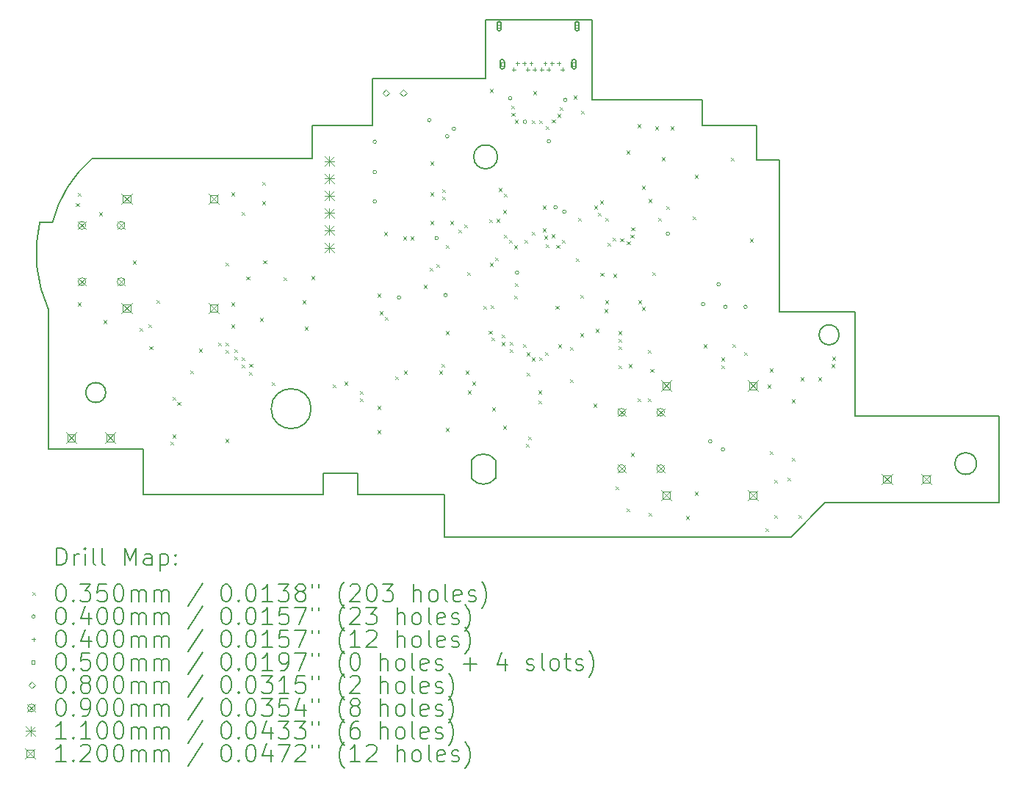
<source format=gbr>
%TF.GenerationSoftware,KiCad,Pcbnew,7.0.2*%
%TF.CreationDate,2023-05-25T22:37:21-07:00*%
%TF.ProjectId,procon_gcc_main_pcb,70726f63-6f6e-45f6-9763-635f6d61696e,1*%
%TF.SameCoordinates,Original*%
%TF.FileFunction,Drillmap*%
%TF.FilePolarity,Positive*%
%FSLAX45Y45*%
G04 Gerber Fmt 4.5, Leading zero omitted, Abs format (unit mm)*
G04 Created by KiCad (PCBNEW 7.0.2) date 2023-05-25 22:37:21*
%MOMM*%
%LPD*%
G01*
G04 APERTURE LIST*
%ADD10C,0.200000*%
%ADD11C,0.035000*%
%ADD12C,0.040000*%
%ADD13C,0.050000*%
%ADD14C,0.080000*%
%ADD15C,0.090000*%
%ADD16C,0.110000*%
%ADD17C,0.120000*%
G04 APERTURE END LIST*
D10*
X16360622Y-10811436D02*
X16630622Y-10811436D01*
X17155623Y-14761436D02*
X16765622Y-15161436D01*
X12765623Y-15161436D02*
X12765623Y-14671436D01*
X13378123Y-10771436D02*
G75*
G03*
X13378123Y-10771436I-137500J0D01*
G01*
X19155623Y-13761436D02*
X19155623Y-14761436D01*
X13355623Y-14270000D02*
G75*
G03*
X13075623Y-14270000I-140000J-105000D01*
G01*
X16630622Y-12561436D02*
X17500623Y-12561436D01*
X16360622Y-10411436D02*
X16360622Y-10811436D01*
X13240623Y-9871436D02*
X13240623Y-9186436D01*
X11765623Y-14421436D02*
X11365623Y-14421436D01*
X9295623Y-14141436D02*
X8205623Y-14141436D01*
X17500623Y-12561436D02*
X17500623Y-13761436D01*
X12765623Y-14671436D02*
X11765623Y-14671436D01*
X8705623Y-10791436D02*
X11240623Y-10791436D01*
X18900000Y-14311000D02*
G75*
G03*
X18900000Y-14311000I-125000J0D01*
G01*
X14470622Y-9186436D02*
X14470622Y-10111436D01*
X9295623Y-14671436D02*
X9295623Y-14141436D01*
X11940623Y-9871436D02*
X13240623Y-9871436D01*
X15740622Y-10111436D02*
X15740622Y-10411436D01*
X11365623Y-14671436D02*
X9295623Y-14671436D01*
X16765622Y-15161436D02*
X12765623Y-15161436D01*
X8101675Y-11525814D02*
X8249271Y-11525814D01*
X8205623Y-14141436D02*
X8205623Y-12541436D01*
X15740622Y-10411436D02*
X16360622Y-10411436D01*
X8862500Y-13491436D02*
G75*
G03*
X8862500Y-13491436I-115000J0D01*
G01*
X11240623Y-10411436D02*
X11940623Y-10411436D01*
X11765623Y-14671436D02*
X11765623Y-14421436D01*
X11230000Y-13677500D02*
G75*
G03*
X11230000Y-13677500I-230000J0D01*
G01*
X11240623Y-10791436D02*
X11240623Y-10411436D01*
X13240623Y-9186436D02*
X14470622Y-9186436D01*
X11365623Y-14421436D02*
X11365623Y-14671436D01*
X17500623Y-13761436D02*
X19155623Y-13761436D01*
X19155623Y-14761436D02*
X17155623Y-14761436D01*
X11940623Y-10411436D02*
X11940623Y-9871436D01*
X8101678Y-11525815D02*
G75*
G03*
X8205623Y-12541436I1538942J-355625D01*
G01*
X8705623Y-10791436D02*
G75*
G03*
X8249271Y-11525814I935000J-1089999D01*
G01*
X17315000Y-12825000D02*
G75*
G03*
X17315000Y-12825000I-115000J0D01*
G01*
X16630622Y-10811436D02*
X16630622Y-12561436D01*
X13075623Y-14480000D02*
G75*
G03*
X13355623Y-14480000I140000J105000D01*
G01*
X14470622Y-10111436D02*
X15740622Y-10111436D01*
X13075623Y-14480000D02*
X13075623Y-14270000D01*
X13355623Y-14270000D02*
X13355623Y-14480000D01*
D11*
X8520022Y-11306193D02*
X8555022Y-11341193D01*
X8555022Y-11306193D02*
X8520022Y-11341193D01*
X8540350Y-11187991D02*
X8575350Y-11222991D01*
X8575350Y-11187991D02*
X8540350Y-11222991D01*
X8540350Y-12453700D02*
X8575350Y-12488700D01*
X8575350Y-12453700D02*
X8540350Y-12488700D01*
X8785200Y-11412300D02*
X8820200Y-11447300D01*
X8820200Y-11412300D02*
X8785200Y-11447300D01*
X8836000Y-12656900D02*
X8871000Y-12691900D01*
X8871000Y-12656900D02*
X8836000Y-12691900D01*
X9177300Y-11971300D02*
X9212300Y-12006300D01*
X9212300Y-11971300D02*
X9177300Y-12006300D01*
X9248754Y-12742143D02*
X9283754Y-12777143D01*
X9283754Y-12742143D02*
X9248754Y-12777143D01*
X9355407Y-12703596D02*
X9390407Y-12738596D01*
X9390407Y-12703596D02*
X9355407Y-12738596D01*
X9366695Y-12957846D02*
X9401695Y-12992846D01*
X9401695Y-12957846D02*
X9366695Y-12992846D01*
X9448309Y-12425603D02*
X9483309Y-12460603D01*
X9483309Y-12425603D02*
X9448309Y-12460603D01*
X9607636Y-14058491D02*
X9642636Y-14093491D01*
X9642636Y-14058491D02*
X9607636Y-14093491D01*
X9631135Y-13539370D02*
X9666135Y-13574370D01*
X9666135Y-13539370D02*
X9631135Y-13574370D01*
X9634500Y-13977900D02*
X9669500Y-14012900D01*
X9669500Y-13977900D02*
X9634500Y-14012900D01*
X9688457Y-13604320D02*
X9723457Y-13639320D01*
X9723457Y-13604320D02*
X9688457Y-13639320D01*
X9835773Y-13239373D02*
X9870773Y-13274373D01*
X9870773Y-13239373D02*
X9835773Y-13274373D01*
X9939300Y-12987300D02*
X9974300Y-13022300D01*
X9974300Y-12987300D02*
X9939300Y-13022300D01*
X10161426Y-12912315D02*
X10196426Y-12947315D01*
X10196426Y-12912315D02*
X10161426Y-12947315D01*
X10242260Y-13002450D02*
X10277260Y-13037450D01*
X10277260Y-13002450D02*
X10242260Y-13037450D01*
X10242582Y-11994567D02*
X10277582Y-12029567D01*
X10277582Y-11994567D02*
X10242582Y-12029567D01*
X10244100Y-14028700D02*
X10279100Y-14063700D01*
X10279100Y-14028700D02*
X10244100Y-14063700D01*
X10246367Y-12913562D02*
X10281367Y-12948562D01*
X10281367Y-12913562D02*
X10246367Y-12948562D01*
X10309200Y-11183700D02*
X10344200Y-11218700D01*
X10344200Y-11183700D02*
X10309200Y-11218700D01*
X10309200Y-12453700D02*
X10344200Y-12488700D01*
X10344200Y-12453700D02*
X10309200Y-12488700D01*
X10309200Y-12707700D02*
X10344200Y-12742700D01*
X10344200Y-12707700D02*
X10309200Y-12742700D01*
X10341214Y-13078599D02*
X10376214Y-13113599D01*
X10376214Y-13078599D02*
X10341214Y-13113599D01*
X10343705Y-12991327D02*
X10378705Y-13026327D01*
X10378705Y-12991327D02*
X10343705Y-13026327D01*
X10428976Y-13168612D02*
X10463976Y-13203612D01*
X10463976Y-13168612D02*
X10428976Y-13203612D01*
X10429836Y-11411504D02*
X10464836Y-11446504D01*
X10464836Y-11411504D02*
X10429836Y-11446504D01*
X10430063Y-13082743D02*
X10465063Y-13117743D01*
X10465063Y-13082743D02*
X10430063Y-13117743D01*
X10484593Y-12150973D02*
X10519593Y-12185973D01*
X10519593Y-12150973D02*
X10484593Y-12185973D01*
X10514755Y-13252596D02*
X10549755Y-13287596D01*
X10549755Y-13252596D02*
X10514755Y-13287596D01*
X10518456Y-13164112D02*
X10553456Y-13199112D01*
X10553456Y-13164112D02*
X10518456Y-13199112D01*
X10639400Y-12631500D02*
X10674400Y-12666500D01*
X10674400Y-12631500D02*
X10639400Y-12666500D01*
X10664800Y-11285300D02*
X10699800Y-11320300D01*
X10699800Y-11285300D02*
X10664800Y-11320300D01*
X10669430Y-11062693D02*
X10704430Y-11097693D01*
X10704430Y-11062693D02*
X10669430Y-11097693D01*
X10678974Y-11967534D02*
X10713974Y-12002534D01*
X10713974Y-11967534D02*
X10678974Y-12002534D01*
X10778787Y-13370874D02*
X10813787Y-13405874D01*
X10813787Y-13370874D02*
X10778787Y-13405874D01*
X10914011Y-12158745D02*
X10949011Y-12193745D01*
X10949011Y-12158745D02*
X10914011Y-12193745D01*
X11133100Y-12428500D02*
X11168100Y-12463500D01*
X11168100Y-12428500D02*
X11133100Y-12463500D01*
X11158500Y-12733300D02*
X11193500Y-12768300D01*
X11193500Y-12733300D02*
X11158500Y-12768300D01*
X11234700Y-12149100D02*
X11269700Y-12184100D01*
X11269700Y-12149100D02*
X11234700Y-12184100D01*
X11475674Y-13395147D02*
X11510674Y-13430147D01*
X11510674Y-13395147D02*
X11475674Y-13430147D01*
X11615700Y-13368300D02*
X11650700Y-13403300D01*
X11650700Y-13368300D02*
X11615700Y-13403300D01*
X11793500Y-13470750D02*
X11828500Y-13505750D01*
X11828500Y-13470750D02*
X11793500Y-13505750D01*
X11793500Y-13555700D02*
X11828500Y-13590700D01*
X11828500Y-13555700D02*
X11793500Y-13590700D01*
X11996700Y-12352300D02*
X12031700Y-12387300D01*
X12031700Y-12352300D02*
X11996700Y-12387300D01*
X11996700Y-13647700D02*
X12031700Y-13682700D01*
X12031700Y-13647700D02*
X11996700Y-13682700D01*
X11996700Y-13927100D02*
X12031700Y-13962100D01*
X12031700Y-13927100D02*
X11996700Y-13962100D01*
X12022100Y-12555500D02*
X12057100Y-12590500D01*
X12057100Y-12555500D02*
X12022100Y-12590500D01*
X12072900Y-11641100D02*
X12107900Y-11676100D01*
X12107900Y-11641100D02*
X12072900Y-11676100D01*
X12082169Y-12615569D02*
X12117169Y-12650569D01*
X12117169Y-12615569D02*
X12082169Y-12650569D01*
X12199900Y-13305850D02*
X12234900Y-13340850D01*
X12234900Y-13305850D02*
X12199900Y-13340850D01*
X12292750Y-11691900D02*
X12327750Y-11726900D01*
X12327750Y-11691900D02*
X12292750Y-11726900D01*
X12301500Y-13241300D02*
X12336500Y-13276300D01*
X12336500Y-13241300D02*
X12301500Y-13276300D01*
X12377700Y-11691900D02*
X12412700Y-11726900D01*
X12412700Y-11691900D02*
X12377700Y-11726900D01*
X12530100Y-12250700D02*
X12565100Y-12285700D01*
X12565100Y-12250700D02*
X12530100Y-12285700D01*
X12599263Y-12051408D02*
X12634263Y-12086408D01*
X12634263Y-12051408D02*
X12599263Y-12086408D01*
X12606300Y-10828300D02*
X12641300Y-10863300D01*
X12641300Y-10828300D02*
X12606300Y-10863300D01*
X12606300Y-11183900D02*
X12641300Y-11218900D01*
X12641300Y-11183900D02*
X12606300Y-11218900D01*
X12606300Y-11514100D02*
X12641300Y-11549100D01*
X12641300Y-11514100D02*
X12606300Y-11549100D01*
X12673527Y-12010160D02*
X12708527Y-12045160D01*
X12708527Y-12010160D02*
X12673527Y-12045160D01*
X12707900Y-13241300D02*
X12742900Y-13276300D01*
X12742900Y-13241300D02*
X12707900Y-13276300D01*
X12734764Y-13160709D02*
X12769764Y-13195709D01*
X12769764Y-13160709D02*
X12734764Y-13195709D01*
X12737715Y-11143919D02*
X12772715Y-11178919D01*
X12772715Y-11143919D02*
X12737715Y-11178919D01*
X12741080Y-11231407D02*
X12776080Y-11266407D01*
X12776080Y-11231407D02*
X12741080Y-11266407D01*
X12781292Y-11790692D02*
X12816292Y-11825692D01*
X12816292Y-11790692D02*
X12781292Y-11825692D01*
X12784100Y-12783950D02*
X12819100Y-12818950D01*
X12819100Y-12783950D02*
X12784100Y-12818950D01*
X12784100Y-13901700D02*
X12819100Y-13936700D01*
X12819100Y-13901700D02*
X12784100Y-13936700D01*
X12834900Y-11514100D02*
X12869900Y-11549100D01*
X12869900Y-11514100D02*
X12834900Y-11549100D01*
X12924448Y-11609579D02*
X12959448Y-11644579D01*
X12959448Y-11609579D02*
X12924448Y-11644579D01*
X12992414Y-11549629D02*
X13027414Y-11584629D01*
X13027414Y-11549629D02*
X12992414Y-11584629D01*
X13012700Y-13241300D02*
X13047700Y-13276300D01*
X13047700Y-13241300D02*
X13012700Y-13276300D01*
X13028555Y-12105110D02*
X13063555Y-12140110D01*
X13063555Y-12105110D02*
X13028555Y-12140110D01*
X13038100Y-13469900D02*
X13073100Y-13504900D01*
X13073100Y-13469900D02*
X13038100Y-13504900D01*
X13088900Y-13368300D02*
X13123900Y-13403300D01*
X13123900Y-13368300D02*
X13088900Y-13403300D01*
X13212007Y-12489656D02*
X13247007Y-12524656D01*
X13247007Y-12489656D02*
X13212007Y-12524656D01*
X13277974Y-12775829D02*
X13312974Y-12810829D01*
X13312974Y-12775829D02*
X13277974Y-12810829D01*
X13283355Y-11489679D02*
X13318355Y-11524679D01*
X13318355Y-11489679D02*
X13283355Y-11524679D01*
X13289704Y-11996700D02*
X13324704Y-12031700D01*
X13324704Y-11996700D02*
X13289704Y-12031700D01*
X13292100Y-9990100D02*
X13327100Y-10025100D01*
X13327100Y-9990100D02*
X13292100Y-10025100D01*
X13296491Y-12480764D02*
X13331491Y-12515764D01*
X13331491Y-12480764D02*
X13296491Y-12515764D01*
X13311346Y-12853950D02*
X13346346Y-12888950D01*
X13346346Y-12853950D02*
X13311346Y-12888950D01*
X13316210Y-13664121D02*
X13351210Y-13699121D01*
X13351210Y-13664121D02*
X13316210Y-13699121D01*
X13349654Y-11929378D02*
X13384654Y-11964378D01*
X13384654Y-11929378D02*
X13349654Y-11964378D01*
X13368300Y-11488700D02*
X13403300Y-11523700D01*
X13403300Y-11488700D02*
X13368300Y-11523700D01*
X13393700Y-11133100D02*
X13428700Y-11168100D01*
X13428700Y-11133100D02*
X13393700Y-11168100D01*
X13428054Y-12911059D02*
X13463054Y-12946059D01*
X13463054Y-12911059D02*
X13428054Y-12946059D01*
X13429399Y-12824932D02*
X13464399Y-12859932D01*
X13464399Y-12824932D02*
X13429399Y-12859932D01*
X13444500Y-11387100D02*
X13479500Y-11422100D01*
X13479500Y-11387100D02*
X13444500Y-11422100D01*
X13444500Y-13876300D02*
X13479500Y-13911300D01*
X13479500Y-13876300D02*
X13444500Y-13911300D01*
X13449616Y-11671100D02*
X13484616Y-11706100D01*
X13484616Y-11671100D02*
X13449616Y-11706100D01*
X13453769Y-11193169D02*
X13488769Y-11228169D01*
X13488769Y-11193169D02*
X13453769Y-11228169D01*
X13511431Y-11731050D02*
X13546431Y-11766050D01*
X13546431Y-11731050D02*
X13511431Y-11766050D01*
X13516806Y-12991871D02*
X13551806Y-13026871D01*
X13551806Y-12991871D02*
X13516806Y-13026871D01*
X13517489Y-12906406D02*
X13552489Y-12941406D01*
X13552489Y-12906406D02*
X13517489Y-12941406D01*
X13538500Y-10183500D02*
X13573500Y-10218500D01*
X13573500Y-10183500D02*
X13538500Y-10218500D01*
X13540546Y-10268426D02*
X13575546Y-10303426D01*
X13575546Y-10268426D02*
X13540546Y-10303426D01*
X13571428Y-12374234D02*
X13606428Y-12409234D01*
X13606428Y-12374234D02*
X13571428Y-12409234D01*
X13571500Y-11793500D02*
X13606500Y-11828500D01*
X13606500Y-11793500D02*
X13571500Y-11828500D01*
X13577787Y-10345233D02*
X13612787Y-10380233D01*
X13612787Y-10345233D02*
X13577787Y-10380233D01*
X13581399Y-12231483D02*
X13616399Y-12266483D01*
X13616399Y-12231483D02*
X13581399Y-12266483D01*
X13673143Y-12935264D02*
X13708143Y-12970264D01*
X13708143Y-12935264D02*
X13673143Y-12970264D01*
X13685301Y-11728500D02*
X13720301Y-11763500D01*
X13720301Y-11728500D02*
X13685301Y-11763500D01*
X13707235Y-14079990D02*
X13742235Y-14114990D01*
X13742235Y-14079990D02*
X13707235Y-14114990D01*
X13710838Y-13260766D02*
X13745838Y-13295766D01*
X13745838Y-13260766D02*
X13710838Y-13295766D01*
X13712491Y-13028950D02*
X13747491Y-13063950D01*
X13747491Y-13028950D02*
X13712491Y-13063950D01*
X13734098Y-13999399D02*
X13769098Y-14034399D01*
X13769098Y-13999399D02*
X13734098Y-14034399D01*
X13770050Y-10352500D02*
X13805050Y-10387500D01*
X13805050Y-10352500D02*
X13770050Y-10387500D01*
X13774700Y-13088900D02*
X13809700Y-13123900D01*
X13809700Y-13088900D02*
X13774700Y-13123900D01*
X13776442Y-11640050D02*
X13811442Y-11675050D01*
X13811442Y-11640050D02*
X13776442Y-11675050D01*
X13793550Y-10015000D02*
X13828550Y-10050000D01*
X13828550Y-10015000D02*
X13793550Y-10050000D01*
X13849622Y-13585008D02*
X13884622Y-13620008D01*
X13884622Y-13585008D02*
X13849622Y-13620008D01*
X13850900Y-13469900D02*
X13885900Y-13504900D01*
X13885900Y-13469900D02*
X13850900Y-13504900D01*
X13855000Y-10352500D02*
X13890000Y-10387500D01*
X13890000Y-10352500D02*
X13855000Y-10387500D01*
X13859873Y-13085678D02*
X13894873Y-13120678D01*
X13894873Y-13085678D02*
X13859873Y-13120678D01*
X13897580Y-11598549D02*
X13932580Y-11633549D01*
X13932580Y-11598549D02*
X13897580Y-11633549D01*
X13901700Y-11336300D02*
X13936700Y-11371300D01*
X13936700Y-11336300D02*
X13901700Y-11371300D01*
X13915040Y-11682879D02*
X13950040Y-11717879D01*
X13950040Y-11682879D02*
X13915040Y-11717879D01*
X13926360Y-13025728D02*
X13961360Y-13060728D01*
X13961360Y-13025728D02*
X13926360Y-13060728D01*
X13931500Y-10416500D02*
X13966500Y-10451500D01*
X13966500Y-10416500D02*
X13931500Y-10451500D01*
X13935018Y-11780014D02*
X13970018Y-11815014D01*
X13970018Y-11780014D02*
X13935018Y-11815014D01*
X14003031Y-11666216D02*
X14038031Y-11701216D01*
X14038031Y-11666216D02*
X14003031Y-11701216D01*
X14006500Y-10342500D02*
X14041500Y-10377500D01*
X14041500Y-10342500D02*
X14006500Y-10377500D01*
X14048001Y-12492879D02*
X14083001Y-12527879D01*
X14083001Y-12492879D02*
X14048001Y-12527879D01*
X14057285Y-11786166D02*
X14092285Y-11821166D01*
X14092285Y-11786166D02*
X14057285Y-11821166D01*
X14068450Y-10278072D02*
X14103450Y-10313072D01*
X14103450Y-10278072D02*
X14068450Y-10313072D01*
X14079500Y-12936500D02*
X14114500Y-12971500D01*
X14114500Y-12936500D02*
X14079500Y-12971500D01*
X14097504Y-10193475D02*
X14132504Y-10228475D01*
X14132504Y-10193475D02*
X14097504Y-10228475D01*
X14122918Y-11732231D02*
X14157918Y-11767231D01*
X14157918Y-11732231D02*
X14122918Y-11767231D01*
X14213055Y-12963674D02*
X14248055Y-12998674D01*
X14248055Y-12963674D02*
X14213055Y-12998674D01*
X14213649Y-13335615D02*
X14248649Y-13370615D01*
X14248649Y-13335615D02*
X14213649Y-13370615D01*
X14257300Y-10066300D02*
X14292300Y-10101300D01*
X14292300Y-10066300D02*
X14257300Y-10101300D01*
X14279530Y-11942730D02*
X14314530Y-11977730D01*
X14314530Y-11942730D02*
X14279530Y-11977730D01*
X14304610Y-11476903D02*
X14339610Y-11511903D01*
X14339610Y-11476903D02*
X14304610Y-11511903D01*
X14332545Y-12367904D02*
X14367545Y-12402904D01*
X14367545Y-12367904D02*
X14332545Y-12402904D01*
X14333500Y-12809500D02*
X14368500Y-12844500D01*
X14368500Y-12809500D02*
X14333500Y-12844500D01*
X14342500Y-10237500D02*
X14377500Y-10272500D01*
X14377500Y-10237500D02*
X14342500Y-10272500D01*
X14485900Y-13622300D02*
X14520900Y-13657300D01*
X14520900Y-13622300D02*
X14485900Y-13657300D01*
X14495292Y-11336300D02*
X14530292Y-11371300D01*
X14530292Y-11336300D02*
X14495292Y-11371300D01*
X14511300Y-12758700D02*
X14546300Y-12793700D01*
X14546300Y-12758700D02*
X14511300Y-12793700D01*
X14534616Y-11419146D02*
X14569616Y-11454146D01*
X14569616Y-11419146D02*
X14534616Y-11454146D01*
X14562913Y-11276350D02*
X14597913Y-11311350D01*
X14597913Y-11276350D02*
X14562913Y-11311350D01*
X14565015Y-12108580D02*
X14600015Y-12143580D01*
X14600015Y-12108580D02*
X14565015Y-12143580D01*
X14612900Y-12530100D02*
X14647900Y-12565100D01*
X14647900Y-12530100D02*
X14612900Y-12565100D01*
X14618007Y-11476853D02*
X14653007Y-11511853D01*
X14653007Y-11476853D02*
X14618007Y-11511853D01*
X14619550Y-12428500D02*
X14654550Y-12463500D01*
X14654550Y-12428500D02*
X14619550Y-12463500D01*
X14642786Y-11764337D02*
X14677786Y-11799337D01*
X14677786Y-11764337D02*
X14642786Y-11799337D01*
X14702388Y-11703804D02*
X14737388Y-11738804D01*
X14737388Y-11703804D02*
X14702388Y-11738804D01*
X14714500Y-12123700D02*
X14749500Y-12158700D01*
X14749500Y-12123700D02*
X14714500Y-12158700D01*
X14741000Y-14575700D02*
X14776000Y-14610700D01*
X14776000Y-14575700D02*
X14741000Y-14610700D01*
X14774450Y-12784100D02*
X14809450Y-12819100D01*
X14809450Y-12784100D02*
X14774450Y-12819100D01*
X14774450Y-12869050D02*
X14809450Y-12904050D01*
X14809450Y-12869050D02*
X14774450Y-12904050D01*
X14774450Y-12956944D02*
X14809450Y-12991944D01*
X14809450Y-12956944D02*
X14774450Y-12991944D01*
X14774450Y-13177306D02*
X14809450Y-13212306D01*
X14809450Y-13177306D02*
X14774450Y-13212306D01*
X14793424Y-11710058D02*
X14828424Y-11745058D01*
X14828424Y-11710058D02*
X14793424Y-11745058D01*
X14866900Y-10701300D02*
X14901900Y-10736300D01*
X14901900Y-10701300D02*
X14866900Y-10736300D01*
X14868000Y-14829700D02*
X14903000Y-14864700D01*
X14903000Y-14829700D02*
X14868000Y-14864700D01*
X14869823Y-11747202D02*
X14904823Y-11782202D01*
X14904823Y-11747202D02*
X14869823Y-11782202D01*
X14892300Y-13165100D02*
X14927300Y-13200100D01*
X14927300Y-13165100D02*
X14892300Y-13200100D01*
X14911898Y-11671986D02*
X14946898Y-11706986D01*
X14946898Y-11671986D02*
X14911898Y-11706986D01*
X14917700Y-14188849D02*
X14952700Y-14223849D01*
X14952700Y-14188849D02*
X14917700Y-14223849D01*
X14920912Y-11587515D02*
X14955912Y-11622515D01*
X14955912Y-11587515D02*
X14920912Y-11622515D01*
X14993900Y-10396500D02*
X15028900Y-10431500D01*
X15028900Y-10396500D02*
X14993900Y-10431500D01*
X14995000Y-13559700D02*
X15030000Y-13594700D01*
X15030000Y-13559700D02*
X14995000Y-13594700D01*
X14999400Y-12428500D02*
X15034400Y-12463500D01*
X15034400Y-12428500D02*
X14999400Y-12463500D01*
X15044700Y-11107700D02*
X15079700Y-11142700D01*
X15079700Y-11107700D02*
X15044700Y-11142700D01*
X15044700Y-12504700D02*
X15079700Y-12539700D01*
X15079700Y-12504700D02*
X15044700Y-12539700D01*
X15108164Y-13556164D02*
X15143164Y-13591164D01*
X15143164Y-13556164D02*
X15108164Y-13591164D01*
X15113355Y-12997721D02*
X15148355Y-13032721D01*
X15148355Y-12997721D02*
X15113355Y-13032721D01*
X15120900Y-11260100D02*
X15155900Y-11295100D01*
X15155900Y-11260100D02*
X15120900Y-11295100D01*
X15122000Y-14880500D02*
X15157000Y-14915500D01*
X15157000Y-14880500D02*
X15122000Y-14915500D01*
X15140948Y-13221252D02*
X15175948Y-13256252D01*
X15175948Y-13221252D02*
X15140948Y-13256252D01*
X15161350Y-12105093D02*
X15196350Y-12140093D01*
X15196350Y-12105093D02*
X15161350Y-12140093D01*
X15197100Y-10421900D02*
X15232100Y-10456900D01*
X15232100Y-10421900D02*
X15197100Y-10456900D01*
X15226808Y-11472144D02*
X15261808Y-11507144D01*
X15261808Y-11472144D02*
X15226808Y-11507144D01*
X15273300Y-10777500D02*
X15308300Y-10812500D01*
X15308300Y-10777500D02*
X15273300Y-10812500D01*
X15321366Y-11341885D02*
X15356366Y-11376885D01*
X15356366Y-11341885D02*
X15321366Y-11376885D01*
X15374900Y-10421900D02*
X15409900Y-10456900D01*
X15409900Y-10421900D02*
X15374900Y-10456900D01*
X15552700Y-14917700D02*
X15587700Y-14952700D01*
X15587700Y-14917700D02*
X15552700Y-14952700D01*
X15628267Y-11461556D02*
X15663267Y-11496556D01*
X15663267Y-11461556D02*
X15628267Y-11496556D01*
X15654300Y-10980700D02*
X15689300Y-11015700D01*
X15689300Y-10980700D02*
X15654300Y-11015700D01*
X15654300Y-14638300D02*
X15689300Y-14673300D01*
X15689300Y-14638300D02*
X15654300Y-14673300D01*
X15755900Y-12936500D02*
X15790900Y-12971500D01*
X15790900Y-12936500D02*
X15755900Y-12971500D01*
X15957599Y-13173837D02*
X15992599Y-13208837D01*
X15992599Y-13173837D02*
X15957599Y-13208837D01*
X15959100Y-13088900D02*
X15994100Y-13123900D01*
X15994100Y-13088900D02*
X15959100Y-13123900D01*
X16069671Y-10783711D02*
X16104671Y-10818711D01*
X16104671Y-10783711D02*
X16069671Y-10818711D01*
X16081370Y-12928766D02*
X16116370Y-12963766D01*
X16116370Y-12928766D02*
X16081370Y-12963766D01*
X16220122Y-13023950D02*
X16255122Y-13058950D01*
X16255122Y-13023950D02*
X16220122Y-13058950D01*
X16289300Y-11717300D02*
X16324300Y-11752300D01*
X16324300Y-11717300D02*
X16289300Y-11752300D01*
X16468200Y-15058300D02*
X16503200Y-15093300D01*
X16503200Y-15058300D02*
X16468200Y-15093300D01*
X16493135Y-13401623D02*
X16528135Y-13436623D01*
X16528135Y-13401623D02*
X16493135Y-13436623D01*
X16517900Y-13215900D02*
X16552900Y-13250900D01*
X16552900Y-13215900D02*
X16517900Y-13250900D01*
X16519000Y-14169300D02*
X16554000Y-14204300D01*
X16554000Y-14169300D02*
X16519000Y-14204300D01*
X16569800Y-14499500D02*
X16604800Y-14534500D01*
X16604800Y-14499500D02*
X16569800Y-14534500D01*
X16569800Y-14905900D02*
X16604800Y-14940900D01*
X16604800Y-14905900D02*
X16569800Y-14940900D01*
X16722200Y-14474100D02*
X16757200Y-14509100D01*
X16757200Y-14474100D02*
X16722200Y-14509100D01*
X16771900Y-13571500D02*
X16806900Y-13606500D01*
X16806900Y-13571500D02*
X16771900Y-13606500D01*
X16773000Y-14245500D02*
X16808000Y-14280500D01*
X16808000Y-14245500D02*
X16773000Y-14280500D01*
X16849200Y-14905900D02*
X16884200Y-14940900D01*
X16884200Y-14905900D02*
X16849200Y-14940900D01*
X16873500Y-13317500D02*
X16908500Y-13352500D01*
X16908500Y-13317500D02*
X16873500Y-13352500D01*
X17076700Y-13317500D02*
X17111700Y-13352500D01*
X17111700Y-13317500D02*
X17076700Y-13352500D01*
X17229100Y-13165100D02*
X17264100Y-13200100D01*
X17264100Y-13165100D02*
X17229100Y-13200100D01*
X17237350Y-13080551D02*
X17272350Y-13115551D01*
X17272350Y-13080551D02*
X17237350Y-13115551D01*
D12*
X11983400Y-10596750D02*
G75*
G03*
X11983400Y-10596750I-20000J0D01*
G01*
X11983400Y-10945650D02*
G75*
G03*
X11983400Y-10945650I-20000J0D01*
G01*
X11983400Y-11287000D02*
G75*
G03*
X11983400Y-11287000I-20000J0D01*
G01*
X12262800Y-12395200D02*
G75*
G03*
X12262800Y-12395200I-20000J0D01*
G01*
X12611044Y-10348574D02*
G75*
G03*
X12611044Y-10348574I-20000J0D01*
G01*
X12696622Y-11709950D02*
G75*
G03*
X12696622Y-11709950I-20000J0D01*
G01*
X12800712Y-12365950D02*
G75*
G03*
X12800712Y-12365950I-20000J0D01*
G01*
X12818855Y-10534394D02*
G75*
G03*
X12818855Y-10534394I-20000J0D01*
G01*
X12895162Y-10448635D02*
G75*
G03*
X12895162Y-10448635I-20000J0D01*
G01*
X13545000Y-10095000D02*
G75*
G03*
X13545000Y-10095000I-20000J0D01*
G01*
X13623029Y-12105759D02*
G75*
G03*
X13623029Y-12105759I-20000J0D01*
G01*
X13715158Y-10366703D02*
G75*
G03*
X13715158Y-10366703I-20000J0D01*
G01*
X13990000Y-10591800D02*
G75*
G03*
X13990000Y-10591800I-20000J0D01*
G01*
X14066200Y-11353800D02*
G75*
G03*
X14066200Y-11353800I-20000J0D01*
G01*
X14167800Y-11404600D02*
G75*
G03*
X14167800Y-11404600I-20000J0D01*
G01*
X14180000Y-10115000D02*
G75*
G03*
X14180000Y-10115000I-20000J0D01*
G01*
X15361600Y-11658600D02*
G75*
G03*
X15361600Y-11658600I-20000J0D01*
G01*
X15768000Y-12471400D02*
G75*
G03*
X15768000Y-12471400I-20000J0D01*
G01*
X15848906Y-14054376D02*
G75*
G03*
X15848906Y-14054376I-20000J0D01*
G01*
X15945800Y-12242800D02*
G75*
G03*
X15945800Y-12242800I-20000J0D01*
G01*
X15996600Y-14147800D02*
G75*
G03*
X15996600Y-14147800I-20000J0D01*
G01*
X16024641Y-12502296D02*
G75*
G03*
X16024641Y-12502296I-20000J0D01*
G01*
X16256820Y-12502296D02*
G75*
G03*
X16256820Y-12502296I-20000J0D01*
G01*
X13566000Y-9742500D02*
X13566000Y-9782500D01*
X13546000Y-9762500D02*
X13586000Y-9762500D01*
X13606000Y-9672500D02*
X13606000Y-9712500D01*
X13586000Y-9692500D02*
X13626000Y-9692500D01*
X13686000Y-9672500D02*
X13686000Y-9712500D01*
X13666000Y-9692500D02*
X13706000Y-9692500D01*
X13726000Y-9742500D02*
X13726000Y-9782500D01*
X13706000Y-9762500D02*
X13746000Y-9762500D01*
X13766000Y-9672500D02*
X13766000Y-9712500D01*
X13746000Y-9692500D02*
X13786000Y-9692500D01*
X13806000Y-9742500D02*
X13806000Y-9782500D01*
X13786000Y-9762500D02*
X13826000Y-9762500D01*
X13886000Y-9742500D02*
X13886000Y-9782500D01*
X13866000Y-9762500D02*
X13906000Y-9762500D01*
X13926000Y-9672500D02*
X13926000Y-9712500D01*
X13906000Y-9692500D02*
X13946000Y-9692500D01*
X13966000Y-9742500D02*
X13966000Y-9782500D01*
X13946000Y-9762500D02*
X13986000Y-9762500D01*
X14006000Y-9672500D02*
X14006000Y-9712500D01*
X13986000Y-9692500D02*
X14026000Y-9692500D01*
X14086000Y-9672500D02*
X14086000Y-9712500D01*
X14066000Y-9692500D02*
X14106000Y-9692500D01*
X14126000Y-9742500D02*
X14126000Y-9782500D01*
X14106000Y-9762500D02*
X14146000Y-9762500D01*
D13*
X13414678Y-9281178D02*
X13414678Y-9245822D01*
X13379322Y-9245822D01*
X13379322Y-9281178D01*
X13414678Y-9281178D01*
D10*
X13422000Y-9293500D02*
X13422000Y-9233500D01*
X13422000Y-9233500D02*
G75*
G03*
X13372000Y-9233500I-25000J0D01*
G01*
X13372000Y-9233500D02*
X13372000Y-9293500D01*
X13372000Y-9293500D02*
G75*
G03*
X13422000Y-9293500I25000J0D01*
G01*
D13*
X13450678Y-9720178D02*
X13450678Y-9684822D01*
X13415322Y-9684822D01*
X13415322Y-9720178D01*
X13450678Y-9720178D01*
D10*
X13458000Y-9732500D02*
X13458000Y-9672500D01*
X13458000Y-9672500D02*
G75*
G03*
X13408000Y-9672500I-25000J0D01*
G01*
X13408000Y-9672500D02*
X13408000Y-9732500D01*
X13408000Y-9732500D02*
G75*
G03*
X13458000Y-9732500I25000J0D01*
G01*
D13*
X14276678Y-9720178D02*
X14276678Y-9684822D01*
X14241322Y-9684822D01*
X14241322Y-9720178D01*
X14276678Y-9720178D01*
D10*
X14284000Y-9732500D02*
X14284000Y-9672500D01*
X14284000Y-9672500D02*
G75*
G03*
X14234000Y-9672500I-25000J0D01*
G01*
X14234000Y-9672500D02*
X14234000Y-9732500D01*
X14234000Y-9732500D02*
G75*
G03*
X14284000Y-9732500I25000J0D01*
G01*
D13*
X14312678Y-9281178D02*
X14312678Y-9245822D01*
X14277322Y-9245822D01*
X14277322Y-9281178D01*
X14312678Y-9281178D01*
D10*
X14320000Y-9293500D02*
X14320000Y-9233500D01*
X14320000Y-9233500D02*
G75*
G03*
X14270000Y-9233500I-25000J0D01*
G01*
X14270000Y-9233500D02*
X14270000Y-9293500D01*
X14270000Y-9293500D02*
G75*
G03*
X14320000Y-9293500I25000J0D01*
G01*
D14*
X12092000Y-10073000D02*
X12132000Y-10033000D01*
X12092000Y-9993000D01*
X12052000Y-10033000D01*
X12092000Y-10073000D01*
X12292000Y-10073000D02*
X12332000Y-10033000D01*
X12292000Y-9993000D01*
X12252000Y-10033000D01*
X12292000Y-10073000D01*
D15*
X8544500Y-11517000D02*
X8634500Y-11607000D01*
X8634500Y-11517000D02*
X8544500Y-11607000D01*
X8634500Y-11562000D02*
G75*
G03*
X8634500Y-11562000I-45000J0D01*
G01*
X8544500Y-12167000D02*
X8634500Y-12257000D01*
X8634500Y-12167000D02*
X8544500Y-12257000D01*
X8634500Y-12212000D02*
G75*
G03*
X8634500Y-12212000I-45000J0D01*
G01*
X8994500Y-11517000D02*
X9084500Y-11607000D01*
X9084500Y-11517000D02*
X8994500Y-11607000D01*
X9084500Y-11562000D02*
G75*
G03*
X9084500Y-11562000I-45000J0D01*
G01*
X8994500Y-12167000D02*
X9084500Y-12257000D01*
X9084500Y-12167000D02*
X8994500Y-12257000D01*
X9084500Y-12212000D02*
G75*
G03*
X9084500Y-12212000I-45000J0D01*
G01*
X14763500Y-13674000D02*
X14853500Y-13764000D01*
X14853500Y-13674000D02*
X14763500Y-13764000D01*
X14853500Y-13719000D02*
G75*
G03*
X14853500Y-13719000I-45000J0D01*
G01*
X14763500Y-14324000D02*
X14853500Y-14414000D01*
X14853500Y-14324000D02*
X14763500Y-14414000D01*
X14853500Y-14369000D02*
G75*
G03*
X14853500Y-14369000I-45000J0D01*
G01*
X15213500Y-13674000D02*
X15303500Y-13764000D01*
X15303500Y-13674000D02*
X15213500Y-13764000D01*
X15303500Y-13719000D02*
G75*
G03*
X15303500Y-13719000I-45000J0D01*
G01*
X15213500Y-14324000D02*
X15303500Y-14414000D01*
X15303500Y-14324000D02*
X15213500Y-14414000D01*
X15303500Y-14369000D02*
G75*
G03*
X15303500Y-14369000I-45000J0D01*
G01*
D16*
X11385000Y-10765000D02*
X11495000Y-10875000D01*
X11495000Y-10765000D02*
X11385000Y-10875000D01*
X11440000Y-10765000D02*
X11440000Y-10875000D01*
X11385000Y-10820000D02*
X11495000Y-10820000D01*
X11385000Y-10965000D02*
X11495000Y-11075000D01*
X11495000Y-10965000D02*
X11385000Y-11075000D01*
X11440000Y-10965000D02*
X11440000Y-11075000D01*
X11385000Y-11020000D02*
X11495000Y-11020000D01*
X11385000Y-11165000D02*
X11495000Y-11275000D01*
X11495000Y-11165000D02*
X11385000Y-11275000D01*
X11440000Y-11165000D02*
X11440000Y-11275000D01*
X11385000Y-11220000D02*
X11495000Y-11220000D01*
X11385000Y-11365000D02*
X11495000Y-11475000D01*
X11495000Y-11365000D02*
X11385000Y-11475000D01*
X11440000Y-11365000D02*
X11440000Y-11475000D01*
X11385000Y-11420000D02*
X11495000Y-11420000D01*
X11385000Y-11565000D02*
X11495000Y-11675000D01*
X11495000Y-11565000D02*
X11385000Y-11675000D01*
X11440000Y-11565000D02*
X11440000Y-11675000D01*
X11385000Y-11620000D02*
X11495000Y-11620000D01*
X11385000Y-11765000D02*
X11495000Y-11875000D01*
X11495000Y-11765000D02*
X11385000Y-11875000D01*
X11440000Y-11765000D02*
X11440000Y-11875000D01*
X11385000Y-11820000D02*
X11495000Y-11820000D01*
D17*
X8407500Y-13952500D02*
X8527500Y-14072500D01*
X8527500Y-13952500D02*
X8407500Y-14072500D01*
X8509927Y-14054927D02*
X8509927Y-13970073D01*
X8425073Y-13970073D01*
X8425073Y-14054927D01*
X8509927Y-14054927D01*
X8857500Y-13952500D02*
X8977500Y-14072500D01*
X8977500Y-13952500D02*
X8857500Y-14072500D01*
X8959927Y-14054927D02*
X8959927Y-13970073D01*
X8875073Y-13970073D01*
X8875073Y-14054927D01*
X8959927Y-14054927D01*
X9044500Y-11194500D02*
X9164500Y-11314500D01*
X9164500Y-11194500D02*
X9044500Y-11314500D01*
X9146927Y-11296927D02*
X9146927Y-11212073D01*
X9062073Y-11212073D01*
X9062073Y-11296927D01*
X9146927Y-11296927D01*
X9044500Y-12459500D02*
X9164500Y-12579500D01*
X9164500Y-12459500D02*
X9044500Y-12579500D01*
X9146927Y-12561927D02*
X9146927Y-12477073D01*
X9062073Y-12477073D01*
X9062073Y-12561927D01*
X9146927Y-12561927D01*
X10044500Y-11194500D02*
X10164500Y-11314500D01*
X10164500Y-11194500D02*
X10044500Y-11314500D01*
X10146927Y-11296927D02*
X10146927Y-11212073D01*
X10062073Y-11212073D01*
X10062073Y-11296927D01*
X10146927Y-11296927D01*
X10044500Y-12459500D02*
X10164500Y-12579500D01*
X10164500Y-12459500D02*
X10044500Y-12579500D01*
X10146927Y-12561927D02*
X10146927Y-12477073D01*
X10062073Y-12477073D01*
X10062073Y-12561927D01*
X10146927Y-12561927D01*
X15263500Y-13351500D02*
X15383500Y-13471500D01*
X15383500Y-13351500D02*
X15263500Y-13471500D01*
X15365927Y-13453927D02*
X15365927Y-13369073D01*
X15281073Y-13369073D01*
X15281073Y-13453927D01*
X15365927Y-13453927D01*
X15263500Y-14616500D02*
X15383500Y-14736500D01*
X15383500Y-14616500D02*
X15263500Y-14736500D01*
X15365927Y-14718927D02*
X15365927Y-14634073D01*
X15281073Y-14634073D01*
X15281073Y-14718927D01*
X15365927Y-14718927D01*
X16263500Y-13351500D02*
X16383500Y-13471500D01*
X16383500Y-13351500D02*
X16263500Y-13471500D01*
X16365927Y-13453927D02*
X16365927Y-13369073D01*
X16281073Y-13369073D01*
X16281073Y-13453927D01*
X16365927Y-13453927D01*
X16263500Y-14616500D02*
X16383500Y-14736500D01*
X16383500Y-14616500D02*
X16263500Y-14736500D01*
X16365927Y-14718927D02*
X16365927Y-14634073D01*
X16281073Y-14634073D01*
X16281073Y-14718927D01*
X16365927Y-14718927D01*
X17807500Y-14430650D02*
X17927500Y-14550650D01*
X17927500Y-14430650D02*
X17807500Y-14550650D01*
X17909927Y-14533077D02*
X17909927Y-14448223D01*
X17825073Y-14448223D01*
X17825073Y-14533077D01*
X17909927Y-14533077D01*
X18257500Y-14430650D02*
X18377500Y-14550650D01*
X18377500Y-14430650D02*
X18257500Y-14550650D01*
X18359927Y-14533077D02*
X18359927Y-14448223D01*
X18275073Y-14448223D01*
X18275073Y-14533077D01*
X18359927Y-14533077D01*
D10*
X8298742Y-15483959D02*
X8298742Y-15283959D01*
X8298742Y-15283959D02*
X8346361Y-15283959D01*
X8346361Y-15283959D02*
X8374932Y-15293483D01*
X8374932Y-15293483D02*
X8393980Y-15312531D01*
X8393980Y-15312531D02*
X8403504Y-15331578D01*
X8403504Y-15331578D02*
X8413027Y-15369674D01*
X8413027Y-15369674D02*
X8413027Y-15398245D01*
X8413027Y-15398245D02*
X8403504Y-15436340D01*
X8403504Y-15436340D02*
X8393980Y-15455388D01*
X8393980Y-15455388D02*
X8374932Y-15474436D01*
X8374932Y-15474436D02*
X8346361Y-15483959D01*
X8346361Y-15483959D02*
X8298742Y-15483959D01*
X8498742Y-15483959D02*
X8498742Y-15350626D01*
X8498742Y-15388721D02*
X8508265Y-15369674D01*
X8508265Y-15369674D02*
X8517789Y-15360150D01*
X8517789Y-15360150D02*
X8536837Y-15350626D01*
X8536837Y-15350626D02*
X8555885Y-15350626D01*
X8622551Y-15483959D02*
X8622551Y-15350626D01*
X8622551Y-15283959D02*
X8613027Y-15293483D01*
X8613027Y-15293483D02*
X8622551Y-15303007D01*
X8622551Y-15303007D02*
X8632075Y-15293483D01*
X8632075Y-15293483D02*
X8622551Y-15283959D01*
X8622551Y-15283959D02*
X8622551Y-15303007D01*
X8746361Y-15483959D02*
X8727313Y-15474436D01*
X8727313Y-15474436D02*
X8717789Y-15455388D01*
X8717789Y-15455388D02*
X8717789Y-15283959D01*
X8851123Y-15483959D02*
X8832075Y-15474436D01*
X8832075Y-15474436D02*
X8822551Y-15455388D01*
X8822551Y-15455388D02*
X8822551Y-15283959D01*
X9079694Y-15483959D02*
X9079694Y-15283959D01*
X9079694Y-15283959D02*
X9146361Y-15426817D01*
X9146361Y-15426817D02*
X9213027Y-15283959D01*
X9213027Y-15283959D02*
X9213027Y-15483959D01*
X9393980Y-15483959D02*
X9393980Y-15379198D01*
X9393980Y-15379198D02*
X9384456Y-15360150D01*
X9384456Y-15360150D02*
X9365408Y-15350626D01*
X9365408Y-15350626D02*
X9327313Y-15350626D01*
X9327313Y-15350626D02*
X9308265Y-15360150D01*
X9393980Y-15474436D02*
X9374932Y-15483959D01*
X9374932Y-15483959D02*
X9327313Y-15483959D01*
X9327313Y-15483959D02*
X9308265Y-15474436D01*
X9308265Y-15474436D02*
X9298742Y-15455388D01*
X9298742Y-15455388D02*
X9298742Y-15436340D01*
X9298742Y-15436340D02*
X9308265Y-15417293D01*
X9308265Y-15417293D02*
X9327313Y-15407769D01*
X9327313Y-15407769D02*
X9374932Y-15407769D01*
X9374932Y-15407769D02*
X9393980Y-15398245D01*
X9489218Y-15350626D02*
X9489218Y-15550626D01*
X9489218Y-15360150D02*
X9508265Y-15350626D01*
X9508265Y-15350626D02*
X9546361Y-15350626D01*
X9546361Y-15350626D02*
X9565408Y-15360150D01*
X9565408Y-15360150D02*
X9574932Y-15369674D01*
X9574932Y-15369674D02*
X9584456Y-15388721D01*
X9584456Y-15388721D02*
X9584456Y-15445864D01*
X9584456Y-15445864D02*
X9574932Y-15464912D01*
X9574932Y-15464912D02*
X9565408Y-15474436D01*
X9565408Y-15474436D02*
X9546361Y-15483959D01*
X9546361Y-15483959D02*
X9508265Y-15483959D01*
X9508265Y-15483959D02*
X9489218Y-15474436D01*
X9670170Y-15464912D02*
X9679694Y-15474436D01*
X9679694Y-15474436D02*
X9670170Y-15483959D01*
X9670170Y-15483959D02*
X9660646Y-15474436D01*
X9660646Y-15474436D02*
X9670170Y-15464912D01*
X9670170Y-15464912D02*
X9670170Y-15483959D01*
X9670170Y-15360150D02*
X9679694Y-15369674D01*
X9679694Y-15369674D02*
X9670170Y-15379198D01*
X9670170Y-15379198D02*
X9660646Y-15369674D01*
X9660646Y-15369674D02*
X9670170Y-15360150D01*
X9670170Y-15360150D02*
X9670170Y-15379198D01*
D11*
X8016123Y-15793936D02*
X8051123Y-15828936D01*
X8051123Y-15793936D02*
X8016123Y-15828936D01*
D10*
X8336837Y-15703959D02*
X8355884Y-15703959D01*
X8355884Y-15703959D02*
X8374932Y-15713483D01*
X8374932Y-15713483D02*
X8384456Y-15723007D01*
X8384456Y-15723007D02*
X8393980Y-15742055D01*
X8393980Y-15742055D02*
X8403504Y-15780150D01*
X8403504Y-15780150D02*
X8403504Y-15827769D01*
X8403504Y-15827769D02*
X8393980Y-15865864D01*
X8393980Y-15865864D02*
X8384456Y-15884912D01*
X8384456Y-15884912D02*
X8374932Y-15894436D01*
X8374932Y-15894436D02*
X8355884Y-15903959D01*
X8355884Y-15903959D02*
X8336837Y-15903959D01*
X8336837Y-15903959D02*
X8317789Y-15894436D01*
X8317789Y-15894436D02*
X8308265Y-15884912D01*
X8308265Y-15884912D02*
X8298742Y-15865864D01*
X8298742Y-15865864D02*
X8289218Y-15827769D01*
X8289218Y-15827769D02*
X8289218Y-15780150D01*
X8289218Y-15780150D02*
X8298742Y-15742055D01*
X8298742Y-15742055D02*
X8308265Y-15723007D01*
X8308265Y-15723007D02*
X8317789Y-15713483D01*
X8317789Y-15713483D02*
X8336837Y-15703959D01*
X8489218Y-15884912D02*
X8498742Y-15894436D01*
X8498742Y-15894436D02*
X8489218Y-15903959D01*
X8489218Y-15903959D02*
X8479694Y-15894436D01*
X8479694Y-15894436D02*
X8489218Y-15884912D01*
X8489218Y-15884912D02*
X8489218Y-15903959D01*
X8565408Y-15703959D02*
X8689218Y-15703959D01*
X8689218Y-15703959D02*
X8622551Y-15780150D01*
X8622551Y-15780150D02*
X8651123Y-15780150D01*
X8651123Y-15780150D02*
X8670170Y-15789674D01*
X8670170Y-15789674D02*
X8679694Y-15799198D01*
X8679694Y-15799198D02*
X8689218Y-15818245D01*
X8689218Y-15818245D02*
X8689218Y-15865864D01*
X8689218Y-15865864D02*
X8679694Y-15884912D01*
X8679694Y-15884912D02*
X8670170Y-15894436D01*
X8670170Y-15894436D02*
X8651123Y-15903959D01*
X8651123Y-15903959D02*
X8593980Y-15903959D01*
X8593980Y-15903959D02*
X8574932Y-15894436D01*
X8574932Y-15894436D02*
X8565408Y-15884912D01*
X8870170Y-15703959D02*
X8774932Y-15703959D01*
X8774932Y-15703959D02*
X8765408Y-15799198D01*
X8765408Y-15799198D02*
X8774932Y-15789674D01*
X8774932Y-15789674D02*
X8793980Y-15780150D01*
X8793980Y-15780150D02*
X8841599Y-15780150D01*
X8841599Y-15780150D02*
X8860646Y-15789674D01*
X8860646Y-15789674D02*
X8870170Y-15799198D01*
X8870170Y-15799198D02*
X8879694Y-15818245D01*
X8879694Y-15818245D02*
X8879694Y-15865864D01*
X8879694Y-15865864D02*
X8870170Y-15884912D01*
X8870170Y-15884912D02*
X8860646Y-15894436D01*
X8860646Y-15894436D02*
X8841599Y-15903959D01*
X8841599Y-15903959D02*
X8793980Y-15903959D01*
X8793980Y-15903959D02*
X8774932Y-15894436D01*
X8774932Y-15894436D02*
X8765408Y-15884912D01*
X9003504Y-15703959D02*
X9022551Y-15703959D01*
X9022551Y-15703959D02*
X9041599Y-15713483D01*
X9041599Y-15713483D02*
X9051123Y-15723007D01*
X9051123Y-15723007D02*
X9060646Y-15742055D01*
X9060646Y-15742055D02*
X9070170Y-15780150D01*
X9070170Y-15780150D02*
X9070170Y-15827769D01*
X9070170Y-15827769D02*
X9060646Y-15865864D01*
X9060646Y-15865864D02*
X9051123Y-15884912D01*
X9051123Y-15884912D02*
X9041599Y-15894436D01*
X9041599Y-15894436D02*
X9022551Y-15903959D01*
X9022551Y-15903959D02*
X9003504Y-15903959D01*
X9003504Y-15903959D02*
X8984456Y-15894436D01*
X8984456Y-15894436D02*
X8974932Y-15884912D01*
X8974932Y-15884912D02*
X8965408Y-15865864D01*
X8965408Y-15865864D02*
X8955885Y-15827769D01*
X8955885Y-15827769D02*
X8955885Y-15780150D01*
X8955885Y-15780150D02*
X8965408Y-15742055D01*
X8965408Y-15742055D02*
X8974932Y-15723007D01*
X8974932Y-15723007D02*
X8984456Y-15713483D01*
X8984456Y-15713483D02*
X9003504Y-15703959D01*
X9155885Y-15903959D02*
X9155885Y-15770626D01*
X9155885Y-15789674D02*
X9165408Y-15780150D01*
X9165408Y-15780150D02*
X9184456Y-15770626D01*
X9184456Y-15770626D02*
X9213027Y-15770626D01*
X9213027Y-15770626D02*
X9232075Y-15780150D01*
X9232075Y-15780150D02*
X9241599Y-15799198D01*
X9241599Y-15799198D02*
X9241599Y-15903959D01*
X9241599Y-15799198D02*
X9251123Y-15780150D01*
X9251123Y-15780150D02*
X9270170Y-15770626D01*
X9270170Y-15770626D02*
X9298742Y-15770626D01*
X9298742Y-15770626D02*
X9317789Y-15780150D01*
X9317789Y-15780150D02*
X9327313Y-15799198D01*
X9327313Y-15799198D02*
X9327313Y-15903959D01*
X9422551Y-15903959D02*
X9422551Y-15770626D01*
X9422551Y-15789674D02*
X9432075Y-15780150D01*
X9432075Y-15780150D02*
X9451123Y-15770626D01*
X9451123Y-15770626D02*
X9479694Y-15770626D01*
X9479694Y-15770626D02*
X9498742Y-15780150D01*
X9498742Y-15780150D02*
X9508266Y-15799198D01*
X9508266Y-15799198D02*
X9508266Y-15903959D01*
X9508266Y-15799198D02*
X9517789Y-15780150D01*
X9517789Y-15780150D02*
X9536837Y-15770626D01*
X9536837Y-15770626D02*
X9565408Y-15770626D01*
X9565408Y-15770626D02*
X9584456Y-15780150D01*
X9584456Y-15780150D02*
X9593980Y-15799198D01*
X9593980Y-15799198D02*
X9593980Y-15903959D01*
X9984456Y-15694436D02*
X9813028Y-15951578D01*
X10241599Y-15703959D02*
X10260647Y-15703959D01*
X10260647Y-15703959D02*
X10279694Y-15713483D01*
X10279694Y-15713483D02*
X10289218Y-15723007D01*
X10289218Y-15723007D02*
X10298742Y-15742055D01*
X10298742Y-15742055D02*
X10308266Y-15780150D01*
X10308266Y-15780150D02*
X10308266Y-15827769D01*
X10308266Y-15827769D02*
X10298742Y-15865864D01*
X10298742Y-15865864D02*
X10289218Y-15884912D01*
X10289218Y-15884912D02*
X10279694Y-15894436D01*
X10279694Y-15894436D02*
X10260647Y-15903959D01*
X10260647Y-15903959D02*
X10241599Y-15903959D01*
X10241599Y-15903959D02*
X10222551Y-15894436D01*
X10222551Y-15894436D02*
X10213028Y-15884912D01*
X10213028Y-15884912D02*
X10203504Y-15865864D01*
X10203504Y-15865864D02*
X10193980Y-15827769D01*
X10193980Y-15827769D02*
X10193980Y-15780150D01*
X10193980Y-15780150D02*
X10203504Y-15742055D01*
X10203504Y-15742055D02*
X10213028Y-15723007D01*
X10213028Y-15723007D02*
X10222551Y-15713483D01*
X10222551Y-15713483D02*
X10241599Y-15703959D01*
X10393980Y-15884912D02*
X10403504Y-15894436D01*
X10403504Y-15894436D02*
X10393980Y-15903959D01*
X10393980Y-15903959D02*
X10384456Y-15894436D01*
X10384456Y-15894436D02*
X10393980Y-15884912D01*
X10393980Y-15884912D02*
X10393980Y-15903959D01*
X10527313Y-15703959D02*
X10546361Y-15703959D01*
X10546361Y-15703959D02*
X10565409Y-15713483D01*
X10565409Y-15713483D02*
X10574932Y-15723007D01*
X10574932Y-15723007D02*
X10584456Y-15742055D01*
X10584456Y-15742055D02*
X10593980Y-15780150D01*
X10593980Y-15780150D02*
X10593980Y-15827769D01*
X10593980Y-15827769D02*
X10584456Y-15865864D01*
X10584456Y-15865864D02*
X10574932Y-15884912D01*
X10574932Y-15884912D02*
X10565409Y-15894436D01*
X10565409Y-15894436D02*
X10546361Y-15903959D01*
X10546361Y-15903959D02*
X10527313Y-15903959D01*
X10527313Y-15903959D02*
X10508266Y-15894436D01*
X10508266Y-15894436D02*
X10498742Y-15884912D01*
X10498742Y-15884912D02*
X10489218Y-15865864D01*
X10489218Y-15865864D02*
X10479694Y-15827769D01*
X10479694Y-15827769D02*
X10479694Y-15780150D01*
X10479694Y-15780150D02*
X10489218Y-15742055D01*
X10489218Y-15742055D02*
X10498742Y-15723007D01*
X10498742Y-15723007D02*
X10508266Y-15713483D01*
X10508266Y-15713483D02*
X10527313Y-15703959D01*
X10784456Y-15903959D02*
X10670170Y-15903959D01*
X10727313Y-15903959D02*
X10727313Y-15703959D01*
X10727313Y-15703959D02*
X10708266Y-15732531D01*
X10708266Y-15732531D02*
X10689218Y-15751578D01*
X10689218Y-15751578D02*
X10670170Y-15761102D01*
X10851123Y-15703959D02*
X10974932Y-15703959D01*
X10974932Y-15703959D02*
X10908266Y-15780150D01*
X10908266Y-15780150D02*
X10936837Y-15780150D01*
X10936837Y-15780150D02*
X10955885Y-15789674D01*
X10955885Y-15789674D02*
X10965409Y-15799198D01*
X10965409Y-15799198D02*
X10974932Y-15818245D01*
X10974932Y-15818245D02*
X10974932Y-15865864D01*
X10974932Y-15865864D02*
X10965409Y-15884912D01*
X10965409Y-15884912D02*
X10955885Y-15894436D01*
X10955885Y-15894436D02*
X10936837Y-15903959D01*
X10936837Y-15903959D02*
X10879694Y-15903959D01*
X10879694Y-15903959D02*
X10860647Y-15894436D01*
X10860647Y-15894436D02*
X10851123Y-15884912D01*
X11089218Y-15789674D02*
X11070170Y-15780150D01*
X11070170Y-15780150D02*
X11060647Y-15770626D01*
X11060647Y-15770626D02*
X11051123Y-15751578D01*
X11051123Y-15751578D02*
X11051123Y-15742055D01*
X11051123Y-15742055D02*
X11060647Y-15723007D01*
X11060647Y-15723007D02*
X11070170Y-15713483D01*
X11070170Y-15713483D02*
X11089218Y-15703959D01*
X11089218Y-15703959D02*
X11127313Y-15703959D01*
X11127313Y-15703959D02*
X11146361Y-15713483D01*
X11146361Y-15713483D02*
X11155885Y-15723007D01*
X11155885Y-15723007D02*
X11165409Y-15742055D01*
X11165409Y-15742055D02*
X11165409Y-15751578D01*
X11165409Y-15751578D02*
X11155885Y-15770626D01*
X11155885Y-15770626D02*
X11146361Y-15780150D01*
X11146361Y-15780150D02*
X11127313Y-15789674D01*
X11127313Y-15789674D02*
X11089218Y-15789674D01*
X11089218Y-15789674D02*
X11070170Y-15799198D01*
X11070170Y-15799198D02*
X11060647Y-15808721D01*
X11060647Y-15808721D02*
X11051123Y-15827769D01*
X11051123Y-15827769D02*
X11051123Y-15865864D01*
X11051123Y-15865864D02*
X11060647Y-15884912D01*
X11060647Y-15884912D02*
X11070170Y-15894436D01*
X11070170Y-15894436D02*
X11089218Y-15903959D01*
X11089218Y-15903959D02*
X11127313Y-15903959D01*
X11127313Y-15903959D02*
X11146361Y-15894436D01*
X11146361Y-15894436D02*
X11155885Y-15884912D01*
X11155885Y-15884912D02*
X11165409Y-15865864D01*
X11165409Y-15865864D02*
X11165409Y-15827769D01*
X11165409Y-15827769D02*
X11155885Y-15808721D01*
X11155885Y-15808721D02*
X11146361Y-15799198D01*
X11146361Y-15799198D02*
X11127313Y-15789674D01*
X11241599Y-15703959D02*
X11241599Y-15742055D01*
X11317789Y-15703959D02*
X11317789Y-15742055D01*
X11613028Y-15980150D02*
X11603504Y-15970626D01*
X11603504Y-15970626D02*
X11584456Y-15942055D01*
X11584456Y-15942055D02*
X11574932Y-15923007D01*
X11574932Y-15923007D02*
X11565409Y-15894436D01*
X11565409Y-15894436D02*
X11555885Y-15846817D01*
X11555885Y-15846817D02*
X11555885Y-15808721D01*
X11555885Y-15808721D02*
X11565409Y-15761102D01*
X11565409Y-15761102D02*
X11574932Y-15732531D01*
X11574932Y-15732531D02*
X11584456Y-15713483D01*
X11584456Y-15713483D02*
X11603504Y-15684912D01*
X11603504Y-15684912D02*
X11613028Y-15675388D01*
X11679694Y-15723007D02*
X11689218Y-15713483D01*
X11689218Y-15713483D02*
X11708266Y-15703959D01*
X11708266Y-15703959D02*
X11755885Y-15703959D01*
X11755885Y-15703959D02*
X11774932Y-15713483D01*
X11774932Y-15713483D02*
X11784456Y-15723007D01*
X11784456Y-15723007D02*
X11793980Y-15742055D01*
X11793980Y-15742055D02*
X11793980Y-15761102D01*
X11793980Y-15761102D02*
X11784456Y-15789674D01*
X11784456Y-15789674D02*
X11670170Y-15903959D01*
X11670170Y-15903959D02*
X11793980Y-15903959D01*
X11917789Y-15703959D02*
X11936837Y-15703959D01*
X11936837Y-15703959D02*
X11955885Y-15713483D01*
X11955885Y-15713483D02*
X11965409Y-15723007D01*
X11965409Y-15723007D02*
X11974932Y-15742055D01*
X11974932Y-15742055D02*
X11984456Y-15780150D01*
X11984456Y-15780150D02*
X11984456Y-15827769D01*
X11984456Y-15827769D02*
X11974932Y-15865864D01*
X11974932Y-15865864D02*
X11965409Y-15884912D01*
X11965409Y-15884912D02*
X11955885Y-15894436D01*
X11955885Y-15894436D02*
X11936837Y-15903959D01*
X11936837Y-15903959D02*
X11917789Y-15903959D01*
X11917789Y-15903959D02*
X11898742Y-15894436D01*
X11898742Y-15894436D02*
X11889218Y-15884912D01*
X11889218Y-15884912D02*
X11879694Y-15865864D01*
X11879694Y-15865864D02*
X11870170Y-15827769D01*
X11870170Y-15827769D02*
X11870170Y-15780150D01*
X11870170Y-15780150D02*
X11879694Y-15742055D01*
X11879694Y-15742055D02*
X11889218Y-15723007D01*
X11889218Y-15723007D02*
X11898742Y-15713483D01*
X11898742Y-15713483D02*
X11917789Y-15703959D01*
X12051123Y-15703959D02*
X12174932Y-15703959D01*
X12174932Y-15703959D02*
X12108266Y-15780150D01*
X12108266Y-15780150D02*
X12136837Y-15780150D01*
X12136837Y-15780150D02*
X12155885Y-15789674D01*
X12155885Y-15789674D02*
X12165409Y-15799198D01*
X12165409Y-15799198D02*
X12174932Y-15818245D01*
X12174932Y-15818245D02*
X12174932Y-15865864D01*
X12174932Y-15865864D02*
X12165409Y-15884912D01*
X12165409Y-15884912D02*
X12155885Y-15894436D01*
X12155885Y-15894436D02*
X12136837Y-15903959D01*
X12136837Y-15903959D02*
X12079694Y-15903959D01*
X12079694Y-15903959D02*
X12060647Y-15894436D01*
X12060647Y-15894436D02*
X12051123Y-15884912D01*
X12413028Y-15903959D02*
X12413028Y-15703959D01*
X12498742Y-15903959D02*
X12498742Y-15799198D01*
X12498742Y-15799198D02*
X12489218Y-15780150D01*
X12489218Y-15780150D02*
X12470171Y-15770626D01*
X12470171Y-15770626D02*
X12441599Y-15770626D01*
X12441599Y-15770626D02*
X12422551Y-15780150D01*
X12422551Y-15780150D02*
X12413028Y-15789674D01*
X12622551Y-15903959D02*
X12603504Y-15894436D01*
X12603504Y-15894436D02*
X12593980Y-15884912D01*
X12593980Y-15884912D02*
X12584456Y-15865864D01*
X12584456Y-15865864D02*
X12584456Y-15808721D01*
X12584456Y-15808721D02*
X12593980Y-15789674D01*
X12593980Y-15789674D02*
X12603504Y-15780150D01*
X12603504Y-15780150D02*
X12622551Y-15770626D01*
X12622551Y-15770626D02*
X12651123Y-15770626D01*
X12651123Y-15770626D02*
X12670171Y-15780150D01*
X12670171Y-15780150D02*
X12679694Y-15789674D01*
X12679694Y-15789674D02*
X12689218Y-15808721D01*
X12689218Y-15808721D02*
X12689218Y-15865864D01*
X12689218Y-15865864D02*
X12679694Y-15884912D01*
X12679694Y-15884912D02*
X12670171Y-15894436D01*
X12670171Y-15894436D02*
X12651123Y-15903959D01*
X12651123Y-15903959D02*
X12622551Y-15903959D01*
X12803504Y-15903959D02*
X12784456Y-15894436D01*
X12784456Y-15894436D02*
X12774932Y-15875388D01*
X12774932Y-15875388D02*
X12774932Y-15703959D01*
X12955885Y-15894436D02*
X12936837Y-15903959D01*
X12936837Y-15903959D02*
X12898742Y-15903959D01*
X12898742Y-15903959D02*
X12879694Y-15894436D01*
X12879694Y-15894436D02*
X12870171Y-15875388D01*
X12870171Y-15875388D02*
X12870171Y-15799198D01*
X12870171Y-15799198D02*
X12879694Y-15780150D01*
X12879694Y-15780150D02*
X12898742Y-15770626D01*
X12898742Y-15770626D02*
X12936837Y-15770626D01*
X12936837Y-15770626D02*
X12955885Y-15780150D01*
X12955885Y-15780150D02*
X12965409Y-15799198D01*
X12965409Y-15799198D02*
X12965409Y-15818245D01*
X12965409Y-15818245D02*
X12870171Y-15837293D01*
X13041599Y-15894436D02*
X13060647Y-15903959D01*
X13060647Y-15903959D02*
X13098742Y-15903959D01*
X13098742Y-15903959D02*
X13117790Y-15894436D01*
X13117790Y-15894436D02*
X13127313Y-15875388D01*
X13127313Y-15875388D02*
X13127313Y-15865864D01*
X13127313Y-15865864D02*
X13117790Y-15846817D01*
X13117790Y-15846817D02*
X13098742Y-15837293D01*
X13098742Y-15837293D02*
X13070171Y-15837293D01*
X13070171Y-15837293D02*
X13051123Y-15827769D01*
X13051123Y-15827769D02*
X13041599Y-15808721D01*
X13041599Y-15808721D02*
X13041599Y-15799198D01*
X13041599Y-15799198D02*
X13051123Y-15780150D01*
X13051123Y-15780150D02*
X13070171Y-15770626D01*
X13070171Y-15770626D02*
X13098742Y-15770626D01*
X13098742Y-15770626D02*
X13117790Y-15780150D01*
X13193980Y-15980150D02*
X13203504Y-15970626D01*
X13203504Y-15970626D02*
X13222552Y-15942055D01*
X13222552Y-15942055D02*
X13232075Y-15923007D01*
X13232075Y-15923007D02*
X13241599Y-15894436D01*
X13241599Y-15894436D02*
X13251123Y-15846817D01*
X13251123Y-15846817D02*
X13251123Y-15808721D01*
X13251123Y-15808721D02*
X13241599Y-15761102D01*
X13241599Y-15761102D02*
X13232075Y-15732531D01*
X13232075Y-15732531D02*
X13222552Y-15713483D01*
X13222552Y-15713483D02*
X13203504Y-15684912D01*
X13203504Y-15684912D02*
X13193980Y-15675388D01*
D12*
X8051123Y-16075436D02*
G75*
G03*
X8051123Y-16075436I-20000J0D01*
G01*
D10*
X8336837Y-15967959D02*
X8355884Y-15967959D01*
X8355884Y-15967959D02*
X8374932Y-15977483D01*
X8374932Y-15977483D02*
X8384456Y-15987007D01*
X8384456Y-15987007D02*
X8393980Y-16006055D01*
X8393980Y-16006055D02*
X8403504Y-16044150D01*
X8403504Y-16044150D02*
X8403504Y-16091769D01*
X8403504Y-16091769D02*
X8393980Y-16129864D01*
X8393980Y-16129864D02*
X8384456Y-16148912D01*
X8384456Y-16148912D02*
X8374932Y-16158436D01*
X8374932Y-16158436D02*
X8355884Y-16167959D01*
X8355884Y-16167959D02*
X8336837Y-16167959D01*
X8336837Y-16167959D02*
X8317789Y-16158436D01*
X8317789Y-16158436D02*
X8308265Y-16148912D01*
X8308265Y-16148912D02*
X8298742Y-16129864D01*
X8298742Y-16129864D02*
X8289218Y-16091769D01*
X8289218Y-16091769D02*
X8289218Y-16044150D01*
X8289218Y-16044150D02*
X8298742Y-16006055D01*
X8298742Y-16006055D02*
X8308265Y-15987007D01*
X8308265Y-15987007D02*
X8317789Y-15977483D01*
X8317789Y-15977483D02*
X8336837Y-15967959D01*
X8489218Y-16148912D02*
X8498742Y-16158436D01*
X8498742Y-16158436D02*
X8489218Y-16167959D01*
X8489218Y-16167959D02*
X8479694Y-16158436D01*
X8479694Y-16158436D02*
X8489218Y-16148912D01*
X8489218Y-16148912D02*
X8489218Y-16167959D01*
X8670170Y-16034626D02*
X8670170Y-16167959D01*
X8622551Y-15958436D02*
X8574932Y-16101293D01*
X8574932Y-16101293D02*
X8698742Y-16101293D01*
X8813027Y-15967959D02*
X8832075Y-15967959D01*
X8832075Y-15967959D02*
X8851123Y-15977483D01*
X8851123Y-15977483D02*
X8860646Y-15987007D01*
X8860646Y-15987007D02*
X8870170Y-16006055D01*
X8870170Y-16006055D02*
X8879694Y-16044150D01*
X8879694Y-16044150D02*
X8879694Y-16091769D01*
X8879694Y-16091769D02*
X8870170Y-16129864D01*
X8870170Y-16129864D02*
X8860646Y-16148912D01*
X8860646Y-16148912D02*
X8851123Y-16158436D01*
X8851123Y-16158436D02*
X8832075Y-16167959D01*
X8832075Y-16167959D02*
X8813027Y-16167959D01*
X8813027Y-16167959D02*
X8793980Y-16158436D01*
X8793980Y-16158436D02*
X8784456Y-16148912D01*
X8784456Y-16148912D02*
X8774932Y-16129864D01*
X8774932Y-16129864D02*
X8765408Y-16091769D01*
X8765408Y-16091769D02*
X8765408Y-16044150D01*
X8765408Y-16044150D02*
X8774932Y-16006055D01*
X8774932Y-16006055D02*
X8784456Y-15987007D01*
X8784456Y-15987007D02*
X8793980Y-15977483D01*
X8793980Y-15977483D02*
X8813027Y-15967959D01*
X9003504Y-15967959D02*
X9022551Y-15967959D01*
X9022551Y-15967959D02*
X9041599Y-15977483D01*
X9041599Y-15977483D02*
X9051123Y-15987007D01*
X9051123Y-15987007D02*
X9060646Y-16006055D01*
X9060646Y-16006055D02*
X9070170Y-16044150D01*
X9070170Y-16044150D02*
X9070170Y-16091769D01*
X9070170Y-16091769D02*
X9060646Y-16129864D01*
X9060646Y-16129864D02*
X9051123Y-16148912D01*
X9051123Y-16148912D02*
X9041599Y-16158436D01*
X9041599Y-16158436D02*
X9022551Y-16167959D01*
X9022551Y-16167959D02*
X9003504Y-16167959D01*
X9003504Y-16167959D02*
X8984456Y-16158436D01*
X8984456Y-16158436D02*
X8974932Y-16148912D01*
X8974932Y-16148912D02*
X8965408Y-16129864D01*
X8965408Y-16129864D02*
X8955885Y-16091769D01*
X8955885Y-16091769D02*
X8955885Y-16044150D01*
X8955885Y-16044150D02*
X8965408Y-16006055D01*
X8965408Y-16006055D02*
X8974932Y-15987007D01*
X8974932Y-15987007D02*
X8984456Y-15977483D01*
X8984456Y-15977483D02*
X9003504Y-15967959D01*
X9155885Y-16167959D02*
X9155885Y-16034626D01*
X9155885Y-16053674D02*
X9165408Y-16044150D01*
X9165408Y-16044150D02*
X9184456Y-16034626D01*
X9184456Y-16034626D02*
X9213027Y-16034626D01*
X9213027Y-16034626D02*
X9232075Y-16044150D01*
X9232075Y-16044150D02*
X9241599Y-16063198D01*
X9241599Y-16063198D02*
X9241599Y-16167959D01*
X9241599Y-16063198D02*
X9251123Y-16044150D01*
X9251123Y-16044150D02*
X9270170Y-16034626D01*
X9270170Y-16034626D02*
X9298742Y-16034626D01*
X9298742Y-16034626D02*
X9317789Y-16044150D01*
X9317789Y-16044150D02*
X9327313Y-16063198D01*
X9327313Y-16063198D02*
X9327313Y-16167959D01*
X9422551Y-16167959D02*
X9422551Y-16034626D01*
X9422551Y-16053674D02*
X9432075Y-16044150D01*
X9432075Y-16044150D02*
X9451123Y-16034626D01*
X9451123Y-16034626D02*
X9479694Y-16034626D01*
X9479694Y-16034626D02*
X9498742Y-16044150D01*
X9498742Y-16044150D02*
X9508266Y-16063198D01*
X9508266Y-16063198D02*
X9508266Y-16167959D01*
X9508266Y-16063198D02*
X9517789Y-16044150D01*
X9517789Y-16044150D02*
X9536837Y-16034626D01*
X9536837Y-16034626D02*
X9565408Y-16034626D01*
X9565408Y-16034626D02*
X9584456Y-16044150D01*
X9584456Y-16044150D02*
X9593980Y-16063198D01*
X9593980Y-16063198D02*
X9593980Y-16167959D01*
X9984456Y-15958436D02*
X9813028Y-16215578D01*
X10241599Y-15967959D02*
X10260647Y-15967959D01*
X10260647Y-15967959D02*
X10279694Y-15977483D01*
X10279694Y-15977483D02*
X10289218Y-15987007D01*
X10289218Y-15987007D02*
X10298742Y-16006055D01*
X10298742Y-16006055D02*
X10308266Y-16044150D01*
X10308266Y-16044150D02*
X10308266Y-16091769D01*
X10308266Y-16091769D02*
X10298742Y-16129864D01*
X10298742Y-16129864D02*
X10289218Y-16148912D01*
X10289218Y-16148912D02*
X10279694Y-16158436D01*
X10279694Y-16158436D02*
X10260647Y-16167959D01*
X10260647Y-16167959D02*
X10241599Y-16167959D01*
X10241599Y-16167959D02*
X10222551Y-16158436D01*
X10222551Y-16158436D02*
X10213028Y-16148912D01*
X10213028Y-16148912D02*
X10203504Y-16129864D01*
X10203504Y-16129864D02*
X10193980Y-16091769D01*
X10193980Y-16091769D02*
X10193980Y-16044150D01*
X10193980Y-16044150D02*
X10203504Y-16006055D01*
X10203504Y-16006055D02*
X10213028Y-15987007D01*
X10213028Y-15987007D02*
X10222551Y-15977483D01*
X10222551Y-15977483D02*
X10241599Y-15967959D01*
X10393980Y-16148912D02*
X10403504Y-16158436D01*
X10403504Y-16158436D02*
X10393980Y-16167959D01*
X10393980Y-16167959D02*
X10384456Y-16158436D01*
X10384456Y-16158436D02*
X10393980Y-16148912D01*
X10393980Y-16148912D02*
X10393980Y-16167959D01*
X10527313Y-15967959D02*
X10546361Y-15967959D01*
X10546361Y-15967959D02*
X10565409Y-15977483D01*
X10565409Y-15977483D02*
X10574932Y-15987007D01*
X10574932Y-15987007D02*
X10584456Y-16006055D01*
X10584456Y-16006055D02*
X10593980Y-16044150D01*
X10593980Y-16044150D02*
X10593980Y-16091769D01*
X10593980Y-16091769D02*
X10584456Y-16129864D01*
X10584456Y-16129864D02*
X10574932Y-16148912D01*
X10574932Y-16148912D02*
X10565409Y-16158436D01*
X10565409Y-16158436D02*
X10546361Y-16167959D01*
X10546361Y-16167959D02*
X10527313Y-16167959D01*
X10527313Y-16167959D02*
X10508266Y-16158436D01*
X10508266Y-16158436D02*
X10498742Y-16148912D01*
X10498742Y-16148912D02*
X10489218Y-16129864D01*
X10489218Y-16129864D02*
X10479694Y-16091769D01*
X10479694Y-16091769D02*
X10479694Y-16044150D01*
X10479694Y-16044150D02*
X10489218Y-16006055D01*
X10489218Y-16006055D02*
X10498742Y-15987007D01*
X10498742Y-15987007D02*
X10508266Y-15977483D01*
X10508266Y-15977483D02*
X10527313Y-15967959D01*
X10784456Y-16167959D02*
X10670170Y-16167959D01*
X10727313Y-16167959D02*
X10727313Y-15967959D01*
X10727313Y-15967959D02*
X10708266Y-15996531D01*
X10708266Y-15996531D02*
X10689218Y-16015578D01*
X10689218Y-16015578D02*
X10670170Y-16025102D01*
X10965409Y-15967959D02*
X10870170Y-15967959D01*
X10870170Y-15967959D02*
X10860647Y-16063198D01*
X10860647Y-16063198D02*
X10870170Y-16053674D01*
X10870170Y-16053674D02*
X10889218Y-16044150D01*
X10889218Y-16044150D02*
X10936837Y-16044150D01*
X10936837Y-16044150D02*
X10955885Y-16053674D01*
X10955885Y-16053674D02*
X10965409Y-16063198D01*
X10965409Y-16063198D02*
X10974932Y-16082245D01*
X10974932Y-16082245D02*
X10974932Y-16129864D01*
X10974932Y-16129864D02*
X10965409Y-16148912D01*
X10965409Y-16148912D02*
X10955885Y-16158436D01*
X10955885Y-16158436D02*
X10936837Y-16167959D01*
X10936837Y-16167959D02*
X10889218Y-16167959D01*
X10889218Y-16167959D02*
X10870170Y-16158436D01*
X10870170Y-16158436D02*
X10860647Y-16148912D01*
X11041599Y-15967959D02*
X11174932Y-15967959D01*
X11174932Y-15967959D02*
X11089218Y-16167959D01*
X11241599Y-15967959D02*
X11241599Y-16006055D01*
X11317789Y-15967959D02*
X11317789Y-16006055D01*
X11613028Y-16244150D02*
X11603504Y-16234626D01*
X11603504Y-16234626D02*
X11584456Y-16206055D01*
X11584456Y-16206055D02*
X11574932Y-16187007D01*
X11574932Y-16187007D02*
X11565409Y-16158436D01*
X11565409Y-16158436D02*
X11555885Y-16110817D01*
X11555885Y-16110817D02*
X11555885Y-16072721D01*
X11555885Y-16072721D02*
X11565409Y-16025102D01*
X11565409Y-16025102D02*
X11574932Y-15996531D01*
X11574932Y-15996531D02*
X11584456Y-15977483D01*
X11584456Y-15977483D02*
X11603504Y-15948912D01*
X11603504Y-15948912D02*
X11613028Y-15939388D01*
X11679694Y-15987007D02*
X11689218Y-15977483D01*
X11689218Y-15977483D02*
X11708266Y-15967959D01*
X11708266Y-15967959D02*
X11755885Y-15967959D01*
X11755885Y-15967959D02*
X11774932Y-15977483D01*
X11774932Y-15977483D02*
X11784456Y-15987007D01*
X11784456Y-15987007D02*
X11793980Y-16006055D01*
X11793980Y-16006055D02*
X11793980Y-16025102D01*
X11793980Y-16025102D02*
X11784456Y-16053674D01*
X11784456Y-16053674D02*
X11670170Y-16167959D01*
X11670170Y-16167959D02*
X11793980Y-16167959D01*
X11860647Y-15967959D02*
X11984456Y-15967959D01*
X11984456Y-15967959D02*
X11917789Y-16044150D01*
X11917789Y-16044150D02*
X11946361Y-16044150D01*
X11946361Y-16044150D02*
X11965409Y-16053674D01*
X11965409Y-16053674D02*
X11974932Y-16063198D01*
X11974932Y-16063198D02*
X11984456Y-16082245D01*
X11984456Y-16082245D02*
X11984456Y-16129864D01*
X11984456Y-16129864D02*
X11974932Y-16148912D01*
X11974932Y-16148912D02*
X11965409Y-16158436D01*
X11965409Y-16158436D02*
X11946361Y-16167959D01*
X11946361Y-16167959D02*
X11889218Y-16167959D01*
X11889218Y-16167959D02*
X11870170Y-16158436D01*
X11870170Y-16158436D02*
X11860647Y-16148912D01*
X12222551Y-16167959D02*
X12222551Y-15967959D01*
X12308266Y-16167959D02*
X12308266Y-16063198D01*
X12308266Y-16063198D02*
X12298742Y-16044150D01*
X12298742Y-16044150D02*
X12279694Y-16034626D01*
X12279694Y-16034626D02*
X12251123Y-16034626D01*
X12251123Y-16034626D02*
X12232075Y-16044150D01*
X12232075Y-16044150D02*
X12222551Y-16053674D01*
X12432075Y-16167959D02*
X12413028Y-16158436D01*
X12413028Y-16158436D02*
X12403504Y-16148912D01*
X12403504Y-16148912D02*
X12393980Y-16129864D01*
X12393980Y-16129864D02*
X12393980Y-16072721D01*
X12393980Y-16072721D02*
X12403504Y-16053674D01*
X12403504Y-16053674D02*
X12413028Y-16044150D01*
X12413028Y-16044150D02*
X12432075Y-16034626D01*
X12432075Y-16034626D02*
X12460647Y-16034626D01*
X12460647Y-16034626D02*
X12479694Y-16044150D01*
X12479694Y-16044150D02*
X12489218Y-16053674D01*
X12489218Y-16053674D02*
X12498742Y-16072721D01*
X12498742Y-16072721D02*
X12498742Y-16129864D01*
X12498742Y-16129864D02*
X12489218Y-16148912D01*
X12489218Y-16148912D02*
X12479694Y-16158436D01*
X12479694Y-16158436D02*
X12460647Y-16167959D01*
X12460647Y-16167959D02*
X12432075Y-16167959D01*
X12613028Y-16167959D02*
X12593980Y-16158436D01*
X12593980Y-16158436D02*
X12584456Y-16139388D01*
X12584456Y-16139388D02*
X12584456Y-15967959D01*
X12765409Y-16158436D02*
X12746361Y-16167959D01*
X12746361Y-16167959D02*
X12708266Y-16167959D01*
X12708266Y-16167959D02*
X12689218Y-16158436D01*
X12689218Y-16158436D02*
X12679694Y-16139388D01*
X12679694Y-16139388D02*
X12679694Y-16063198D01*
X12679694Y-16063198D02*
X12689218Y-16044150D01*
X12689218Y-16044150D02*
X12708266Y-16034626D01*
X12708266Y-16034626D02*
X12746361Y-16034626D01*
X12746361Y-16034626D02*
X12765409Y-16044150D01*
X12765409Y-16044150D02*
X12774932Y-16063198D01*
X12774932Y-16063198D02*
X12774932Y-16082245D01*
X12774932Y-16082245D02*
X12679694Y-16101293D01*
X12851123Y-16158436D02*
X12870171Y-16167959D01*
X12870171Y-16167959D02*
X12908266Y-16167959D01*
X12908266Y-16167959D02*
X12927313Y-16158436D01*
X12927313Y-16158436D02*
X12936837Y-16139388D01*
X12936837Y-16139388D02*
X12936837Y-16129864D01*
X12936837Y-16129864D02*
X12927313Y-16110817D01*
X12927313Y-16110817D02*
X12908266Y-16101293D01*
X12908266Y-16101293D02*
X12879694Y-16101293D01*
X12879694Y-16101293D02*
X12860647Y-16091769D01*
X12860647Y-16091769D02*
X12851123Y-16072721D01*
X12851123Y-16072721D02*
X12851123Y-16063198D01*
X12851123Y-16063198D02*
X12860647Y-16044150D01*
X12860647Y-16044150D02*
X12879694Y-16034626D01*
X12879694Y-16034626D02*
X12908266Y-16034626D01*
X12908266Y-16034626D02*
X12927313Y-16044150D01*
X13003504Y-16244150D02*
X13013028Y-16234626D01*
X13013028Y-16234626D02*
X13032075Y-16206055D01*
X13032075Y-16206055D02*
X13041599Y-16187007D01*
X13041599Y-16187007D02*
X13051123Y-16158436D01*
X13051123Y-16158436D02*
X13060647Y-16110817D01*
X13060647Y-16110817D02*
X13060647Y-16072721D01*
X13060647Y-16072721D02*
X13051123Y-16025102D01*
X13051123Y-16025102D02*
X13041599Y-15996531D01*
X13041599Y-15996531D02*
X13032075Y-15977483D01*
X13032075Y-15977483D02*
X13013028Y-15948912D01*
X13013028Y-15948912D02*
X13003504Y-15939388D01*
D12*
X8031123Y-16319436D02*
X8031123Y-16359436D01*
X8011123Y-16339436D02*
X8051123Y-16339436D01*
D10*
X8336837Y-16231959D02*
X8355884Y-16231959D01*
X8355884Y-16231959D02*
X8374932Y-16241483D01*
X8374932Y-16241483D02*
X8384456Y-16251007D01*
X8384456Y-16251007D02*
X8393980Y-16270055D01*
X8393980Y-16270055D02*
X8403504Y-16308150D01*
X8403504Y-16308150D02*
X8403504Y-16355769D01*
X8403504Y-16355769D02*
X8393980Y-16393864D01*
X8393980Y-16393864D02*
X8384456Y-16412912D01*
X8384456Y-16412912D02*
X8374932Y-16422436D01*
X8374932Y-16422436D02*
X8355884Y-16431959D01*
X8355884Y-16431959D02*
X8336837Y-16431959D01*
X8336837Y-16431959D02*
X8317789Y-16422436D01*
X8317789Y-16422436D02*
X8308265Y-16412912D01*
X8308265Y-16412912D02*
X8298742Y-16393864D01*
X8298742Y-16393864D02*
X8289218Y-16355769D01*
X8289218Y-16355769D02*
X8289218Y-16308150D01*
X8289218Y-16308150D02*
X8298742Y-16270055D01*
X8298742Y-16270055D02*
X8308265Y-16251007D01*
X8308265Y-16251007D02*
X8317789Y-16241483D01*
X8317789Y-16241483D02*
X8336837Y-16231959D01*
X8489218Y-16412912D02*
X8498742Y-16422436D01*
X8498742Y-16422436D02*
X8489218Y-16431959D01*
X8489218Y-16431959D02*
X8479694Y-16422436D01*
X8479694Y-16422436D02*
X8489218Y-16412912D01*
X8489218Y-16412912D02*
X8489218Y-16431959D01*
X8670170Y-16298626D02*
X8670170Y-16431959D01*
X8622551Y-16222436D02*
X8574932Y-16365293D01*
X8574932Y-16365293D02*
X8698742Y-16365293D01*
X8813027Y-16231959D02*
X8832075Y-16231959D01*
X8832075Y-16231959D02*
X8851123Y-16241483D01*
X8851123Y-16241483D02*
X8860646Y-16251007D01*
X8860646Y-16251007D02*
X8870170Y-16270055D01*
X8870170Y-16270055D02*
X8879694Y-16308150D01*
X8879694Y-16308150D02*
X8879694Y-16355769D01*
X8879694Y-16355769D02*
X8870170Y-16393864D01*
X8870170Y-16393864D02*
X8860646Y-16412912D01*
X8860646Y-16412912D02*
X8851123Y-16422436D01*
X8851123Y-16422436D02*
X8832075Y-16431959D01*
X8832075Y-16431959D02*
X8813027Y-16431959D01*
X8813027Y-16431959D02*
X8793980Y-16422436D01*
X8793980Y-16422436D02*
X8784456Y-16412912D01*
X8784456Y-16412912D02*
X8774932Y-16393864D01*
X8774932Y-16393864D02*
X8765408Y-16355769D01*
X8765408Y-16355769D02*
X8765408Y-16308150D01*
X8765408Y-16308150D02*
X8774932Y-16270055D01*
X8774932Y-16270055D02*
X8784456Y-16251007D01*
X8784456Y-16251007D02*
X8793980Y-16241483D01*
X8793980Y-16241483D02*
X8813027Y-16231959D01*
X9003504Y-16231959D02*
X9022551Y-16231959D01*
X9022551Y-16231959D02*
X9041599Y-16241483D01*
X9041599Y-16241483D02*
X9051123Y-16251007D01*
X9051123Y-16251007D02*
X9060646Y-16270055D01*
X9060646Y-16270055D02*
X9070170Y-16308150D01*
X9070170Y-16308150D02*
X9070170Y-16355769D01*
X9070170Y-16355769D02*
X9060646Y-16393864D01*
X9060646Y-16393864D02*
X9051123Y-16412912D01*
X9051123Y-16412912D02*
X9041599Y-16422436D01*
X9041599Y-16422436D02*
X9022551Y-16431959D01*
X9022551Y-16431959D02*
X9003504Y-16431959D01*
X9003504Y-16431959D02*
X8984456Y-16422436D01*
X8984456Y-16422436D02*
X8974932Y-16412912D01*
X8974932Y-16412912D02*
X8965408Y-16393864D01*
X8965408Y-16393864D02*
X8955885Y-16355769D01*
X8955885Y-16355769D02*
X8955885Y-16308150D01*
X8955885Y-16308150D02*
X8965408Y-16270055D01*
X8965408Y-16270055D02*
X8974932Y-16251007D01*
X8974932Y-16251007D02*
X8984456Y-16241483D01*
X8984456Y-16241483D02*
X9003504Y-16231959D01*
X9155885Y-16431959D02*
X9155885Y-16298626D01*
X9155885Y-16317674D02*
X9165408Y-16308150D01*
X9165408Y-16308150D02*
X9184456Y-16298626D01*
X9184456Y-16298626D02*
X9213027Y-16298626D01*
X9213027Y-16298626D02*
X9232075Y-16308150D01*
X9232075Y-16308150D02*
X9241599Y-16327198D01*
X9241599Y-16327198D02*
X9241599Y-16431959D01*
X9241599Y-16327198D02*
X9251123Y-16308150D01*
X9251123Y-16308150D02*
X9270170Y-16298626D01*
X9270170Y-16298626D02*
X9298742Y-16298626D01*
X9298742Y-16298626D02*
X9317789Y-16308150D01*
X9317789Y-16308150D02*
X9327313Y-16327198D01*
X9327313Y-16327198D02*
X9327313Y-16431959D01*
X9422551Y-16431959D02*
X9422551Y-16298626D01*
X9422551Y-16317674D02*
X9432075Y-16308150D01*
X9432075Y-16308150D02*
X9451123Y-16298626D01*
X9451123Y-16298626D02*
X9479694Y-16298626D01*
X9479694Y-16298626D02*
X9498742Y-16308150D01*
X9498742Y-16308150D02*
X9508266Y-16327198D01*
X9508266Y-16327198D02*
X9508266Y-16431959D01*
X9508266Y-16327198D02*
X9517789Y-16308150D01*
X9517789Y-16308150D02*
X9536837Y-16298626D01*
X9536837Y-16298626D02*
X9565408Y-16298626D01*
X9565408Y-16298626D02*
X9584456Y-16308150D01*
X9584456Y-16308150D02*
X9593980Y-16327198D01*
X9593980Y-16327198D02*
X9593980Y-16431959D01*
X9984456Y-16222436D02*
X9813028Y-16479578D01*
X10241599Y-16231959D02*
X10260647Y-16231959D01*
X10260647Y-16231959D02*
X10279694Y-16241483D01*
X10279694Y-16241483D02*
X10289218Y-16251007D01*
X10289218Y-16251007D02*
X10298742Y-16270055D01*
X10298742Y-16270055D02*
X10308266Y-16308150D01*
X10308266Y-16308150D02*
X10308266Y-16355769D01*
X10308266Y-16355769D02*
X10298742Y-16393864D01*
X10298742Y-16393864D02*
X10289218Y-16412912D01*
X10289218Y-16412912D02*
X10279694Y-16422436D01*
X10279694Y-16422436D02*
X10260647Y-16431959D01*
X10260647Y-16431959D02*
X10241599Y-16431959D01*
X10241599Y-16431959D02*
X10222551Y-16422436D01*
X10222551Y-16422436D02*
X10213028Y-16412912D01*
X10213028Y-16412912D02*
X10203504Y-16393864D01*
X10203504Y-16393864D02*
X10193980Y-16355769D01*
X10193980Y-16355769D02*
X10193980Y-16308150D01*
X10193980Y-16308150D02*
X10203504Y-16270055D01*
X10203504Y-16270055D02*
X10213028Y-16251007D01*
X10213028Y-16251007D02*
X10222551Y-16241483D01*
X10222551Y-16241483D02*
X10241599Y-16231959D01*
X10393980Y-16412912D02*
X10403504Y-16422436D01*
X10403504Y-16422436D02*
X10393980Y-16431959D01*
X10393980Y-16431959D02*
X10384456Y-16422436D01*
X10384456Y-16422436D02*
X10393980Y-16412912D01*
X10393980Y-16412912D02*
X10393980Y-16431959D01*
X10527313Y-16231959D02*
X10546361Y-16231959D01*
X10546361Y-16231959D02*
X10565409Y-16241483D01*
X10565409Y-16241483D02*
X10574932Y-16251007D01*
X10574932Y-16251007D02*
X10584456Y-16270055D01*
X10584456Y-16270055D02*
X10593980Y-16308150D01*
X10593980Y-16308150D02*
X10593980Y-16355769D01*
X10593980Y-16355769D02*
X10584456Y-16393864D01*
X10584456Y-16393864D02*
X10574932Y-16412912D01*
X10574932Y-16412912D02*
X10565409Y-16422436D01*
X10565409Y-16422436D02*
X10546361Y-16431959D01*
X10546361Y-16431959D02*
X10527313Y-16431959D01*
X10527313Y-16431959D02*
X10508266Y-16422436D01*
X10508266Y-16422436D02*
X10498742Y-16412912D01*
X10498742Y-16412912D02*
X10489218Y-16393864D01*
X10489218Y-16393864D02*
X10479694Y-16355769D01*
X10479694Y-16355769D02*
X10479694Y-16308150D01*
X10479694Y-16308150D02*
X10489218Y-16270055D01*
X10489218Y-16270055D02*
X10498742Y-16251007D01*
X10498742Y-16251007D02*
X10508266Y-16241483D01*
X10508266Y-16241483D02*
X10527313Y-16231959D01*
X10784456Y-16431959D02*
X10670170Y-16431959D01*
X10727313Y-16431959D02*
X10727313Y-16231959D01*
X10727313Y-16231959D02*
X10708266Y-16260531D01*
X10708266Y-16260531D02*
X10689218Y-16279578D01*
X10689218Y-16279578D02*
X10670170Y-16289102D01*
X10965409Y-16231959D02*
X10870170Y-16231959D01*
X10870170Y-16231959D02*
X10860647Y-16327198D01*
X10860647Y-16327198D02*
X10870170Y-16317674D01*
X10870170Y-16317674D02*
X10889218Y-16308150D01*
X10889218Y-16308150D02*
X10936837Y-16308150D01*
X10936837Y-16308150D02*
X10955885Y-16317674D01*
X10955885Y-16317674D02*
X10965409Y-16327198D01*
X10965409Y-16327198D02*
X10974932Y-16346245D01*
X10974932Y-16346245D02*
X10974932Y-16393864D01*
X10974932Y-16393864D02*
X10965409Y-16412912D01*
X10965409Y-16412912D02*
X10955885Y-16422436D01*
X10955885Y-16422436D02*
X10936837Y-16431959D01*
X10936837Y-16431959D02*
X10889218Y-16431959D01*
X10889218Y-16431959D02*
X10870170Y-16422436D01*
X10870170Y-16422436D02*
X10860647Y-16412912D01*
X11041599Y-16231959D02*
X11174932Y-16231959D01*
X11174932Y-16231959D02*
X11089218Y-16431959D01*
X11241599Y-16231959D02*
X11241599Y-16270055D01*
X11317789Y-16231959D02*
X11317789Y-16270055D01*
X11613028Y-16508150D02*
X11603504Y-16498626D01*
X11603504Y-16498626D02*
X11584456Y-16470055D01*
X11584456Y-16470055D02*
X11574932Y-16451007D01*
X11574932Y-16451007D02*
X11565409Y-16422436D01*
X11565409Y-16422436D02*
X11555885Y-16374817D01*
X11555885Y-16374817D02*
X11555885Y-16336721D01*
X11555885Y-16336721D02*
X11565409Y-16289102D01*
X11565409Y-16289102D02*
X11574932Y-16260531D01*
X11574932Y-16260531D02*
X11584456Y-16241483D01*
X11584456Y-16241483D02*
X11603504Y-16212912D01*
X11603504Y-16212912D02*
X11613028Y-16203388D01*
X11793980Y-16431959D02*
X11679694Y-16431959D01*
X11736837Y-16431959D02*
X11736837Y-16231959D01*
X11736837Y-16231959D02*
X11717789Y-16260531D01*
X11717789Y-16260531D02*
X11698742Y-16279578D01*
X11698742Y-16279578D02*
X11679694Y-16289102D01*
X11870170Y-16251007D02*
X11879694Y-16241483D01*
X11879694Y-16241483D02*
X11898742Y-16231959D01*
X11898742Y-16231959D02*
X11946361Y-16231959D01*
X11946361Y-16231959D02*
X11965409Y-16241483D01*
X11965409Y-16241483D02*
X11974932Y-16251007D01*
X11974932Y-16251007D02*
X11984456Y-16270055D01*
X11984456Y-16270055D02*
X11984456Y-16289102D01*
X11984456Y-16289102D02*
X11974932Y-16317674D01*
X11974932Y-16317674D02*
X11860647Y-16431959D01*
X11860647Y-16431959D02*
X11984456Y-16431959D01*
X12222551Y-16431959D02*
X12222551Y-16231959D01*
X12308266Y-16431959D02*
X12308266Y-16327198D01*
X12308266Y-16327198D02*
X12298742Y-16308150D01*
X12298742Y-16308150D02*
X12279694Y-16298626D01*
X12279694Y-16298626D02*
X12251123Y-16298626D01*
X12251123Y-16298626D02*
X12232075Y-16308150D01*
X12232075Y-16308150D02*
X12222551Y-16317674D01*
X12432075Y-16431959D02*
X12413028Y-16422436D01*
X12413028Y-16422436D02*
X12403504Y-16412912D01*
X12403504Y-16412912D02*
X12393980Y-16393864D01*
X12393980Y-16393864D02*
X12393980Y-16336721D01*
X12393980Y-16336721D02*
X12403504Y-16317674D01*
X12403504Y-16317674D02*
X12413028Y-16308150D01*
X12413028Y-16308150D02*
X12432075Y-16298626D01*
X12432075Y-16298626D02*
X12460647Y-16298626D01*
X12460647Y-16298626D02*
X12479694Y-16308150D01*
X12479694Y-16308150D02*
X12489218Y-16317674D01*
X12489218Y-16317674D02*
X12498742Y-16336721D01*
X12498742Y-16336721D02*
X12498742Y-16393864D01*
X12498742Y-16393864D02*
X12489218Y-16412912D01*
X12489218Y-16412912D02*
X12479694Y-16422436D01*
X12479694Y-16422436D02*
X12460647Y-16431959D01*
X12460647Y-16431959D02*
X12432075Y-16431959D01*
X12613028Y-16431959D02*
X12593980Y-16422436D01*
X12593980Y-16422436D02*
X12584456Y-16403388D01*
X12584456Y-16403388D02*
X12584456Y-16231959D01*
X12765409Y-16422436D02*
X12746361Y-16431959D01*
X12746361Y-16431959D02*
X12708266Y-16431959D01*
X12708266Y-16431959D02*
X12689218Y-16422436D01*
X12689218Y-16422436D02*
X12679694Y-16403388D01*
X12679694Y-16403388D02*
X12679694Y-16327198D01*
X12679694Y-16327198D02*
X12689218Y-16308150D01*
X12689218Y-16308150D02*
X12708266Y-16298626D01*
X12708266Y-16298626D02*
X12746361Y-16298626D01*
X12746361Y-16298626D02*
X12765409Y-16308150D01*
X12765409Y-16308150D02*
X12774932Y-16327198D01*
X12774932Y-16327198D02*
X12774932Y-16346245D01*
X12774932Y-16346245D02*
X12679694Y-16365293D01*
X12851123Y-16422436D02*
X12870171Y-16431959D01*
X12870171Y-16431959D02*
X12908266Y-16431959D01*
X12908266Y-16431959D02*
X12927313Y-16422436D01*
X12927313Y-16422436D02*
X12936837Y-16403388D01*
X12936837Y-16403388D02*
X12936837Y-16393864D01*
X12936837Y-16393864D02*
X12927313Y-16374817D01*
X12927313Y-16374817D02*
X12908266Y-16365293D01*
X12908266Y-16365293D02*
X12879694Y-16365293D01*
X12879694Y-16365293D02*
X12860647Y-16355769D01*
X12860647Y-16355769D02*
X12851123Y-16336721D01*
X12851123Y-16336721D02*
X12851123Y-16327198D01*
X12851123Y-16327198D02*
X12860647Y-16308150D01*
X12860647Y-16308150D02*
X12879694Y-16298626D01*
X12879694Y-16298626D02*
X12908266Y-16298626D01*
X12908266Y-16298626D02*
X12927313Y-16308150D01*
X13003504Y-16508150D02*
X13013028Y-16498626D01*
X13013028Y-16498626D02*
X13032075Y-16470055D01*
X13032075Y-16470055D02*
X13041599Y-16451007D01*
X13041599Y-16451007D02*
X13051123Y-16422436D01*
X13051123Y-16422436D02*
X13060647Y-16374817D01*
X13060647Y-16374817D02*
X13060647Y-16336721D01*
X13060647Y-16336721D02*
X13051123Y-16289102D01*
X13051123Y-16289102D02*
X13041599Y-16260531D01*
X13041599Y-16260531D02*
X13032075Y-16241483D01*
X13032075Y-16241483D02*
X13013028Y-16212912D01*
X13013028Y-16212912D02*
X13003504Y-16203388D01*
D13*
X8043800Y-16621113D02*
X8043800Y-16585758D01*
X8008445Y-16585758D01*
X8008445Y-16621113D01*
X8043800Y-16621113D01*
D10*
X8336837Y-16495959D02*
X8355884Y-16495959D01*
X8355884Y-16495959D02*
X8374932Y-16505483D01*
X8374932Y-16505483D02*
X8384456Y-16515007D01*
X8384456Y-16515007D02*
X8393980Y-16534055D01*
X8393980Y-16534055D02*
X8403504Y-16572150D01*
X8403504Y-16572150D02*
X8403504Y-16619769D01*
X8403504Y-16619769D02*
X8393980Y-16657864D01*
X8393980Y-16657864D02*
X8384456Y-16676912D01*
X8384456Y-16676912D02*
X8374932Y-16686436D01*
X8374932Y-16686436D02*
X8355884Y-16695959D01*
X8355884Y-16695959D02*
X8336837Y-16695959D01*
X8336837Y-16695959D02*
X8317789Y-16686436D01*
X8317789Y-16686436D02*
X8308265Y-16676912D01*
X8308265Y-16676912D02*
X8298742Y-16657864D01*
X8298742Y-16657864D02*
X8289218Y-16619769D01*
X8289218Y-16619769D02*
X8289218Y-16572150D01*
X8289218Y-16572150D02*
X8298742Y-16534055D01*
X8298742Y-16534055D02*
X8308265Y-16515007D01*
X8308265Y-16515007D02*
X8317789Y-16505483D01*
X8317789Y-16505483D02*
X8336837Y-16495959D01*
X8489218Y-16676912D02*
X8498742Y-16686436D01*
X8498742Y-16686436D02*
X8489218Y-16695959D01*
X8489218Y-16695959D02*
X8479694Y-16686436D01*
X8479694Y-16686436D02*
X8489218Y-16676912D01*
X8489218Y-16676912D02*
X8489218Y-16695959D01*
X8679694Y-16495959D02*
X8584456Y-16495959D01*
X8584456Y-16495959D02*
X8574932Y-16591198D01*
X8574932Y-16591198D02*
X8584456Y-16581674D01*
X8584456Y-16581674D02*
X8603504Y-16572150D01*
X8603504Y-16572150D02*
X8651123Y-16572150D01*
X8651123Y-16572150D02*
X8670170Y-16581674D01*
X8670170Y-16581674D02*
X8679694Y-16591198D01*
X8679694Y-16591198D02*
X8689218Y-16610245D01*
X8689218Y-16610245D02*
X8689218Y-16657864D01*
X8689218Y-16657864D02*
X8679694Y-16676912D01*
X8679694Y-16676912D02*
X8670170Y-16686436D01*
X8670170Y-16686436D02*
X8651123Y-16695959D01*
X8651123Y-16695959D02*
X8603504Y-16695959D01*
X8603504Y-16695959D02*
X8584456Y-16686436D01*
X8584456Y-16686436D02*
X8574932Y-16676912D01*
X8813027Y-16495959D02*
X8832075Y-16495959D01*
X8832075Y-16495959D02*
X8851123Y-16505483D01*
X8851123Y-16505483D02*
X8860646Y-16515007D01*
X8860646Y-16515007D02*
X8870170Y-16534055D01*
X8870170Y-16534055D02*
X8879694Y-16572150D01*
X8879694Y-16572150D02*
X8879694Y-16619769D01*
X8879694Y-16619769D02*
X8870170Y-16657864D01*
X8870170Y-16657864D02*
X8860646Y-16676912D01*
X8860646Y-16676912D02*
X8851123Y-16686436D01*
X8851123Y-16686436D02*
X8832075Y-16695959D01*
X8832075Y-16695959D02*
X8813027Y-16695959D01*
X8813027Y-16695959D02*
X8793980Y-16686436D01*
X8793980Y-16686436D02*
X8784456Y-16676912D01*
X8784456Y-16676912D02*
X8774932Y-16657864D01*
X8774932Y-16657864D02*
X8765408Y-16619769D01*
X8765408Y-16619769D02*
X8765408Y-16572150D01*
X8765408Y-16572150D02*
X8774932Y-16534055D01*
X8774932Y-16534055D02*
X8784456Y-16515007D01*
X8784456Y-16515007D02*
X8793980Y-16505483D01*
X8793980Y-16505483D02*
X8813027Y-16495959D01*
X9003504Y-16495959D02*
X9022551Y-16495959D01*
X9022551Y-16495959D02*
X9041599Y-16505483D01*
X9041599Y-16505483D02*
X9051123Y-16515007D01*
X9051123Y-16515007D02*
X9060646Y-16534055D01*
X9060646Y-16534055D02*
X9070170Y-16572150D01*
X9070170Y-16572150D02*
X9070170Y-16619769D01*
X9070170Y-16619769D02*
X9060646Y-16657864D01*
X9060646Y-16657864D02*
X9051123Y-16676912D01*
X9051123Y-16676912D02*
X9041599Y-16686436D01*
X9041599Y-16686436D02*
X9022551Y-16695959D01*
X9022551Y-16695959D02*
X9003504Y-16695959D01*
X9003504Y-16695959D02*
X8984456Y-16686436D01*
X8984456Y-16686436D02*
X8974932Y-16676912D01*
X8974932Y-16676912D02*
X8965408Y-16657864D01*
X8965408Y-16657864D02*
X8955885Y-16619769D01*
X8955885Y-16619769D02*
X8955885Y-16572150D01*
X8955885Y-16572150D02*
X8965408Y-16534055D01*
X8965408Y-16534055D02*
X8974932Y-16515007D01*
X8974932Y-16515007D02*
X8984456Y-16505483D01*
X8984456Y-16505483D02*
X9003504Y-16495959D01*
X9155885Y-16695959D02*
X9155885Y-16562626D01*
X9155885Y-16581674D02*
X9165408Y-16572150D01*
X9165408Y-16572150D02*
X9184456Y-16562626D01*
X9184456Y-16562626D02*
X9213027Y-16562626D01*
X9213027Y-16562626D02*
X9232075Y-16572150D01*
X9232075Y-16572150D02*
X9241599Y-16591198D01*
X9241599Y-16591198D02*
X9241599Y-16695959D01*
X9241599Y-16591198D02*
X9251123Y-16572150D01*
X9251123Y-16572150D02*
X9270170Y-16562626D01*
X9270170Y-16562626D02*
X9298742Y-16562626D01*
X9298742Y-16562626D02*
X9317789Y-16572150D01*
X9317789Y-16572150D02*
X9327313Y-16591198D01*
X9327313Y-16591198D02*
X9327313Y-16695959D01*
X9422551Y-16695959D02*
X9422551Y-16562626D01*
X9422551Y-16581674D02*
X9432075Y-16572150D01*
X9432075Y-16572150D02*
X9451123Y-16562626D01*
X9451123Y-16562626D02*
X9479694Y-16562626D01*
X9479694Y-16562626D02*
X9498742Y-16572150D01*
X9498742Y-16572150D02*
X9508266Y-16591198D01*
X9508266Y-16591198D02*
X9508266Y-16695959D01*
X9508266Y-16591198D02*
X9517789Y-16572150D01*
X9517789Y-16572150D02*
X9536837Y-16562626D01*
X9536837Y-16562626D02*
X9565408Y-16562626D01*
X9565408Y-16562626D02*
X9584456Y-16572150D01*
X9584456Y-16572150D02*
X9593980Y-16591198D01*
X9593980Y-16591198D02*
X9593980Y-16695959D01*
X9984456Y-16486436D02*
X9813028Y-16743578D01*
X10241599Y-16495959D02*
X10260647Y-16495959D01*
X10260647Y-16495959D02*
X10279694Y-16505483D01*
X10279694Y-16505483D02*
X10289218Y-16515007D01*
X10289218Y-16515007D02*
X10298742Y-16534055D01*
X10298742Y-16534055D02*
X10308266Y-16572150D01*
X10308266Y-16572150D02*
X10308266Y-16619769D01*
X10308266Y-16619769D02*
X10298742Y-16657864D01*
X10298742Y-16657864D02*
X10289218Y-16676912D01*
X10289218Y-16676912D02*
X10279694Y-16686436D01*
X10279694Y-16686436D02*
X10260647Y-16695959D01*
X10260647Y-16695959D02*
X10241599Y-16695959D01*
X10241599Y-16695959D02*
X10222551Y-16686436D01*
X10222551Y-16686436D02*
X10213028Y-16676912D01*
X10213028Y-16676912D02*
X10203504Y-16657864D01*
X10203504Y-16657864D02*
X10193980Y-16619769D01*
X10193980Y-16619769D02*
X10193980Y-16572150D01*
X10193980Y-16572150D02*
X10203504Y-16534055D01*
X10203504Y-16534055D02*
X10213028Y-16515007D01*
X10213028Y-16515007D02*
X10222551Y-16505483D01*
X10222551Y-16505483D02*
X10241599Y-16495959D01*
X10393980Y-16676912D02*
X10403504Y-16686436D01*
X10403504Y-16686436D02*
X10393980Y-16695959D01*
X10393980Y-16695959D02*
X10384456Y-16686436D01*
X10384456Y-16686436D02*
X10393980Y-16676912D01*
X10393980Y-16676912D02*
X10393980Y-16695959D01*
X10527313Y-16495959D02*
X10546361Y-16495959D01*
X10546361Y-16495959D02*
X10565409Y-16505483D01*
X10565409Y-16505483D02*
X10574932Y-16515007D01*
X10574932Y-16515007D02*
X10584456Y-16534055D01*
X10584456Y-16534055D02*
X10593980Y-16572150D01*
X10593980Y-16572150D02*
X10593980Y-16619769D01*
X10593980Y-16619769D02*
X10584456Y-16657864D01*
X10584456Y-16657864D02*
X10574932Y-16676912D01*
X10574932Y-16676912D02*
X10565409Y-16686436D01*
X10565409Y-16686436D02*
X10546361Y-16695959D01*
X10546361Y-16695959D02*
X10527313Y-16695959D01*
X10527313Y-16695959D02*
X10508266Y-16686436D01*
X10508266Y-16686436D02*
X10498742Y-16676912D01*
X10498742Y-16676912D02*
X10489218Y-16657864D01*
X10489218Y-16657864D02*
X10479694Y-16619769D01*
X10479694Y-16619769D02*
X10479694Y-16572150D01*
X10479694Y-16572150D02*
X10489218Y-16534055D01*
X10489218Y-16534055D02*
X10498742Y-16515007D01*
X10498742Y-16515007D02*
X10508266Y-16505483D01*
X10508266Y-16505483D02*
X10527313Y-16495959D01*
X10784456Y-16695959D02*
X10670170Y-16695959D01*
X10727313Y-16695959D02*
X10727313Y-16495959D01*
X10727313Y-16495959D02*
X10708266Y-16524531D01*
X10708266Y-16524531D02*
X10689218Y-16543578D01*
X10689218Y-16543578D02*
X10670170Y-16553102D01*
X10879694Y-16695959D02*
X10917789Y-16695959D01*
X10917789Y-16695959D02*
X10936837Y-16686436D01*
X10936837Y-16686436D02*
X10946361Y-16676912D01*
X10946361Y-16676912D02*
X10965409Y-16648340D01*
X10965409Y-16648340D02*
X10974932Y-16610245D01*
X10974932Y-16610245D02*
X10974932Y-16534055D01*
X10974932Y-16534055D02*
X10965409Y-16515007D01*
X10965409Y-16515007D02*
X10955885Y-16505483D01*
X10955885Y-16505483D02*
X10936837Y-16495959D01*
X10936837Y-16495959D02*
X10898742Y-16495959D01*
X10898742Y-16495959D02*
X10879694Y-16505483D01*
X10879694Y-16505483D02*
X10870170Y-16515007D01*
X10870170Y-16515007D02*
X10860647Y-16534055D01*
X10860647Y-16534055D02*
X10860647Y-16581674D01*
X10860647Y-16581674D02*
X10870170Y-16600721D01*
X10870170Y-16600721D02*
X10879694Y-16610245D01*
X10879694Y-16610245D02*
X10898742Y-16619769D01*
X10898742Y-16619769D02*
X10936837Y-16619769D01*
X10936837Y-16619769D02*
X10955885Y-16610245D01*
X10955885Y-16610245D02*
X10965409Y-16600721D01*
X10965409Y-16600721D02*
X10974932Y-16581674D01*
X11041599Y-16495959D02*
X11174932Y-16495959D01*
X11174932Y-16495959D02*
X11089218Y-16695959D01*
X11241599Y-16495959D02*
X11241599Y-16534055D01*
X11317789Y-16495959D02*
X11317789Y-16534055D01*
X11613028Y-16772150D02*
X11603504Y-16762626D01*
X11603504Y-16762626D02*
X11584456Y-16734055D01*
X11584456Y-16734055D02*
X11574932Y-16715007D01*
X11574932Y-16715007D02*
X11565409Y-16686436D01*
X11565409Y-16686436D02*
X11555885Y-16638817D01*
X11555885Y-16638817D02*
X11555885Y-16600721D01*
X11555885Y-16600721D02*
X11565409Y-16553102D01*
X11565409Y-16553102D02*
X11574932Y-16524531D01*
X11574932Y-16524531D02*
X11584456Y-16505483D01*
X11584456Y-16505483D02*
X11603504Y-16476912D01*
X11603504Y-16476912D02*
X11613028Y-16467388D01*
X11727313Y-16495959D02*
X11746361Y-16495959D01*
X11746361Y-16495959D02*
X11765409Y-16505483D01*
X11765409Y-16505483D02*
X11774932Y-16515007D01*
X11774932Y-16515007D02*
X11784456Y-16534055D01*
X11784456Y-16534055D02*
X11793980Y-16572150D01*
X11793980Y-16572150D02*
X11793980Y-16619769D01*
X11793980Y-16619769D02*
X11784456Y-16657864D01*
X11784456Y-16657864D02*
X11774932Y-16676912D01*
X11774932Y-16676912D02*
X11765409Y-16686436D01*
X11765409Y-16686436D02*
X11746361Y-16695959D01*
X11746361Y-16695959D02*
X11727313Y-16695959D01*
X11727313Y-16695959D02*
X11708266Y-16686436D01*
X11708266Y-16686436D02*
X11698742Y-16676912D01*
X11698742Y-16676912D02*
X11689218Y-16657864D01*
X11689218Y-16657864D02*
X11679694Y-16619769D01*
X11679694Y-16619769D02*
X11679694Y-16572150D01*
X11679694Y-16572150D02*
X11689218Y-16534055D01*
X11689218Y-16534055D02*
X11698742Y-16515007D01*
X11698742Y-16515007D02*
X11708266Y-16505483D01*
X11708266Y-16505483D02*
X11727313Y-16495959D01*
X12032075Y-16695959D02*
X12032075Y-16495959D01*
X12117790Y-16695959D02*
X12117790Y-16591198D01*
X12117790Y-16591198D02*
X12108266Y-16572150D01*
X12108266Y-16572150D02*
X12089218Y-16562626D01*
X12089218Y-16562626D02*
X12060647Y-16562626D01*
X12060647Y-16562626D02*
X12041599Y-16572150D01*
X12041599Y-16572150D02*
X12032075Y-16581674D01*
X12241599Y-16695959D02*
X12222551Y-16686436D01*
X12222551Y-16686436D02*
X12213028Y-16676912D01*
X12213028Y-16676912D02*
X12203504Y-16657864D01*
X12203504Y-16657864D02*
X12203504Y-16600721D01*
X12203504Y-16600721D02*
X12213028Y-16581674D01*
X12213028Y-16581674D02*
X12222551Y-16572150D01*
X12222551Y-16572150D02*
X12241599Y-16562626D01*
X12241599Y-16562626D02*
X12270171Y-16562626D01*
X12270171Y-16562626D02*
X12289218Y-16572150D01*
X12289218Y-16572150D02*
X12298742Y-16581674D01*
X12298742Y-16581674D02*
X12308266Y-16600721D01*
X12308266Y-16600721D02*
X12308266Y-16657864D01*
X12308266Y-16657864D02*
X12298742Y-16676912D01*
X12298742Y-16676912D02*
X12289218Y-16686436D01*
X12289218Y-16686436D02*
X12270171Y-16695959D01*
X12270171Y-16695959D02*
X12241599Y-16695959D01*
X12422551Y-16695959D02*
X12403504Y-16686436D01*
X12403504Y-16686436D02*
X12393980Y-16667388D01*
X12393980Y-16667388D02*
X12393980Y-16495959D01*
X12574932Y-16686436D02*
X12555885Y-16695959D01*
X12555885Y-16695959D02*
X12517790Y-16695959D01*
X12517790Y-16695959D02*
X12498742Y-16686436D01*
X12498742Y-16686436D02*
X12489218Y-16667388D01*
X12489218Y-16667388D02*
X12489218Y-16591198D01*
X12489218Y-16591198D02*
X12498742Y-16572150D01*
X12498742Y-16572150D02*
X12517790Y-16562626D01*
X12517790Y-16562626D02*
X12555885Y-16562626D01*
X12555885Y-16562626D02*
X12574932Y-16572150D01*
X12574932Y-16572150D02*
X12584456Y-16591198D01*
X12584456Y-16591198D02*
X12584456Y-16610245D01*
X12584456Y-16610245D02*
X12489218Y-16629293D01*
X12660647Y-16686436D02*
X12679694Y-16695959D01*
X12679694Y-16695959D02*
X12717790Y-16695959D01*
X12717790Y-16695959D02*
X12736837Y-16686436D01*
X12736837Y-16686436D02*
X12746361Y-16667388D01*
X12746361Y-16667388D02*
X12746361Y-16657864D01*
X12746361Y-16657864D02*
X12736837Y-16638817D01*
X12736837Y-16638817D02*
X12717790Y-16629293D01*
X12717790Y-16629293D02*
X12689218Y-16629293D01*
X12689218Y-16629293D02*
X12670171Y-16619769D01*
X12670171Y-16619769D02*
X12660647Y-16600721D01*
X12660647Y-16600721D02*
X12660647Y-16591198D01*
X12660647Y-16591198D02*
X12670171Y-16572150D01*
X12670171Y-16572150D02*
X12689218Y-16562626D01*
X12689218Y-16562626D02*
X12717790Y-16562626D01*
X12717790Y-16562626D02*
X12736837Y-16572150D01*
X12984456Y-16619769D02*
X13136837Y-16619769D01*
X13060647Y-16695959D02*
X13060647Y-16543578D01*
X13470171Y-16562626D02*
X13470171Y-16695959D01*
X13422552Y-16486436D02*
X13374933Y-16629293D01*
X13374933Y-16629293D02*
X13498742Y-16629293D01*
X13717790Y-16686436D02*
X13736837Y-16695959D01*
X13736837Y-16695959D02*
X13774933Y-16695959D01*
X13774933Y-16695959D02*
X13793980Y-16686436D01*
X13793980Y-16686436D02*
X13803504Y-16667388D01*
X13803504Y-16667388D02*
X13803504Y-16657864D01*
X13803504Y-16657864D02*
X13793980Y-16638817D01*
X13793980Y-16638817D02*
X13774933Y-16629293D01*
X13774933Y-16629293D02*
X13746361Y-16629293D01*
X13746361Y-16629293D02*
X13727314Y-16619769D01*
X13727314Y-16619769D02*
X13717790Y-16600721D01*
X13717790Y-16600721D02*
X13717790Y-16591198D01*
X13717790Y-16591198D02*
X13727314Y-16572150D01*
X13727314Y-16572150D02*
X13746361Y-16562626D01*
X13746361Y-16562626D02*
X13774933Y-16562626D01*
X13774933Y-16562626D02*
X13793980Y-16572150D01*
X13917790Y-16695959D02*
X13898742Y-16686436D01*
X13898742Y-16686436D02*
X13889218Y-16667388D01*
X13889218Y-16667388D02*
X13889218Y-16495959D01*
X14022552Y-16695959D02*
X14003504Y-16686436D01*
X14003504Y-16686436D02*
X13993980Y-16676912D01*
X13993980Y-16676912D02*
X13984456Y-16657864D01*
X13984456Y-16657864D02*
X13984456Y-16600721D01*
X13984456Y-16600721D02*
X13993980Y-16581674D01*
X13993980Y-16581674D02*
X14003504Y-16572150D01*
X14003504Y-16572150D02*
X14022552Y-16562626D01*
X14022552Y-16562626D02*
X14051123Y-16562626D01*
X14051123Y-16562626D02*
X14070171Y-16572150D01*
X14070171Y-16572150D02*
X14079695Y-16581674D01*
X14079695Y-16581674D02*
X14089218Y-16600721D01*
X14089218Y-16600721D02*
X14089218Y-16657864D01*
X14089218Y-16657864D02*
X14079695Y-16676912D01*
X14079695Y-16676912D02*
X14070171Y-16686436D01*
X14070171Y-16686436D02*
X14051123Y-16695959D01*
X14051123Y-16695959D02*
X14022552Y-16695959D01*
X14146361Y-16562626D02*
X14222552Y-16562626D01*
X14174933Y-16495959D02*
X14174933Y-16667388D01*
X14174933Y-16667388D02*
X14184456Y-16686436D01*
X14184456Y-16686436D02*
X14203504Y-16695959D01*
X14203504Y-16695959D02*
X14222552Y-16695959D01*
X14279695Y-16686436D02*
X14298742Y-16695959D01*
X14298742Y-16695959D02*
X14336837Y-16695959D01*
X14336837Y-16695959D02*
X14355885Y-16686436D01*
X14355885Y-16686436D02*
X14365409Y-16667388D01*
X14365409Y-16667388D02*
X14365409Y-16657864D01*
X14365409Y-16657864D02*
X14355885Y-16638817D01*
X14355885Y-16638817D02*
X14336837Y-16629293D01*
X14336837Y-16629293D02*
X14308266Y-16629293D01*
X14308266Y-16629293D02*
X14289218Y-16619769D01*
X14289218Y-16619769D02*
X14279695Y-16600721D01*
X14279695Y-16600721D02*
X14279695Y-16591198D01*
X14279695Y-16591198D02*
X14289218Y-16572150D01*
X14289218Y-16572150D02*
X14308266Y-16562626D01*
X14308266Y-16562626D02*
X14336837Y-16562626D01*
X14336837Y-16562626D02*
X14355885Y-16572150D01*
X14432076Y-16772150D02*
X14441599Y-16762626D01*
X14441599Y-16762626D02*
X14460647Y-16734055D01*
X14460647Y-16734055D02*
X14470171Y-16715007D01*
X14470171Y-16715007D02*
X14479695Y-16686436D01*
X14479695Y-16686436D02*
X14489218Y-16638817D01*
X14489218Y-16638817D02*
X14489218Y-16600721D01*
X14489218Y-16600721D02*
X14479695Y-16553102D01*
X14479695Y-16553102D02*
X14470171Y-16524531D01*
X14470171Y-16524531D02*
X14460647Y-16505483D01*
X14460647Y-16505483D02*
X14441599Y-16476912D01*
X14441599Y-16476912D02*
X14432076Y-16467388D01*
D14*
X8011123Y-16907436D02*
X8051123Y-16867436D01*
X8011123Y-16827436D01*
X7971123Y-16867436D01*
X8011123Y-16907436D01*
D10*
X8336837Y-16759959D02*
X8355884Y-16759959D01*
X8355884Y-16759959D02*
X8374932Y-16769483D01*
X8374932Y-16769483D02*
X8384456Y-16779007D01*
X8384456Y-16779007D02*
X8393980Y-16798055D01*
X8393980Y-16798055D02*
X8403504Y-16836150D01*
X8403504Y-16836150D02*
X8403504Y-16883769D01*
X8403504Y-16883769D02*
X8393980Y-16921864D01*
X8393980Y-16921864D02*
X8384456Y-16940912D01*
X8384456Y-16940912D02*
X8374932Y-16950436D01*
X8374932Y-16950436D02*
X8355884Y-16959960D01*
X8355884Y-16959960D02*
X8336837Y-16959960D01*
X8336837Y-16959960D02*
X8317789Y-16950436D01*
X8317789Y-16950436D02*
X8308265Y-16940912D01*
X8308265Y-16940912D02*
X8298742Y-16921864D01*
X8298742Y-16921864D02*
X8289218Y-16883769D01*
X8289218Y-16883769D02*
X8289218Y-16836150D01*
X8289218Y-16836150D02*
X8298742Y-16798055D01*
X8298742Y-16798055D02*
X8308265Y-16779007D01*
X8308265Y-16779007D02*
X8317789Y-16769483D01*
X8317789Y-16769483D02*
X8336837Y-16759959D01*
X8489218Y-16940912D02*
X8498742Y-16950436D01*
X8498742Y-16950436D02*
X8489218Y-16959960D01*
X8489218Y-16959960D02*
X8479694Y-16950436D01*
X8479694Y-16950436D02*
X8489218Y-16940912D01*
X8489218Y-16940912D02*
X8489218Y-16959960D01*
X8613027Y-16845674D02*
X8593980Y-16836150D01*
X8593980Y-16836150D02*
X8584456Y-16826626D01*
X8584456Y-16826626D02*
X8574932Y-16807579D01*
X8574932Y-16807579D02*
X8574932Y-16798055D01*
X8574932Y-16798055D02*
X8584456Y-16779007D01*
X8584456Y-16779007D02*
X8593980Y-16769483D01*
X8593980Y-16769483D02*
X8613027Y-16759959D01*
X8613027Y-16759959D02*
X8651123Y-16759959D01*
X8651123Y-16759959D02*
X8670170Y-16769483D01*
X8670170Y-16769483D02*
X8679694Y-16779007D01*
X8679694Y-16779007D02*
X8689218Y-16798055D01*
X8689218Y-16798055D02*
X8689218Y-16807579D01*
X8689218Y-16807579D02*
X8679694Y-16826626D01*
X8679694Y-16826626D02*
X8670170Y-16836150D01*
X8670170Y-16836150D02*
X8651123Y-16845674D01*
X8651123Y-16845674D02*
X8613027Y-16845674D01*
X8613027Y-16845674D02*
X8593980Y-16855198D01*
X8593980Y-16855198D02*
X8584456Y-16864721D01*
X8584456Y-16864721D02*
X8574932Y-16883769D01*
X8574932Y-16883769D02*
X8574932Y-16921864D01*
X8574932Y-16921864D02*
X8584456Y-16940912D01*
X8584456Y-16940912D02*
X8593980Y-16950436D01*
X8593980Y-16950436D02*
X8613027Y-16959960D01*
X8613027Y-16959960D02*
X8651123Y-16959960D01*
X8651123Y-16959960D02*
X8670170Y-16950436D01*
X8670170Y-16950436D02*
X8679694Y-16940912D01*
X8679694Y-16940912D02*
X8689218Y-16921864D01*
X8689218Y-16921864D02*
X8689218Y-16883769D01*
X8689218Y-16883769D02*
X8679694Y-16864721D01*
X8679694Y-16864721D02*
X8670170Y-16855198D01*
X8670170Y-16855198D02*
X8651123Y-16845674D01*
X8813027Y-16759959D02*
X8832075Y-16759959D01*
X8832075Y-16759959D02*
X8851123Y-16769483D01*
X8851123Y-16769483D02*
X8860646Y-16779007D01*
X8860646Y-16779007D02*
X8870170Y-16798055D01*
X8870170Y-16798055D02*
X8879694Y-16836150D01*
X8879694Y-16836150D02*
X8879694Y-16883769D01*
X8879694Y-16883769D02*
X8870170Y-16921864D01*
X8870170Y-16921864D02*
X8860646Y-16940912D01*
X8860646Y-16940912D02*
X8851123Y-16950436D01*
X8851123Y-16950436D02*
X8832075Y-16959960D01*
X8832075Y-16959960D02*
X8813027Y-16959960D01*
X8813027Y-16959960D02*
X8793980Y-16950436D01*
X8793980Y-16950436D02*
X8784456Y-16940912D01*
X8784456Y-16940912D02*
X8774932Y-16921864D01*
X8774932Y-16921864D02*
X8765408Y-16883769D01*
X8765408Y-16883769D02*
X8765408Y-16836150D01*
X8765408Y-16836150D02*
X8774932Y-16798055D01*
X8774932Y-16798055D02*
X8784456Y-16779007D01*
X8784456Y-16779007D02*
X8793980Y-16769483D01*
X8793980Y-16769483D02*
X8813027Y-16759959D01*
X9003504Y-16759959D02*
X9022551Y-16759959D01*
X9022551Y-16759959D02*
X9041599Y-16769483D01*
X9041599Y-16769483D02*
X9051123Y-16779007D01*
X9051123Y-16779007D02*
X9060646Y-16798055D01*
X9060646Y-16798055D02*
X9070170Y-16836150D01*
X9070170Y-16836150D02*
X9070170Y-16883769D01*
X9070170Y-16883769D02*
X9060646Y-16921864D01*
X9060646Y-16921864D02*
X9051123Y-16940912D01*
X9051123Y-16940912D02*
X9041599Y-16950436D01*
X9041599Y-16950436D02*
X9022551Y-16959960D01*
X9022551Y-16959960D02*
X9003504Y-16959960D01*
X9003504Y-16959960D02*
X8984456Y-16950436D01*
X8984456Y-16950436D02*
X8974932Y-16940912D01*
X8974932Y-16940912D02*
X8965408Y-16921864D01*
X8965408Y-16921864D02*
X8955885Y-16883769D01*
X8955885Y-16883769D02*
X8955885Y-16836150D01*
X8955885Y-16836150D02*
X8965408Y-16798055D01*
X8965408Y-16798055D02*
X8974932Y-16779007D01*
X8974932Y-16779007D02*
X8984456Y-16769483D01*
X8984456Y-16769483D02*
X9003504Y-16759959D01*
X9155885Y-16959960D02*
X9155885Y-16826626D01*
X9155885Y-16845674D02*
X9165408Y-16836150D01*
X9165408Y-16836150D02*
X9184456Y-16826626D01*
X9184456Y-16826626D02*
X9213027Y-16826626D01*
X9213027Y-16826626D02*
X9232075Y-16836150D01*
X9232075Y-16836150D02*
X9241599Y-16855198D01*
X9241599Y-16855198D02*
X9241599Y-16959960D01*
X9241599Y-16855198D02*
X9251123Y-16836150D01*
X9251123Y-16836150D02*
X9270170Y-16826626D01*
X9270170Y-16826626D02*
X9298742Y-16826626D01*
X9298742Y-16826626D02*
X9317789Y-16836150D01*
X9317789Y-16836150D02*
X9327313Y-16855198D01*
X9327313Y-16855198D02*
X9327313Y-16959960D01*
X9422551Y-16959960D02*
X9422551Y-16826626D01*
X9422551Y-16845674D02*
X9432075Y-16836150D01*
X9432075Y-16836150D02*
X9451123Y-16826626D01*
X9451123Y-16826626D02*
X9479694Y-16826626D01*
X9479694Y-16826626D02*
X9498742Y-16836150D01*
X9498742Y-16836150D02*
X9508266Y-16855198D01*
X9508266Y-16855198D02*
X9508266Y-16959960D01*
X9508266Y-16855198D02*
X9517789Y-16836150D01*
X9517789Y-16836150D02*
X9536837Y-16826626D01*
X9536837Y-16826626D02*
X9565408Y-16826626D01*
X9565408Y-16826626D02*
X9584456Y-16836150D01*
X9584456Y-16836150D02*
X9593980Y-16855198D01*
X9593980Y-16855198D02*
X9593980Y-16959960D01*
X9984456Y-16750436D02*
X9813028Y-17007579D01*
X10241599Y-16759959D02*
X10260647Y-16759959D01*
X10260647Y-16759959D02*
X10279694Y-16769483D01*
X10279694Y-16769483D02*
X10289218Y-16779007D01*
X10289218Y-16779007D02*
X10298742Y-16798055D01*
X10298742Y-16798055D02*
X10308266Y-16836150D01*
X10308266Y-16836150D02*
X10308266Y-16883769D01*
X10308266Y-16883769D02*
X10298742Y-16921864D01*
X10298742Y-16921864D02*
X10289218Y-16940912D01*
X10289218Y-16940912D02*
X10279694Y-16950436D01*
X10279694Y-16950436D02*
X10260647Y-16959960D01*
X10260647Y-16959960D02*
X10241599Y-16959960D01*
X10241599Y-16959960D02*
X10222551Y-16950436D01*
X10222551Y-16950436D02*
X10213028Y-16940912D01*
X10213028Y-16940912D02*
X10203504Y-16921864D01*
X10203504Y-16921864D02*
X10193980Y-16883769D01*
X10193980Y-16883769D02*
X10193980Y-16836150D01*
X10193980Y-16836150D02*
X10203504Y-16798055D01*
X10203504Y-16798055D02*
X10213028Y-16779007D01*
X10213028Y-16779007D02*
X10222551Y-16769483D01*
X10222551Y-16769483D02*
X10241599Y-16759959D01*
X10393980Y-16940912D02*
X10403504Y-16950436D01*
X10403504Y-16950436D02*
X10393980Y-16959960D01*
X10393980Y-16959960D02*
X10384456Y-16950436D01*
X10384456Y-16950436D02*
X10393980Y-16940912D01*
X10393980Y-16940912D02*
X10393980Y-16959960D01*
X10527313Y-16759959D02*
X10546361Y-16759959D01*
X10546361Y-16759959D02*
X10565409Y-16769483D01*
X10565409Y-16769483D02*
X10574932Y-16779007D01*
X10574932Y-16779007D02*
X10584456Y-16798055D01*
X10584456Y-16798055D02*
X10593980Y-16836150D01*
X10593980Y-16836150D02*
X10593980Y-16883769D01*
X10593980Y-16883769D02*
X10584456Y-16921864D01*
X10584456Y-16921864D02*
X10574932Y-16940912D01*
X10574932Y-16940912D02*
X10565409Y-16950436D01*
X10565409Y-16950436D02*
X10546361Y-16959960D01*
X10546361Y-16959960D02*
X10527313Y-16959960D01*
X10527313Y-16959960D02*
X10508266Y-16950436D01*
X10508266Y-16950436D02*
X10498742Y-16940912D01*
X10498742Y-16940912D02*
X10489218Y-16921864D01*
X10489218Y-16921864D02*
X10479694Y-16883769D01*
X10479694Y-16883769D02*
X10479694Y-16836150D01*
X10479694Y-16836150D02*
X10489218Y-16798055D01*
X10489218Y-16798055D02*
X10498742Y-16779007D01*
X10498742Y-16779007D02*
X10508266Y-16769483D01*
X10508266Y-16769483D02*
X10527313Y-16759959D01*
X10660647Y-16759959D02*
X10784456Y-16759959D01*
X10784456Y-16759959D02*
X10717789Y-16836150D01*
X10717789Y-16836150D02*
X10746361Y-16836150D01*
X10746361Y-16836150D02*
X10765409Y-16845674D01*
X10765409Y-16845674D02*
X10774932Y-16855198D01*
X10774932Y-16855198D02*
X10784456Y-16874245D01*
X10784456Y-16874245D02*
X10784456Y-16921864D01*
X10784456Y-16921864D02*
X10774932Y-16940912D01*
X10774932Y-16940912D02*
X10765409Y-16950436D01*
X10765409Y-16950436D02*
X10746361Y-16959960D01*
X10746361Y-16959960D02*
X10689218Y-16959960D01*
X10689218Y-16959960D02*
X10670170Y-16950436D01*
X10670170Y-16950436D02*
X10660647Y-16940912D01*
X10974932Y-16959960D02*
X10860647Y-16959960D01*
X10917789Y-16959960D02*
X10917789Y-16759959D01*
X10917789Y-16759959D02*
X10898742Y-16788531D01*
X10898742Y-16788531D02*
X10879694Y-16807579D01*
X10879694Y-16807579D02*
X10860647Y-16817102D01*
X11155885Y-16759959D02*
X11060647Y-16759959D01*
X11060647Y-16759959D02*
X11051123Y-16855198D01*
X11051123Y-16855198D02*
X11060647Y-16845674D01*
X11060647Y-16845674D02*
X11079694Y-16836150D01*
X11079694Y-16836150D02*
X11127313Y-16836150D01*
X11127313Y-16836150D02*
X11146361Y-16845674D01*
X11146361Y-16845674D02*
X11155885Y-16855198D01*
X11155885Y-16855198D02*
X11165409Y-16874245D01*
X11165409Y-16874245D02*
X11165409Y-16921864D01*
X11165409Y-16921864D02*
X11155885Y-16940912D01*
X11155885Y-16940912D02*
X11146361Y-16950436D01*
X11146361Y-16950436D02*
X11127313Y-16959960D01*
X11127313Y-16959960D02*
X11079694Y-16959960D01*
X11079694Y-16959960D02*
X11060647Y-16950436D01*
X11060647Y-16950436D02*
X11051123Y-16940912D01*
X11241599Y-16759959D02*
X11241599Y-16798055D01*
X11317789Y-16759959D02*
X11317789Y-16798055D01*
X11613028Y-17036150D02*
X11603504Y-17026626D01*
X11603504Y-17026626D02*
X11584456Y-16998055D01*
X11584456Y-16998055D02*
X11574932Y-16979007D01*
X11574932Y-16979007D02*
X11565409Y-16950436D01*
X11565409Y-16950436D02*
X11555885Y-16902817D01*
X11555885Y-16902817D02*
X11555885Y-16864721D01*
X11555885Y-16864721D02*
X11565409Y-16817102D01*
X11565409Y-16817102D02*
X11574932Y-16788531D01*
X11574932Y-16788531D02*
X11584456Y-16769483D01*
X11584456Y-16769483D02*
X11603504Y-16740912D01*
X11603504Y-16740912D02*
X11613028Y-16731388D01*
X11679694Y-16779007D02*
X11689218Y-16769483D01*
X11689218Y-16769483D02*
X11708266Y-16759959D01*
X11708266Y-16759959D02*
X11755885Y-16759959D01*
X11755885Y-16759959D02*
X11774932Y-16769483D01*
X11774932Y-16769483D02*
X11784456Y-16779007D01*
X11784456Y-16779007D02*
X11793980Y-16798055D01*
X11793980Y-16798055D02*
X11793980Y-16817102D01*
X11793980Y-16817102D02*
X11784456Y-16845674D01*
X11784456Y-16845674D02*
X11670170Y-16959960D01*
X11670170Y-16959960D02*
X11793980Y-16959960D01*
X12032075Y-16959960D02*
X12032075Y-16759959D01*
X12117790Y-16959960D02*
X12117790Y-16855198D01*
X12117790Y-16855198D02*
X12108266Y-16836150D01*
X12108266Y-16836150D02*
X12089218Y-16826626D01*
X12089218Y-16826626D02*
X12060647Y-16826626D01*
X12060647Y-16826626D02*
X12041599Y-16836150D01*
X12041599Y-16836150D02*
X12032075Y-16845674D01*
X12241599Y-16959960D02*
X12222551Y-16950436D01*
X12222551Y-16950436D02*
X12213028Y-16940912D01*
X12213028Y-16940912D02*
X12203504Y-16921864D01*
X12203504Y-16921864D02*
X12203504Y-16864721D01*
X12203504Y-16864721D02*
X12213028Y-16845674D01*
X12213028Y-16845674D02*
X12222551Y-16836150D01*
X12222551Y-16836150D02*
X12241599Y-16826626D01*
X12241599Y-16826626D02*
X12270171Y-16826626D01*
X12270171Y-16826626D02*
X12289218Y-16836150D01*
X12289218Y-16836150D02*
X12298742Y-16845674D01*
X12298742Y-16845674D02*
X12308266Y-16864721D01*
X12308266Y-16864721D02*
X12308266Y-16921864D01*
X12308266Y-16921864D02*
X12298742Y-16940912D01*
X12298742Y-16940912D02*
X12289218Y-16950436D01*
X12289218Y-16950436D02*
X12270171Y-16959960D01*
X12270171Y-16959960D02*
X12241599Y-16959960D01*
X12422551Y-16959960D02*
X12403504Y-16950436D01*
X12403504Y-16950436D02*
X12393980Y-16931388D01*
X12393980Y-16931388D02*
X12393980Y-16759959D01*
X12574932Y-16950436D02*
X12555885Y-16959960D01*
X12555885Y-16959960D02*
X12517790Y-16959960D01*
X12517790Y-16959960D02*
X12498742Y-16950436D01*
X12498742Y-16950436D02*
X12489218Y-16931388D01*
X12489218Y-16931388D02*
X12489218Y-16855198D01*
X12489218Y-16855198D02*
X12498742Y-16836150D01*
X12498742Y-16836150D02*
X12517790Y-16826626D01*
X12517790Y-16826626D02*
X12555885Y-16826626D01*
X12555885Y-16826626D02*
X12574932Y-16836150D01*
X12574932Y-16836150D02*
X12584456Y-16855198D01*
X12584456Y-16855198D02*
X12584456Y-16874245D01*
X12584456Y-16874245D02*
X12489218Y-16893293D01*
X12660647Y-16950436D02*
X12679694Y-16959960D01*
X12679694Y-16959960D02*
X12717790Y-16959960D01*
X12717790Y-16959960D02*
X12736837Y-16950436D01*
X12736837Y-16950436D02*
X12746361Y-16931388D01*
X12746361Y-16931388D02*
X12746361Y-16921864D01*
X12746361Y-16921864D02*
X12736837Y-16902817D01*
X12736837Y-16902817D02*
X12717790Y-16893293D01*
X12717790Y-16893293D02*
X12689218Y-16893293D01*
X12689218Y-16893293D02*
X12670171Y-16883769D01*
X12670171Y-16883769D02*
X12660647Y-16864721D01*
X12660647Y-16864721D02*
X12660647Y-16855198D01*
X12660647Y-16855198D02*
X12670171Y-16836150D01*
X12670171Y-16836150D02*
X12689218Y-16826626D01*
X12689218Y-16826626D02*
X12717790Y-16826626D01*
X12717790Y-16826626D02*
X12736837Y-16836150D01*
X12813028Y-17036150D02*
X12822552Y-17026626D01*
X12822552Y-17026626D02*
X12841599Y-16998055D01*
X12841599Y-16998055D02*
X12851123Y-16979007D01*
X12851123Y-16979007D02*
X12860647Y-16950436D01*
X12860647Y-16950436D02*
X12870171Y-16902817D01*
X12870171Y-16902817D02*
X12870171Y-16864721D01*
X12870171Y-16864721D02*
X12860647Y-16817102D01*
X12860647Y-16817102D02*
X12851123Y-16788531D01*
X12851123Y-16788531D02*
X12841599Y-16769483D01*
X12841599Y-16769483D02*
X12822552Y-16740912D01*
X12822552Y-16740912D02*
X12813028Y-16731388D01*
D15*
X7961123Y-17086436D02*
X8051123Y-17176436D01*
X8051123Y-17086436D02*
X7961123Y-17176436D01*
X8051123Y-17131436D02*
G75*
G03*
X8051123Y-17131436I-45000J0D01*
G01*
D10*
X8336837Y-17023960D02*
X8355884Y-17023960D01*
X8355884Y-17023960D02*
X8374932Y-17033483D01*
X8374932Y-17033483D02*
X8384456Y-17043007D01*
X8384456Y-17043007D02*
X8393980Y-17062055D01*
X8393980Y-17062055D02*
X8403504Y-17100150D01*
X8403504Y-17100150D02*
X8403504Y-17147769D01*
X8403504Y-17147769D02*
X8393980Y-17185864D01*
X8393980Y-17185864D02*
X8384456Y-17204912D01*
X8384456Y-17204912D02*
X8374932Y-17214436D01*
X8374932Y-17214436D02*
X8355884Y-17223960D01*
X8355884Y-17223960D02*
X8336837Y-17223960D01*
X8336837Y-17223960D02*
X8317789Y-17214436D01*
X8317789Y-17214436D02*
X8308265Y-17204912D01*
X8308265Y-17204912D02*
X8298742Y-17185864D01*
X8298742Y-17185864D02*
X8289218Y-17147769D01*
X8289218Y-17147769D02*
X8289218Y-17100150D01*
X8289218Y-17100150D02*
X8298742Y-17062055D01*
X8298742Y-17062055D02*
X8308265Y-17043007D01*
X8308265Y-17043007D02*
X8317789Y-17033483D01*
X8317789Y-17033483D02*
X8336837Y-17023960D01*
X8489218Y-17204912D02*
X8498742Y-17214436D01*
X8498742Y-17214436D02*
X8489218Y-17223960D01*
X8489218Y-17223960D02*
X8479694Y-17214436D01*
X8479694Y-17214436D02*
X8489218Y-17204912D01*
X8489218Y-17204912D02*
X8489218Y-17223960D01*
X8593980Y-17223960D02*
X8632075Y-17223960D01*
X8632075Y-17223960D02*
X8651123Y-17214436D01*
X8651123Y-17214436D02*
X8660646Y-17204912D01*
X8660646Y-17204912D02*
X8679694Y-17176340D01*
X8679694Y-17176340D02*
X8689218Y-17138245D01*
X8689218Y-17138245D02*
X8689218Y-17062055D01*
X8689218Y-17062055D02*
X8679694Y-17043007D01*
X8679694Y-17043007D02*
X8670170Y-17033483D01*
X8670170Y-17033483D02*
X8651123Y-17023960D01*
X8651123Y-17023960D02*
X8613027Y-17023960D01*
X8613027Y-17023960D02*
X8593980Y-17033483D01*
X8593980Y-17033483D02*
X8584456Y-17043007D01*
X8584456Y-17043007D02*
X8574932Y-17062055D01*
X8574932Y-17062055D02*
X8574932Y-17109674D01*
X8574932Y-17109674D02*
X8584456Y-17128721D01*
X8584456Y-17128721D02*
X8593980Y-17138245D01*
X8593980Y-17138245D02*
X8613027Y-17147769D01*
X8613027Y-17147769D02*
X8651123Y-17147769D01*
X8651123Y-17147769D02*
X8670170Y-17138245D01*
X8670170Y-17138245D02*
X8679694Y-17128721D01*
X8679694Y-17128721D02*
X8689218Y-17109674D01*
X8813027Y-17023960D02*
X8832075Y-17023960D01*
X8832075Y-17023960D02*
X8851123Y-17033483D01*
X8851123Y-17033483D02*
X8860646Y-17043007D01*
X8860646Y-17043007D02*
X8870170Y-17062055D01*
X8870170Y-17062055D02*
X8879694Y-17100150D01*
X8879694Y-17100150D02*
X8879694Y-17147769D01*
X8879694Y-17147769D02*
X8870170Y-17185864D01*
X8870170Y-17185864D02*
X8860646Y-17204912D01*
X8860646Y-17204912D02*
X8851123Y-17214436D01*
X8851123Y-17214436D02*
X8832075Y-17223960D01*
X8832075Y-17223960D02*
X8813027Y-17223960D01*
X8813027Y-17223960D02*
X8793980Y-17214436D01*
X8793980Y-17214436D02*
X8784456Y-17204912D01*
X8784456Y-17204912D02*
X8774932Y-17185864D01*
X8774932Y-17185864D02*
X8765408Y-17147769D01*
X8765408Y-17147769D02*
X8765408Y-17100150D01*
X8765408Y-17100150D02*
X8774932Y-17062055D01*
X8774932Y-17062055D02*
X8784456Y-17043007D01*
X8784456Y-17043007D02*
X8793980Y-17033483D01*
X8793980Y-17033483D02*
X8813027Y-17023960D01*
X9003504Y-17023960D02*
X9022551Y-17023960D01*
X9022551Y-17023960D02*
X9041599Y-17033483D01*
X9041599Y-17033483D02*
X9051123Y-17043007D01*
X9051123Y-17043007D02*
X9060646Y-17062055D01*
X9060646Y-17062055D02*
X9070170Y-17100150D01*
X9070170Y-17100150D02*
X9070170Y-17147769D01*
X9070170Y-17147769D02*
X9060646Y-17185864D01*
X9060646Y-17185864D02*
X9051123Y-17204912D01*
X9051123Y-17204912D02*
X9041599Y-17214436D01*
X9041599Y-17214436D02*
X9022551Y-17223960D01*
X9022551Y-17223960D02*
X9003504Y-17223960D01*
X9003504Y-17223960D02*
X8984456Y-17214436D01*
X8984456Y-17214436D02*
X8974932Y-17204912D01*
X8974932Y-17204912D02*
X8965408Y-17185864D01*
X8965408Y-17185864D02*
X8955885Y-17147769D01*
X8955885Y-17147769D02*
X8955885Y-17100150D01*
X8955885Y-17100150D02*
X8965408Y-17062055D01*
X8965408Y-17062055D02*
X8974932Y-17043007D01*
X8974932Y-17043007D02*
X8984456Y-17033483D01*
X8984456Y-17033483D02*
X9003504Y-17023960D01*
X9155885Y-17223960D02*
X9155885Y-17090626D01*
X9155885Y-17109674D02*
X9165408Y-17100150D01*
X9165408Y-17100150D02*
X9184456Y-17090626D01*
X9184456Y-17090626D02*
X9213027Y-17090626D01*
X9213027Y-17090626D02*
X9232075Y-17100150D01*
X9232075Y-17100150D02*
X9241599Y-17119198D01*
X9241599Y-17119198D02*
X9241599Y-17223960D01*
X9241599Y-17119198D02*
X9251123Y-17100150D01*
X9251123Y-17100150D02*
X9270170Y-17090626D01*
X9270170Y-17090626D02*
X9298742Y-17090626D01*
X9298742Y-17090626D02*
X9317789Y-17100150D01*
X9317789Y-17100150D02*
X9327313Y-17119198D01*
X9327313Y-17119198D02*
X9327313Y-17223960D01*
X9422551Y-17223960D02*
X9422551Y-17090626D01*
X9422551Y-17109674D02*
X9432075Y-17100150D01*
X9432075Y-17100150D02*
X9451123Y-17090626D01*
X9451123Y-17090626D02*
X9479694Y-17090626D01*
X9479694Y-17090626D02*
X9498742Y-17100150D01*
X9498742Y-17100150D02*
X9508266Y-17119198D01*
X9508266Y-17119198D02*
X9508266Y-17223960D01*
X9508266Y-17119198D02*
X9517789Y-17100150D01*
X9517789Y-17100150D02*
X9536837Y-17090626D01*
X9536837Y-17090626D02*
X9565408Y-17090626D01*
X9565408Y-17090626D02*
X9584456Y-17100150D01*
X9584456Y-17100150D02*
X9593980Y-17119198D01*
X9593980Y-17119198D02*
X9593980Y-17223960D01*
X9984456Y-17014436D02*
X9813028Y-17271579D01*
X10241599Y-17023960D02*
X10260647Y-17023960D01*
X10260647Y-17023960D02*
X10279694Y-17033483D01*
X10279694Y-17033483D02*
X10289218Y-17043007D01*
X10289218Y-17043007D02*
X10298742Y-17062055D01*
X10298742Y-17062055D02*
X10308266Y-17100150D01*
X10308266Y-17100150D02*
X10308266Y-17147769D01*
X10308266Y-17147769D02*
X10298742Y-17185864D01*
X10298742Y-17185864D02*
X10289218Y-17204912D01*
X10289218Y-17204912D02*
X10279694Y-17214436D01*
X10279694Y-17214436D02*
X10260647Y-17223960D01*
X10260647Y-17223960D02*
X10241599Y-17223960D01*
X10241599Y-17223960D02*
X10222551Y-17214436D01*
X10222551Y-17214436D02*
X10213028Y-17204912D01*
X10213028Y-17204912D02*
X10203504Y-17185864D01*
X10203504Y-17185864D02*
X10193980Y-17147769D01*
X10193980Y-17147769D02*
X10193980Y-17100150D01*
X10193980Y-17100150D02*
X10203504Y-17062055D01*
X10203504Y-17062055D02*
X10213028Y-17043007D01*
X10213028Y-17043007D02*
X10222551Y-17033483D01*
X10222551Y-17033483D02*
X10241599Y-17023960D01*
X10393980Y-17204912D02*
X10403504Y-17214436D01*
X10403504Y-17214436D02*
X10393980Y-17223960D01*
X10393980Y-17223960D02*
X10384456Y-17214436D01*
X10384456Y-17214436D02*
X10393980Y-17204912D01*
X10393980Y-17204912D02*
X10393980Y-17223960D01*
X10527313Y-17023960D02*
X10546361Y-17023960D01*
X10546361Y-17023960D02*
X10565409Y-17033483D01*
X10565409Y-17033483D02*
X10574932Y-17043007D01*
X10574932Y-17043007D02*
X10584456Y-17062055D01*
X10584456Y-17062055D02*
X10593980Y-17100150D01*
X10593980Y-17100150D02*
X10593980Y-17147769D01*
X10593980Y-17147769D02*
X10584456Y-17185864D01*
X10584456Y-17185864D02*
X10574932Y-17204912D01*
X10574932Y-17204912D02*
X10565409Y-17214436D01*
X10565409Y-17214436D02*
X10546361Y-17223960D01*
X10546361Y-17223960D02*
X10527313Y-17223960D01*
X10527313Y-17223960D02*
X10508266Y-17214436D01*
X10508266Y-17214436D02*
X10498742Y-17204912D01*
X10498742Y-17204912D02*
X10489218Y-17185864D01*
X10489218Y-17185864D02*
X10479694Y-17147769D01*
X10479694Y-17147769D02*
X10479694Y-17100150D01*
X10479694Y-17100150D02*
X10489218Y-17062055D01*
X10489218Y-17062055D02*
X10498742Y-17043007D01*
X10498742Y-17043007D02*
X10508266Y-17033483D01*
X10508266Y-17033483D02*
X10527313Y-17023960D01*
X10660647Y-17023960D02*
X10784456Y-17023960D01*
X10784456Y-17023960D02*
X10717789Y-17100150D01*
X10717789Y-17100150D02*
X10746361Y-17100150D01*
X10746361Y-17100150D02*
X10765409Y-17109674D01*
X10765409Y-17109674D02*
X10774932Y-17119198D01*
X10774932Y-17119198D02*
X10784456Y-17138245D01*
X10784456Y-17138245D02*
X10784456Y-17185864D01*
X10784456Y-17185864D02*
X10774932Y-17204912D01*
X10774932Y-17204912D02*
X10765409Y-17214436D01*
X10765409Y-17214436D02*
X10746361Y-17223960D01*
X10746361Y-17223960D02*
X10689218Y-17223960D01*
X10689218Y-17223960D02*
X10670170Y-17214436D01*
X10670170Y-17214436D02*
X10660647Y-17204912D01*
X10965409Y-17023960D02*
X10870170Y-17023960D01*
X10870170Y-17023960D02*
X10860647Y-17119198D01*
X10860647Y-17119198D02*
X10870170Y-17109674D01*
X10870170Y-17109674D02*
X10889218Y-17100150D01*
X10889218Y-17100150D02*
X10936837Y-17100150D01*
X10936837Y-17100150D02*
X10955885Y-17109674D01*
X10955885Y-17109674D02*
X10965409Y-17119198D01*
X10965409Y-17119198D02*
X10974932Y-17138245D01*
X10974932Y-17138245D02*
X10974932Y-17185864D01*
X10974932Y-17185864D02*
X10965409Y-17204912D01*
X10965409Y-17204912D02*
X10955885Y-17214436D01*
X10955885Y-17214436D02*
X10936837Y-17223960D01*
X10936837Y-17223960D02*
X10889218Y-17223960D01*
X10889218Y-17223960D02*
X10870170Y-17214436D01*
X10870170Y-17214436D02*
X10860647Y-17204912D01*
X11146361Y-17090626D02*
X11146361Y-17223960D01*
X11098742Y-17014436D02*
X11051123Y-17157293D01*
X11051123Y-17157293D02*
X11174932Y-17157293D01*
X11241599Y-17023960D02*
X11241599Y-17062055D01*
X11317789Y-17023960D02*
X11317789Y-17062055D01*
X11613028Y-17300150D02*
X11603504Y-17290626D01*
X11603504Y-17290626D02*
X11584456Y-17262055D01*
X11584456Y-17262055D02*
X11574932Y-17243007D01*
X11574932Y-17243007D02*
X11565409Y-17214436D01*
X11565409Y-17214436D02*
X11555885Y-17166817D01*
X11555885Y-17166817D02*
X11555885Y-17128721D01*
X11555885Y-17128721D02*
X11565409Y-17081102D01*
X11565409Y-17081102D02*
X11574932Y-17052531D01*
X11574932Y-17052531D02*
X11584456Y-17033483D01*
X11584456Y-17033483D02*
X11603504Y-17004912D01*
X11603504Y-17004912D02*
X11613028Y-16995388D01*
X11717789Y-17109674D02*
X11698742Y-17100150D01*
X11698742Y-17100150D02*
X11689218Y-17090626D01*
X11689218Y-17090626D02*
X11679694Y-17071579D01*
X11679694Y-17071579D02*
X11679694Y-17062055D01*
X11679694Y-17062055D02*
X11689218Y-17043007D01*
X11689218Y-17043007D02*
X11698742Y-17033483D01*
X11698742Y-17033483D02*
X11717789Y-17023960D01*
X11717789Y-17023960D02*
X11755885Y-17023960D01*
X11755885Y-17023960D02*
X11774932Y-17033483D01*
X11774932Y-17033483D02*
X11784456Y-17043007D01*
X11784456Y-17043007D02*
X11793980Y-17062055D01*
X11793980Y-17062055D02*
X11793980Y-17071579D01*
X11793980Y-17071579D02*
X11784456Y-17090626D01*
X11784456Y-17090626D02*
X11774932Y-17100150D01*
X11774932Y-17100150D02*
X11755885Y-17109674D01*
X11755885Y-17109674D02*
X11717789Y-17109674D01*
X11717789Y-17109674D02*
X11698742Y-17119198D01*
X11698742Y-17119198D02*
X11689218Y-17128721D01*
X11689218Y-17128721D02*
X11679694Y-17147769D01*
X11679694Y-17147769D02*
X11679694Y-17185864D01*
X11679694Y-17185864D02*
X11689218Y-17204912D01*
X11689218Y-17204912D02*
X11698742Y-17214436D01*
X11698742Y-17214436D02*
X11717789Y-17223960D01*
X11717789Y-17223960D02*
X11755885Y-17223960D01*
X11755885Y-17223960D02*
X11774932Y-17214436D01*
X11774932Y-17214436D02*
X11784456Y-17204912D01*
X11784456Y-17204912D02*
X11793980Y-17185864D01*
X11793980Y-17185864D02*
X11793980Y-17147769D01*
X11793980Y-17147769D02*
X11784456Y-17128721D01*
X11784456Y-17128721D02*
X11774932Y-17119198D01*
X11774932Y-17119198D02*
X11755885Y-17109674D01*
X12032075Y-17223960D02*
X12032075Y-17023960D01*
X12117790Y-17223960D02*
X12117790Y-17119198D01*
X12117790Y-17119198D02*
X12108266Y-17100150D01*
X12108266Y-17100150D02*
X12089218Y-17090626D01*
X12089218Y-17090626D02*
X12060647Y-17090626D01*
X12060647Y-17090626D02*
X12041599Y-17100150D01*
X12041599Y-17100150D02*
X12032075Y-17109674D01*
X12241599Y-17223960D02*
X12222551Y-17214436D01*
X12222551Y-17214436D02*
X12213028Y-17204912D01*
X12213028Y-17204912D02*
X12203504Y-17185864D01*
X12203504Y-17185864D02*
X12203504Y-17128721D01*
X12203504Y-17128721D02*
X12213028Y-17109674D01*
X12213028Y-17109674D02*
X12222551Y-17100150D01*
X12222551Y-17100150D02*
X12241599Y-17090626D01*
X12241599Y-17090626D02*
X12270171Y-17090626D01*
X12270171Y-17090626D02*
X12289218Y-17100150D01*
X12289218Y-17100150D02*
X12298742Y-17109674D01*
X12298742Y-17109674D02*
X12308266Y-17128721D01*
X12308266Y-17128721D02*
X12308266Y-17185864D01*
X12308266Y-17185864D02*
X12298742Y-17204912D01*
X12298742Y-17204912D02*
X12289218Y-17214436D01*
X12289218Y-17214436D02*
X12270171Y-17223960D01*
X12270171Y-17223960D02*
X12241599Y-17223960D01*
X12422551Y-17223960D02*
X12403504Y-17214436D01*
X12403504Y-17214436D02*
X12393980Y-17195388D01*
X12393980Y-17195388D02*
X12393980Y-17023960D01*
X12574932Y-17214436D02*
X12555885Y-17223960D01*
X12555885Y-17223960D02*
X12517790Y-17223960D01*
X12517790Y-17223960D02*
X12498742Y-17214436D01*
X12498742Y-17214436D02*
X12489218Y-17195388D01*
X12489218Y-17195388D02*
X12489218Y-17119198D01*
X12489218Y-17119198D02*
X12498742Y-17100150D01*
X12498742Y-17100150D02*
X12517790Y-17090626D01*
X12517790Y-17090626D02*
X12555885Y-17090626D01*
X12555885Y-17090626D02*
X12574932Y-17100150D01*
X12574932Y-17100150D02*
X12584456Y-17119198D01*
X12584456Y-17119198D02*
X12584456Y-17138245D01*
X12584456Y-17138245D02*
X12489218Y-17157293D01*
X12660647Y-17214436D02*
X12679694Y-17223960D01*
X12679694Y-17223960D02*
X12717790Y-17223960D01*
X12717790Y-17223960D02*
X12736837Y-17214436D01*
X12736837Y-17214436D02*
X12746361Y-17195388D01*
X12746361Y-17195388D02*
X12746361Y-17185864D01*
X12746361Y-17185864D02*
X12736837Y-17166817D01*
X12736837Y-17166817D02*
X12717790Y-17157293D01*
X12717790Y-17157293D02*
X12689218Y-17157293D01*
X12689218Y-17157293D02*
X12670171Y-17147769D01*
X12670171Y-17147769D02*
X12660647Y-17128721D01*
X12660647Y-17128721D02*
X12660647Y-17119198D01*
X12660647Y-17119198D02*
X12670171Y-17100150D01*
X12670171Y-17100150D02*
X12689218Y-17090626D01*
X12689218Y-17090626D02*
X12717790Y-17090626D01*
X12717790Y-17090626D02*
X12736837Y-17100150D01*
X12813028Y-17300150D02*
X12822552Y-17290626D01*
X12822552Y-17290626D02*
X12841599Y-17262055D01*
X12841599Y-17262055D02*
X12851123Y-17243007D01*
X12851123Y-17243007D02*
X12860647Y-17214436D01*
X12860647Y-17214436D02*
X12870171Y-17166817D01*
X12870171Y-17166817D02*
X12870171Y-17128721D01*
X12870171Y-17128721D02*
X12860647Y-17081102D01*
X12860647Y-17081102D02*
X12851123Y-17052531D01*
X12851123Y-17052531D02*
X12841599Y-17033483D01*
X12841599Y-17033483D02*
X12822552Y-17004912D01*
X12822552Y-17004912D02*
X12813028Y-16995388D01*
D16*
X7941123Y-17340436D02*
X8051123Y-17450436D01*
X8051123Y-17340436D02*
X7941123Y-17450436D01*
X7996123Y-17340436D02*
X7996123Y-17450436D01*
X7941123Y-17395436D02*
X8051123Y-17395436D01*
D10*
X8403504Y-17487960D02*
X8289218Y-17487960D01*
X8346361Y-17487960D02*
X8346361Y-17287960D01*
X8346361Y-17287960D02*
X8327313Y-17316531D01*
X8327313Y-17316531D02*
X8308265Y-17335579D01*
X8308265Y-17335579D02*
X8289218Y-17345102D01*
X8489218Y-17468912D02*
X8498742Y-17478436D01*
X8498742Y-17478436D02*
X8489218Y-17487960D01*
X8489218Y-17487960D02*
X8479694Y-17478436D01*
X8479694Y-17478436D02*
X8489218Y-17468912D01*
X8489218Y-17468912D02*
X8489218Y-17487960D01*
X8689218Y-17487960D02*
X8574932Y-17487960D01*
X8632075Y-17487960D02*
X8632075Y-17287960D01*
X8632075Y-17287960D02*
X8613027Y-17316531D01*
X8613027Y-17316531D02*
X8593980Y-17335579D01*
X8593980Y-17335579D02*
X8574932Y-17345102D01*
X8813027Y-17287960D02*
X8832075Y-17287960D01*
X8832075Y-17287960D02*
X8851123Y-17297483D01*
X8851123Y-17297483D02*
X8860646Y-17307007D01*
X8860646Y-17307007D02*
X8870170Y-17326055D01*
X8870170Y-17326055D02*
X8879694Y-17364150D01*
X8879694Y-17364150D02*
X8879694Y-17411769D01*
X8879694Y-17411769D02*
X8870170Y-17449864D01*
X8870170Y-17449864D02*
X8860646Y-17468912D01*
X8860646Y-17468912D02*
X8851123Y-17478436D01*
X8851123Y-17478436D02*
X8832075Y-17487960D01*
X8832075Y-17487960D02*
X8813027Y-17487960D01*
X8813027Y-17487960D02*
X8793980Y-17478436D01*
X8793980Y-17478436D02*
X8784456Y-17468912D01*
X8784456Y-17468912D02*
X8774932Y-17449864D01*
X8774932Y-17449864D02*
X8765408Y-17411769D01*
X8765408Y-17411769D02*
X8765408Y-17364150D01*
X8765408Y-17364150D02*
X8774932Y-17326055D01*
X8774932Y-17326055D02*
X8784456Y-17307007D01*
X8784456Y-17307007D02*
X8793980Y-17297483D01*
X8793980Y-17297483D02*
X8813027Y-17287960D01*
X9003504Y-17287960D02*
X9022551Y-17287960D01*
X9022551Y-17287960D02*
X9041599Y-17297483D01*
X9041599Y-17297483D02*
X9051123Y-17307007D01*
X9051123Y-17307007D02*
X9060646Y-17326055D01*
X9060646Y-17326055D02*
X9070170Y-17364150D01*
X9070170Y-17364150D02*
X9070170Y-17411769D01*
X9070170Y-17411769D02*
X9060646Y-17449864D01*
X9060646Y-17449864D02*
X9051123Y-17468912D01*
X9051123Y-17468912D02*
X9041599Y-17478436D01*
X9041599Y-17478436D02*
X9022551Y-17487960D01*
X9022551Y-17487960D02*
X9003504Y-17487960D01*
X9003504Y-17487960D02*
X8984456Y-17478436D01*
X8984456Y-17478436D02*
X8974932Y-17468912D01*
X8974932Y-17468912D02*
X8965408Y-17449864D01*
X8965408Y-17449864D02*
X8955885Y-17411769D01*
X8955885Y-17411769D02*
X8955885Y-17364150D01*
X8955885Y-17364150D02*
X8965408Y-17326055D01*
X8965408Y-17326055D02*
X8974932Y-17307007D01*
X8974932Y-17307007D02*
X8984456Y-17297483D01*
X8984456Y-17297483D02*
X9003504Y-17287960D01*
X9155885Y-17487960D02*
X9155885Y-17354626D01*
X9155885Y-17373674D02*
X9165408Y-17364150D01*
X9165408Y-17364150D02*
X9184456Y-17354626D01*
X9184456Y-17354626D02*
X9213027Y-17354626D01*
X9213027Y-17354626D02*
X9232075Y-17364150D01*
X9232075Y-17364150D02*
X9241599Y-17383198D01*
X9241599Y-17383198D02*
X9241599Y-17487960D01*
X9241599Y-17383198D02*
X9251123Y-17364150D01*
X9251123Y-17364150D02*
X9270170Y-17354626D01*
X9270170Y-17354626D02*
X9298742Y-17354626D01*
X9298742Y-17354626D02*
X9317789Y-17364150D01*
X9317789Y-17364150D02*
X9327313Y-17383198D01*
X9327313Y-17383198D02*
X9327313Y-17487960D01*
X9422551Y-17487960D02*
X9422551Y-17354626D01*
X9422551Y-17373674D02*
X9432075Y-17364150D01*
X9432075Y-17364150D02*
X9451123Y-17354626D01*
X9451123Y-17354626D02*
X9479694Y-17354626D01*
X9479694Y-17354626D02*
X9498742Y-17364150D01*
X9498742Y-17364150D02*
X9508266Y-17383198D01*
X9508266Y-17383198D02*
X9508266Y-17487960D01*
X9508266Y-17383198D02*
X9517789Y-17364150D01*
X9517789Y-17364150D02*
X9536837Y-17354626D01*
X9536837Y-17354626D02*
X9565408Y-17354626D01*
X9565408Y-17354626D02*
X9584456Y-17364150D01*
X9584456Y-17364150D02*
X9593980Y-17383198D01*
X9593980Y-17383198D02*
X9593980Y-17487960D01*
X9984456Y-17278436D02*
X9813028Y-17535579D01*
X10241599Y-17287960D02*
X10260647Y-17287960D01*
X10260647Y-17287960D02*
X10279694Y-17297483D01*
X10279694Y-17297483D02*
X10289218Y-17307007D01*
X10289218Y-17307007D02*
X10298742Y-17326055D01*
X10298742Y-17326055D02*
X10308266Y-17364150D01*
X10308266Y-17364150D02*
X10308266Y-17411769D01*
X10308266Y-17411769D02*
X10298742Y-17449864D01*
X10298742Y-17449864D02*
X10289218Y-17468912D01*
X10289218Y-17468912D02*
X10279694Y-17478436D01*
X10279694Y-17478436D02*
X10260647Y-17487960D01*
X10260647Y-17487960D02*
X10241599Y-17487960D01*
X10241599Y-17487960D02*
X10222551Y-17478436D01*
X10222551Y-17478436D02*
X10213028Y-17468912D01*
X10213028Y-17468912D02*
X10203504Y-17449864D01*
X10203504Y-17449864D02*
X10193980Y-17411769D01*
X10193980Y-17411769D02*
X10193980Y-17364150D01*
X10193980Y-17364150D02*
X10203504Y-17326055D01*
X10203504Y-17326055D02*
X10213028Y-17307007D01*
X10213028Y-17307007D02*
X10222551Y-17297483D01*
X10222551Y-17297483D02*
X10241599Y-17287960D01*
X10393980Y-17468912D02*
X10403504Y-17478436D01*
X10403504Y-17478436D02*
X10393980Y-17487960D01*
X10393980Y-17487960D02*
X10384456Y-17478436D01*
X10384456Y-17478436D02*
X10393980Y-17468912D01*
X10393980Y-17468912D02*
X10393980Y-17487960D01*
X10527313Y-17287960D02*
X10546361Y-17287960D01*
X10546361Y-17287960D02*
X10565409Y-17297483D01*
X10565409Y-17297483D02*
X10574932Y-17307007D01*
X10574932Y-17307007D02*
X10584456Y-17326055D01*
X10584456Y-17326055D02*
X10593980Y-17364150D01*
X10593980Y-17364150D02*
X10593980Y-17411769D01*
X10593980Y-17411769D02*
X10584456Y-17449864D01*
X10584456Y-17449864D02*
X10574932Y-17468912D01*
X10574932Y-17468912D02*
X10565409Y-17478436D01*
X10565409Y-17478436D02*
X10546361Y-17487960D01*
X10546361Y-17487960D02*
X10527313Y-17487960D01*
X10527313Y-17487960D02*
X10508266Y-17478436D01*
X10508266Y-17478436D02*
X10498742Y-17468912D01*
X10498742Y-17468912D02*
X10489218Y-17449864D01*
X10489218Y-17449864D02*
X10479694Y-17411769D01*
X10479694Y-17411769D02*
X10479694Y-17364150D01*
X10479694Y-17364150D02*
X10489218Y-17326055D01*
X10489218Y-17326055D02*
X10498742Y-17307007D01*
X10498742Y-17307007D02*
X10508266Y-17297483D01*
X10508266Y-17297483D02*
X10527313Y-17287960D01*
X10765409Y-17354626D02*
X10765409Y-17487960D01*
X10717789Y-17278436D02*
X10670170Y-17421293D01*
X10670170Y-17421293D02*
X10793980Y-17421293D01*
X10851123Y-17287960D02*
X10974932Y-17287960D01*
X10974932Y-17287960D02*
X10908266Y-17364150D01*
X10908266Y-17364150D02*
X10936837Y-17364150D01*
X10936837Y-17364150D02*
X10955885Y-17373674D01*
X10955885Y-17373674D02*
X10965409Y-17383198D01*
X10965409Y-17383198D02*
X10974932Y-17402245D01*
X10974932Y-17402245D02*
X10974932Y-17449864D01*
X10974932Y-17449864D02*
X10965409Y-17468912D01*
X10965409Y-17468912D02*
X10955885Y-17478436D01*
X10955885Y-17478436D02*
X10936837Y-17487960D01*
X10936837Y-17487960D02*
X10879694Y-17487960D01*
X10879694Y-17487960D02*
X10860647Y-17478436D01*
X10860647Y-17478436D02*
X10851123Y-17468912D01*
X11041599Y-17287960D02*
X11165409Y-17287960D01*
X11165409Y-17287960D02*
X11098742Y-17364150D01*
X11098742Y-17364150D02*
X11127313Y-17364150D01*
X11127313Y-17364150D02*
X11146361Y-17373674D01*
X11146361Y-17373674D02*
X11155885Y-17383198D01*
X11155885Y-17383198D02*
X11165409Y-17402245D01*
X11165409Y-17402245D02*
X11165409Y-17449864D01*
X11165409Y-17449864D02*
X11155885Y-17468912D01*
X11155885Y-17468912D02*
X11146361Y-17478436D01*
X11146361Y-17478436D02*
X11127313Y-17487960D01*
X11127313Y-17487960D02*
X11070170Y-17487960D01*
X11070170Y-17487960D02*
X11051123Y-17478436D01*
X11051123Y-17478436D02*
X11041599Y-17468912D01*
X11241599Y-17287960D02*
X11241599Y-17326055D01*
X11317789Y-17287960D02*
X11317789Y-17326055D01*
X11613028Y-17564150D02*
X11603504Y-17554626D01*
X11603504Y-17554626D02*
X11584456Y-17526055D01*
X11584456Y-17526055D02*
X11574932Y-17507007D01*
X11574932Y-17507007D02*
X11565409Y-17478436D01*
X11565409Y-17478436D02*
X11555885Y-17430817D01*
X11555885Y-17430817D02*
X11555885Y-17392721D01*
X11555885Y-17392721D02*
X11565409Y-17345102D01*
X11565409Y-17345102D02*
X11574932Y-17316531D01*
X11574932Y-17316531D02*
X11584456Y-17297483D01*
X11584456Y-17297483D02*
X11603504Y-17268912D01*
X11603504Y-17268912D02*
X11613028Y-17259388D01*
X11774932Y-17287960D02*
X11736837Y-17287960D01*
X11736837Y-17287960D02*
X11717789Y-17297483D01*
X11717789Y-17297483D02*
X11708266Y-17307007D01*
X11708266Y-17307007D02*
X11689218Y-17335579D01*
X11689218Y-17335579D02*
X11679694Y-17373674D01*
X11679694Y-17373674D02*
X11679694Y-17449864D01*
X11679694Y-17449864D02*
X11689218Y-17468912D01*
X11689218Y-17468912D02*
X11698742Y-17478436D01*
X11698742Y-17478436D02*
X11717789Y-17487960D01*
X11717789Y-17487960D02*
X11755885Y-17487960D01*
X11755885Y-17487960D02*
X11774932Y-17478436D01*
X11774932Y-17478436D02*
X11784456Y-17468912D01*
X11784456Y-17468912D02*
X11793980Y-17449864D01*
X11793980Y-17449864D02*
X11793980Y-17402245D01*
X11793980Y-17402245D02*
X11784456Y-17383198D01*
X11784456Y-17383198D02*
X11774932Y-17373674D01*
X11774932Y-17373674D02*
X11755885Y-17364150D01*
X11755885Y-17364150D02*
X11717789Y-17364150D01*
X11717789Y-17364150D02*
X11698742Y-17373674D01*
X11698742Y-17373674D02*
X11689218Y-17383198D01*
X11689218Y-17383198D02*
X11679694Y-17402245D01*
X12032075Y-17487960D02*
X12032075Y-17287960D01*
X12117790Y-17487960D02*
X12117790Y-17383198D01*
X12117790Y-17383198D02*
X12108266Y-17364150D01*
X12108266Y-17364150D02*
X12089218Y-17354626D01*
X12089218Y-17354626D02*
X12060647Y-17354626D01*
X12060647Y-17354626D02*
X12041599Y-17364150D01*
X12041599Y-17364150D02*
X12032075Y-17373674D01*
X12241599Y-17487960D02*
X12222551Y-17478436D01*
X12222551Y-17478436D02*
X12213028Y-17468912D01*
X12213028Y-17468912D02*
X12203504Y-17449864D01*
X12203504Y-17449864D02*
X12203504Y-17392721D01*
X12203504Y-17392721D02*
X12213028Y-17373674D01*
X12213028Y-17373674D02*
X12222551Y-17364150D01*
X12222551Y-17364150D02*
X12241599Y-17354626D01*
X12241599Y-17354626D02*
X12270171Y-17354626D01*
X12270171Y-17354626D02*
X12289218Y-17364150D01*
X12289218Y-17364150D02*
X12298742Y-17373674D01*
X12298742Y-17373674D02*
X12308266Y-17392721D01*
X12308266Y-17392721D02*
X12308266Y-17449864D01*
X12308266Y-17449864D02*
X12298742Y-17468912D01*
X12298742Y-17468912D02*
X12289218Y-17478436D01*
X12289218Y-17478436D02*
X12270171Y-17487960D01*
X12270171Y-17487960D02*
X12241599Y-17487960D01*
X12422551Y-17487960D02*
X12403504Y-17478436D01*
X12403504Y-17478436D02*
X12393980Y-17459388D01*
X12393980Y-17459388D02*
X12393980Y-17287960D01*
X12574932Y-17478436D02*
X12555885Y-17487960D01*
X12555885Y-17487960D02*
X12517790Y-17487960D01*
X12517790Y-17487960D02*
X12498742Y-17478436D01*
X12498742Y-17478436D02*
X12489218Y-17459388D01*
X12489218Y-17459388D02*
X12489218Y-17383198D01*
X12489218Y-17383198D02*
X12498742Y-17364150D01*
X12498742Y-17364150D02*
X12517790Y-17354626D01*
X12517790Y-17354626D02*
X12555885Y-17354626D01*
X12555885Y-17354626D02*
X12574932Y-17364150D01*
X12574932Y-17364150D02*
X12584456Y-17383198D01*
X12584456Y-17383198D02*
X12584456Y-17402245D01*
X12584456Y-17402245D02*
X12489218Y-17421293D01*
X12660647Y-17478436D02*
X12679694Y-17487960D01*
X12679694Y-17487960D02*
X12717790Y-17487960D01*
X12717790Y-17487960D02*
X12736837Y-17478436D01*
X12736837Y-17478436D02*
X12746361Y-17459388D01*
X12746361Y-17459388D02*
X12746361Y-17449864D01*
X12746361Y-17449864D02*
X12736837Y-17430817D01*
X12736837Y-17430817D02*
X12717790Y-17421293D01*
X12717790Y-17421293D02*
X12689218Y-17421293D01*
X12689218Y-17421293D02*
X12670171Y-17411769D01*
X12670171Y-17411769D02*
X12660647Y-17392721D01*
X12660647Y-17392721D02*
X12660647Y-17383198D01*
X12660647Y-17383198D02*
X12670171Y-17364150D01*
X12670171Y-17364150D02*
X12689218Y-17354626D01*
X12689218Y-17354626D02*
X12717790Y-17354626D01*
X12717790Y-17354626D02*
X12736837Y-17364150D01*
X12813028Y-17564150D02*
X12822552Y-17554626D01*
X12822552Y-17554626D02*
X12841599Y-17526055D01*
X12841599Y-17526055D02*
X12851123Y-17507007D01*
X12851123Y-17507007D02*
X12860647Y-17478436D01*
X12860647Y-17478436D02*
X12870171Y-17430817D01*
X12870171Y-17430817D02*
X12870171Y-17392721D01*
X12870171Y-17392721D02*
X12860647Y-17345102D01*
X12860647Y-17345102D02*
X12851123Y-17316531D01*
X12851123Y-17316531D02*
X12841599Y-17297483D01*
X12841599Y-17297483D02*
X12822552Y-17268912D01*
X12822552Y-17268912D02*
X12813028Y-17259388D01*
D17*
X7931123Y-17599436D02*
X8051123Y-17719436D01*
X8051123Y-17599436D02*
X7931123Y-17719436D01*
X8033549Y-17701863D02*
X8033549Y-17617009D01*
X7948696Y-17617009D01*
X7948696Y-17701863D01*
X8033549Y-17701863D01*
D10*
X8403504Y-17751960D02*
X8289218Y-17751960D01*
X8346361Y-17751960D02*
X8346361Y-17551960D01*
X8346361Y-17551960D02*
X8327313Y-17580531D01*
X8327313Y-17580531D02*
X8308265Y-17599579D01*
X8308265Y-17599579D02*
X8289218Y-17609102D01*
X8489218Y-17732912D02*
X8498742Y-17742436D01*
X8498742Y-17742436D02*
X8489218Y-17751960D01*
X8489218Y-17751960D02*
X8479694Y-17742436D01*
X8479694Y-17742436D02*
X8489218Y-17732912D01*
X8489218Y-17732912D02*
X8489218Y-17751960D01*
X8574932Y-17571007D02*
X8584456Y-17561483D01*
X8584456Y-17561483D02*
X8603504Y-17551960D01*
X8603504Y-17551960D02*
X8651123Y-17551960D01*
X8651123Y-17551960D02*
X8670170Y-17561483D01*
X8670170Y-17561483D02*
X8679694Y-17571007D01*
X8679694Y-17571007D02*
X8689218Y-17590055D01*
X8689218Y-17590055D02*
X8689218Y-17609102D01*
X8689218Y-17609102D02*
X8679694Y-17637674D01*
X8679694Y-17637674D02*
X8565408Y-17751960D01*
X8565408Y-17751960D02*
X8689218Y-17751960D01*
X8813027Y-17551960D02*
X8832075Y-17551960D01*
X8832075Y-17551960D02*
X8851123Y-17561483D01*
X8851123Y-17561483D02*
X8860646Y-17571007D01*
X8860646Y-17571007D02*
X8870170Y-17590055D01*
X8870170Y-17590055D02*
X8879694Y-17628150D01*
X8879694Y-17628150D02*
X8879694Y-17675769D01*
X8879694Y-17675769D02*
X8870170Y-17713864D01*
X8870170Y-17713864D02*
X8860646Y-17732912D01*
X8860646Y-17732912D02*
X8851123Y-17742436D01*
X8851123Y-17742436D02*
X8832075Y-17751960D01*
X8832075Y-17751960D02*
X8813027Y-17751960D01*
X8813027Y-17751960D02*
X8793980Y-17742436D01*
X8793980Y-17742436D02*
X8784456Y-17732912D01*
X8784456Y-17732912D02*
X8774932Y-17713864D01*
X8774932Y-17713864D02*
X8765408Y-17675769D01*
X8765408Y-17675769D02*
X8765408Y-17628150D01*
X8765408Y-17628150D02*
X8774932Y-17590055D01*
X8774932Y-17590055D02*
X8784456Y-17571007D01*
X8784456Y-17571007D02*
X8793980Y-17561483D01*
X8793980Y-17561483D02*
X8813027Y-17551960D01*
X9003504Y-17551960D02*
X9022551Y-17551960D01*
X9022551Y-17551960D02*
X9041599Y-17561483D01*
X9041599Y-17561483D02*
X9051123Y-17571007D01*
X9051123Y-17571007D02*
X9060646Y-17590055D01*
X9060646Y-17590055D02*
X9070170Y-17628150D01*
X9070170Y-17628150D02*
X9070170Y-17675769D01*
X9070170Y-17675769D02*
X9060646Y-17713864D01*
X9060646Y-17713864D02*
X9051123Y-17732912D01*
X9051123Y-17732912D02*
X9041599Y-17742436D01*
X9041599Y-17742436D02*
X9022551Y-17751960D01*
X9022551Y-17751960D02*
X9003504Y-17751960D01*
X9003504Y-17751960D02*
X8984456Y-17742436D01*
X8984456Y-17742436D02*
X8974932Y-17732912D01*
X8974932Y-17732912D02*
X8965408Y-17713864D01*
X8965408Y-17713864D02*
X8955885Y-17675769D01*
X8955885Y-17675769D02*
X8955885Y-17628150D01*
X8955885Y-17628150D02*
X8965408Y-17590055D01*
X8965408Y-17590055D02*
X8974932Y-17571007D01*
X8974932Y-17571007D02*
X8984456Y-17561483D01*
X8984456Y-17561483D02*
X9003504Y-17551960D01*
X9155885Y-17751960D02*
X9155885Y-17618626D01*
X9155885Y-17637674D02*
X9165408Y-17628150D01*
X9165408Y-17628150D02*
X9184456Y-17618626D01*
X9184456Y-17618626D02*
X9213027Y-17618626D01*
X9213027Y-17618626D02*
X9232075Y-17628150D01*
X9232075Y-17628150D02*
X9241599Y-17647198D01*
X9241599Y-17647198D02*
X9241599Y-17751960D01*
X9241599Y-17647198D02*
X9251123Y-17628150D01*
X9251123Y-17628150D02*
X9270170Y-17618626D01*
X9270170Y-17618626D02*
X9298742Y-17618626D01*
X9298742Y-17618626D02*
X9317789Y-17628150D01*
X9317789Y-17628150D02*
X9327313Y-17647198D01*
X9327313Y-17647198D02*
X9327313Y-17751960D01*
X9422551Y-17751960D02*
X9422551Y-17618626D01*
X9422551Y-17637674D02*
X9432075Y-17628150D01*
X9432075Y-17628150D02*
X9451123Y-17618626D01*
X9451123Y-17618626D02*
X9479694Y-17618626D01*
X9479694Y-17618626D02*
X9498742Y-17628150D01*
X9498742Y-17628150D02*
X9508266Y-17647198D01*
X9508266Y-17647198D02*
X9508266Y-17751960D01*
X9508266Y-17647198D02*
X9517789Y-17628150D01*
X9517789Y-17628150D02*
X9536837Y-17618626D01*
X9536837Y-17618626D02*
X9565408Y-17618626D01*
X9565408Y-17618626D02*
X9584456Y-17628150D01*
X9584456Y-17628150D02*
X9593980Y-17647198D01*
X9593980Y-17647198D02*
X9593980Y-17751960D01*
X9984456Y-17542436D02*
X9813028Y-17799579D01*
X10241599Y-17551960D02*
X10260647Y-17551960D01*
X10260647Y-17551960D02*
X10279694Y-17561483D01*
X10279694Y-17561483D02*
X10289218Y-17571007D01*
X10289218Y-17571007D02*
X10298742Y-17590055D01*
X10298742Y-17590055D02*
X10308266Y-17628150D01*
X10308266Y-17628150D02*
X10308266Y-17675769D01*
X10308266Y-17675769D02*
X10298742Y-17713864D01*
X10298742Y-17713864D02*
X10289218Y-17732912D01*
X10289218Y-17732912D02*
X10279694Y-17742436D01*
X10279694Y-17742436D02*
X10260647Y-17751960D01*
X10260647Y-17751960D02*
X10241599Y-17751960D01*
X10241599Y-17751960D02*
X10222551Y-17742436D01*
X10222551Y-17742436D02*
X10213028Y-17732912D01*
X10213028Y-17732912D02*
X10203504Y-17713864D01*
X10203504Y-17713864D02*
X10193980Y-17675769D01*
X10193980Y-17675769D02*
X10193980Y-17628150D01*
X10193980Y-17628150D02*
X10203504Y-17590055D01*
X10203504Y-17590055D02*
X10213028Y-17571007D01*
X10213028Y-17571007D02*
X10222551Y-17561483D01*
X10222551Y-17561483D02*
X10241599Y-17551960D01*
X10393980Y-17732912D02*
X10403504Y-17742436D01*
X10403504Y-17742436D02*
X10393980Y-17751960D01*
X10393980Y-17751960D02*
X10384456Y-17742436D01*
X10384456Y-17742436D02*
X10393980Y-17732912D01*
X10393980Y-17732912D02*
X10393980Y-17751960D01*
X10527313Y-17551960D02*
X10546361Y-17551960D01*
X10546361Y-17551960D02*
X10565409Y-17561483D01*
X10565409Y-17561483D02*
X10574932Y-17571007D01*
X10574932Y-17571007D02*
X10584456Y-17590055D01*
X10584456Y-17590055D02*
X10593980Y-17628150D01*
X10593980Y-17628150D02*
X10593980Y-17675769D01*
X10593980Y-17675769D02*
X10584456Y-17713864D01*
X10584456Y-17713864D02*
X10574932Y-17732912D01*
X10574932Y-17732912D02*
X10565409Y-17742436D01*
X10565409Y-17742436D02*
X10546361Y-17751960D01*
X10546361Y-17751960D02*
X10527313Y-17751960D01*
X10527313Y-17751960D02*
X10508266Y-17742436D01*
X10508266Y-17742436D02*
X10498742Y-17732912D01*
X10498742Y-17732912D02*
X10489218Y-17713864D01*
X10489218Y-17713864D02*
X10479694Y-17675769D01*
X10479694Y-17675769D02*
X10479694Y-17628150D01*
X10479694Y-17628150D02*
X10489218Y-17590055D01*
X10489218Y-17590055D02*
X10498742Y-17571007D01*
X10498742Y-17571007D02*
X10508266Y-17561483D01*
X10508266Y-17561483D02*
X10527313Y-17551960D01*
X10765409Y-17618626D02*
X10765409Y-17751960D01*
X10717789Y-17542436D02*
X10670170Y-17685293D01*
X10670170Y-17685293D02*
X10793980Y-17685293D01*
X10851123Y-17551960D02*
X10984456Y-17551960D01*
X10984456Y-17551960D02*
X10898742Y-17751960D01*
X11051123Y-17571007D02*
X11060647Y-17561483D01*
X11060647Y-17561483D02*
X11079694Y-17551960D01*
X11079694Y-17551960D02*
X11127313Y-17551960D01*
X11127313Y-17551960D02*
X11146361Y-17561483D01*
X11146361Y-17561483D02*
X11155885Y-17571007D01*
X11155885Y-17571007D02*
X11165409Y-17590055D01*
X11165409Y-17590055D02*
X11165409Y-17609102D01*
X11165409Y-17609102D02*
X11155885Y-17637674D01*
X11155885Y-17637674D02*
X11041599Y-17751960D01*
X11041599Y-17751960D02*
X11165409Y-17751960D01*
X11241599Y-17551960D02*
X11241599Y-17590055D01*
X11317789Y-17551960D02*
X11317789Y-17590055D01*
X11613028Y-17828150D02*
X11603504Y-17818626D01*
X11603504Y-17818626D02*
X11584456Y-17790055D01*
X11584456Y-17790055D02*
X11574932Y-17771007D01*
X11574932Y-17771007D02*
X11565409Y-17742436D01*
X11565409Y-17742436D02*
X11555885Y-17694817D01*
X11555885Y-17694817D02*
X11555885Y-17656721D01*
X11555885Y-17656721D02*
X11565409Y-17609102D01*
X11565409Y-17609102D02*
X11574932Y-17580531D01*
X11574932Y-17580531D02*
X11584456Y-17561483D01*
X11584456Y-17561483D02*
X11603504Y-17532912D01*
X11603504Y-17532912D02*
X11613028Y-17523388D01*
X11793980Y-17751960D02*
X11679694Y-17751960D01*
X11736837Y-17751960D02*
X11736837Y-17551960D01*
X11736837Y-17551960D02*
X11717789Y-17580531D01*
X11717789Y-17580531D02*
X11698742Y-17599579D01*
X11698742Y-17599579D02*
X11679694Y-17609102D01*
X11870170Y-17571007D02*
X11879694Y-17561483D01*
X11879694Y-17561483D02*
X11898742Y-17551960D01*
X11898742Y-17551960D02*
X11946361Y-17551960D01*
X11946361Y-17551960D02*
X11965409Y-17561483D01*
X11965409Y-17561483D02*
X11974932Y-17571007D01*
X11974932Y-17571007D02*
X11984456Y-17590055D01*
X11984456Y-17590055D02*
X11984456Y-17609102D01*
X11984456Y-17609102D02*
X11974932Y-17637674D01*
X11974932Y-17637674D02*
X11860647Y-17751960D01*
X11860647Y-17751960D02*
X11984456Y-17751960D01*
X12222551Y-17751960D02*
X12222551Y-17551960D01*
X12308266Y-17751960D02*
X12308266Y-17647198D01*
X12308266Y-17647198D02*
X12298742Y-17628150D01*
X12298742Y-17628150D02*
X12279694Y-17618626D01*
X12279694Y-17618626D02*
X12251123Y-17618626D01*
X12251123Y-17618626D02*
X12232075Y-17628150D01*
X12232075Y-17628150D02*
X12222551Y-17637674D01*
X12432075Y-17751960D02*
X12413028Y-17742436D01*
X12413028Y-17742436D02*
X12403504Y-17732912D01*
X12403504Y-17732912D02*
X12393980Y-17713864D01*
X12393980Y-17713864D02*
X12393980Y-17656721D01*
X12393980Y-17656721D02*
X12403504Y-17637674D01*
X12403504Y-17637674D02*
X12413028Y-17628150D01*
X12413028Y-17628150D02*
X12432075Y-17618626D01*
X12432075Y-17618626D02*
X12460647Y-17618626D01*
X12460647Y-17618626D02*
X12479694Y-17628150D01*
X12479694Y-17628150D02*
X12489218Y-17637674D01*
X12489218Y-17637674D02*
X12498742Y-17656721D01*
X12498742Y-17656721D02*
X12498742Y-17713864D01*
X12498742Y-17713864D02*
X12489218Y-17732912D01*
X12489218Y-17732912D02*
X12479694Y-17742436D01*
X12479694Y-17742436D02*
X12460647Y-17751960D01*
X12460647Y-17751960D02*
X12432075Y-17751960D01*
X12613028Y-17751960D02*
X12593980Y-17742436D01*
X12593980Y-17742436D02*
X12584456Y-17723388D01*
X12584456Y-17723388D02*
X12584456Y-17551960D01*
X12765409Y-17742436D02*
X12746361Y-17751960D01*
X12746361Y-17751960D02*
X12708266Y-17751960D01*
X12708266Y-17751960D02*
X12689218Y-17742436D01*
X12689218Y-17742436D02*
X12679694Y-17723388D01*
X12679694Y-17723388D02*
X12679694Y-17647198D01*
X12679694Y-17647198D02*
X12689218Y-17628150D01*
X12689218Y-17628150D02*
X12708266Y-17618626D01*
X12708266Y-17618626D02*
X12746361Y-17618626D01*
X12746361Y-17618626D02*
X12765409Y-17628150D01*
X12765409Y-17628150D02*
X12774932Y-17647198D01*
X12774932Y-17647198D02*
X12774932Y-17666245D01*
X12774932Y-17666245D02*
X12679694Y-17685293D01*
X12851123Y-17742436D02*
X12870171Y-17751960D01*
X12870171Y-17751960D02*
X12908266Y-17751960D01*
X12908266Y-17751960D02*
X12927313Y-17742436D01*
X12927313Y-17742436D02*
X12936837Y-17723388D01*
X12936837Y-17723388D02*
X12936837Y-17713864D01*
X12936837Y-17713864D02*
X12927313Y-17694817D01*
X12927313Y-17694817D02*
X12908266Y-17685293D01*
X12908266Y-17685293D02*
X12879694Y-17685293D01*
X12879694Y-17685293D02*
X12860647Y-17675769D01*
X12860647Y-17675769D02*
X12851123Y-17656721D01*
X12851123Y-17656721D02*
X12851123Y-17647198D01*
X12851123Y-17647198D02*
X12860647Y-17628150D01*
X12860647Y-17628150D02*
X12879694Y-17618626D01*
X12879694Y-17618626D02*
X12908266Y-17618626D01*
X12908266Y-17618626D02*
X12927313Y-17628150D01*
X13003504Y-17828150D02*
X13013028Y-17818626D01*
X13013028Y-17818626D02*
X13032075Y-17790055D01*
X13032075Y-17790055D02*
X13041599Y-17771007D01*
X13041599Y-17771007D02*
X13051123Y-17742436D01*
X13051123Y-17742436D02*
X13060647Y-17694817D01*
X13060647Y-17694817D02*
X13060647Y-17656721D01*
X13060647Y-17656721D02*
X13051123Y-17609102D01*
X13051123Y-17609102D02*
X13041599Y-17580531D01*
X13041599Y-17580531D02*
X13032075Y-17561483D01*
X13032075Y-17561483D02*
X13013028Y-17532912D01*
X13013028Y-17532912D02*
X13003504Y-17523388D01*
M02*

</source>
